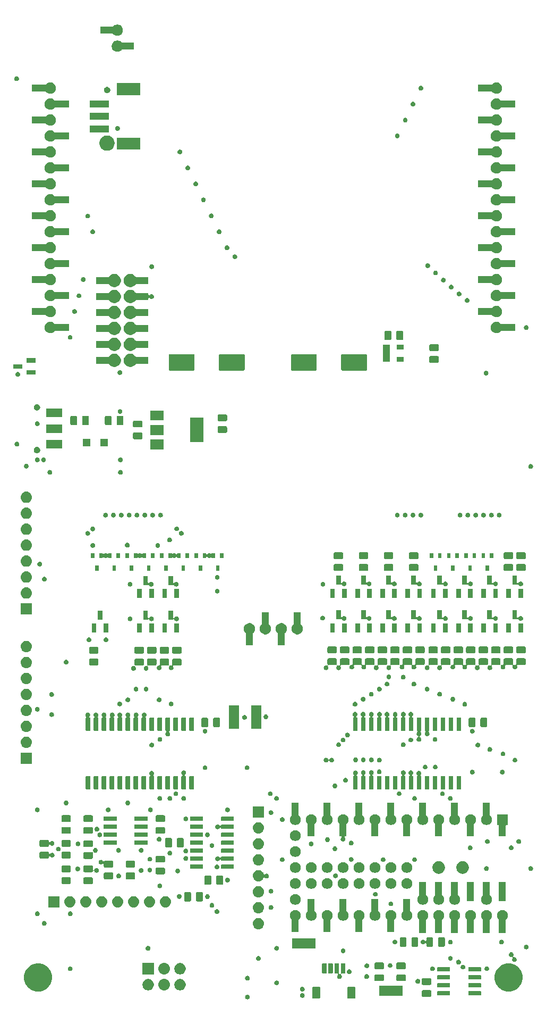
<source format=gbr>
G04 #@! TF.GenerationSoftware,KiCad,Pcbnew,(5.1.2-1)-1*
G04 #@! TF.CreationDate,2020-05-18T22:01:47-05:00*
G04 #@! TF.ProjectId,Interactive Core Memory Badge (Logic) v0.3,496e7465-7261-4637-9469-766520436f72,0.3*
G04 #@! TF.SameCoordinates,Original*
G04 #@! TF.FileFunction,Soldermask,Top*
G04 #@! TF.FilePolarity,Negative*
%FSLAX46Y46*%
G04 Gerber Fmt 4.6, Leading zero omitted, Abs format (unit mm)*
G04 Created by KiCad (PCBNEW (5.1.2-1)-1) date 2020-05-18 22:01:47*
%MOMM*%
%LPD*%
G04 APERTURE LIST*
%ADD10C,0.100000*%
G04 APERTURE END LIST*
D10*
G36*
X-4025328Y-125238449D02*
G01*
X-4025326Y-125238450D01*
X-4025325Y-125238450D01*
X-3956897Y-125266793D01*
X-3895314Y-125307942D01*
X-3842942Y-125360314D01*
X-3801793Y-125421897D01*
X-3773450Y-125490325D01*
X-3773449Y-125490328D01*
X-3759000Y-125562966D01*
X-3759000Y-125637034D01*
X-3773226Y-125708553D01*
X-3773450Y-125709675D01*
X-3801793Y-125778103D01*
X-3842942Y-125839686D01*
X-3895314Y-125892058D01*
X-3956897Y-125933207D01*
X-4025325Y-125961550D01*
X-4025326Y-125961550D01*
X-4025328Y-125961551D01*
X-4097966Y-125976000D01*
X-4172034Y-125976000D01*
X-4244672Y-125961551D01*
X-4244674Y-125961550D01*
X-4244675Y-125961550D01*
X-4313103Y-125933207D01*
X-4374686Y-125892058D01*
X-4427058Y-125839686D01*
X-4468207Y-125778103D01*
X-4496550Y-125709675D01*
X-4496773Y-125708553D01*
X-4511000Y-125637034D01*
X-4511000Y-125562966D01*
X-4496551Y-125490328D01*
X-4496550Y-125490325D01*
X-4468207Y-125421897D01*
X-4427058Y-125360314D01*
X-4374686Y-125307942D01*
X-4313103Y-125266793D01*
X-4244675Y-125238450D01*
X-4244674Y-125238450D01*
X-4244672Y-125238449D01*
X-4172034Y-125224000D01*
X-4097966Y-125224000D01*
X-4025328Y-125238449D01*
X-4025328Y-125238449D01*
G37*
G36*
X7306242Y-123978404D02*
G01*
X7343337Y-123989657D01*
X7377515Y-124007925D01*
X7407481Y-124032519D01*
X7432075Y-124062485D01*
X7450343Y-124096663D01*
X7461596Y-124133758D01*
X7466000Y-124178474D01*
X7466000Y-125671526D01*
X7461596Y-125716242D01*
X7450343Y-125753337D01*
X7432075Y-125787515D01*
X7407481Y-125817481D01*
X7377515Y-125842075D01*
X7343337Y-125860343D01*
X7306242Y-125871596D01*
X7261526Y-125876000D01*
X6368474Y-125876000D01*
X6323758Y-125871596D01*
X6286663Y-125860343D01*
X6252485Y-125842075D01*
X6222519Y-125817481D01*
X6197925Y-125787515D01*
X6179657Y-125753337D01*
X6168404Y-125716242D01*
X6164000Y-125671526D01*
X6164000Y-124178474D01*
X6168404Y-124133758D01*
X6179657Y-124096663D01*
X6197925Y-124062485D01*
X6222519Y-124032519D01*
X6252485Y-124007925D01*
X6286663Y-123989657D01*
X6323758Y-123978404D01*
X6368474Y-123974000D01*
X7261526Y-123974000D01*
X7306242Y-123978404D01*
X7306242Y-123978404D01*
G37*
G36*
X12906242Y-123978404D02*
G01*
X12943337Y-123989657D01*
X12977515Y-124007925D01*
X13007481Y-124032519D01*
X13032075Y-124062485D01*
X13050343Y-124096663D01*
X13061596Y-124133758D01*
X13066000Y-124178474D01*
X13066000Y-125671526D01*
X13061596Y-125716242D01*
X13050343Y-125753337D01*
X13032075Y-125787515D01*
X13007481Y-125817481D01*
X12977515Y-125842075D01*
X12943337Y-125860343D01*
X12906242Y-125871596D01*
X12861526Y-125876000D01*
X11968474Y-125876000D01*
X11923758Y-125871596D01*
X11886663Y-125860343D01*
X11852485Y-125842075D01*
X11822519Y-125817481D01*
X11797925Y-125787515D01*
X11779657Y-125753337D01*
X11768404Y-125716242D01*
X11764000Y-125671526D01*
X11764000Y-124178474D01*
X11768404Y-124133758D01*
X11779657Y-124096663D01*
X11797925Y-124062485D01*
X11822519Y-124032519D01*
X11852485Y-124007925D01*
X11886663Y-123989657D01*
X11923758Y-123978404D01*
X11968474Y-123974000D01*
X12861526Y-123974000D01*
X12906242Y-123978404D01*
X12906242Y-123978404D01*
G37*
G36*
X4621531Y-124965484D02*
G01*
X4644980Y-124972597D01*
X4724672Y-124988449D01*
X4724674Y-124988450D01*
X4724675Y-124988450D01*
X4793103Y-125016793D01*
X4854686Y-125057942D01*
X4907058Y-125110314D01*
X4948207Y-125171897D01*
X4969788Y-125224000D01*
X4976551Y-125240328D01*
X4991000Y-125312966D01*
X4991000Y-125387033D01*
X4976550Y-125459675D01*
X4948207Y-125528103D01*
X4907058Y-125589686D01*
X4854686Y-125642058D01*
X4793103Y-125683207D01*
X4724675Y-125711550D01*
X4724674Y-125711550D01*
X4724672Y-125711551D01*
X4652034Y-125726000D01*
X4577966Y-125726000D01*
X4505328Y-125711551D01*
X4505326Y-125711550D01*
X4505325Y-125711550D01*
X4436897Y-125683207D01*
X4375314Y-125642058D01*
X4322942Y-125589686D01*
X4281793Y-125528103D01*
X4253450Y-125459675D01*
X4239000Y-125387033D01*
X4239000Y-125312966D01*
X4253449Y-125240328D01*
X4260212Y-125224000D01*
X4281793Y-125171897D01*
X4322942Y-125110314D01*
X4375314Y-125057942D01*
X4436897Y-125016793D01*
X4505325Y-124988450D01*
X4505326Y-124988450D01*
X4505328Y-124988449D01*
X4585020Y-124972597D01*
X4608469Y-124965484D01*
X4615000Y-124961993D01*
X4621531Y-124965484D01*
X4621531Y-124965484D01*
G37*
G36*
X24999468Y-124503565D02*
G01*
X25038138Y-124515296D01*
X25073777Y-124534346D01*
X25105017Y-124559983D01*
X25130654Y-124591223D01*
X25149704Y-124626862D01*
X25161435Y-124665532D01*
X25166000Y-124711888D01*
X25166000Y-125363112D01*
X25161435Y-125409468D01*
X25149704Y-125448138D01*
X25130654Y-125483777D01*
X25105017Y-125515017D01*
X25073777Y-125540654D01*
X25038138Y-125559704D01*
X24999468Y-125571435D01*
X24953112Y-125576000D01*
X23876888Y-125576000D01*
X23830532Y-125571435D01*
X23791862Y-125559704D01*
X23756223Y-125540654D01*
X23724983Y-125515017D01*
X23699346Y-125483777D01*
X23680296Y-125448138D01*
X23668565Y-125409468D01*
X23664000Y-125363112D01*
X23664000Y-124711888D01*
X23668565Y-124665532D01*
X23680296Y-124626862D01*
X23699346Y-124591223D01*
X23724983Y-124559983D01*
X23756223Y-124534346D01*
X23791862Y-124515296D01*
X23830532Y-124503565D01*
X23876888Y-124499000D01*
X24953112Y-124499000D01*
X24999468Y-124503565D01*
X24999468Y-124503565D01*
G37*
G36*
X20566000Y-125401000D02*
G01*
X16864000Y-125401000D01*
X16864000Y-123799000D01*
X20566000Y-123799000D01*
X20566000Y-125401000D01*
X20566000Y-125401000D01*
G37*
G36*
X28074928Y-124656764D02*
G01*
X28096009Y-124663160D01*
X28115445Y-124673548D01*
X28132476Y-124687524D01*
X28146452Y-124704555D01*
X28156840Y-124723991D01*
X28163236Y-124745072D01*
X28166000Y-124773140D01*
X28166000Y-125236860D01*
X28163236Y-125264928D01*
X28156840Y-125286009D01*
X28146452Y-125305445D01*
X28132476Y-125322476D01*
X28115445Y-125336452D01*
X28096009Y-125346840D01*
X28074928Y-125353236D01*
X28046860Y-125356000D01*
X26233140Y-125356000D01*
X26205072Y-125353236D01*
X26183991Y-125346840D01*
X26164555Y-125336452D01*
X26147524Y-125322476D01*
X26133548Y-125305445D01*
X26123160Y-125286009D01*
X26116764Y-125264928D01*
X26114000Y-125236860D01*
X26114000Y-124773140D01*
X26116764Y-124745072D01*
X26123160Y-124723991D01*
X26133548Y-124704555D01*
X26147524Y-124687524D01*
X26164555Y-124673548D01*
X26183991Y-124663160D01*
X26205072Y-124656764D01*
X26233140Y-124654000D01*
X28046860Y-124654000D01*
X28074928Y-124656764D01*
X28074928Y-124656764D01*
G37*
G36*
X33024928Y-124656764D02*
G01*
X33046009Y-124663160D01*
X33065445Y-124673548D01*
X33082476Y-124687524D01*
X33096452Y-124704555D01*
X33106840Y-124723991D01*
X33113236Y-124745072D01*
X33116000Y-124773140D01*
X33116000Y-125236860D01*
X33113236Y-125264928D01*
X33106840Y-125286009D01*
X33096452Y-125305445D01*
X33082476Y-125322476D01*
X33065445Y-125336452D01*
X33046009Y-125346840D01*
X33024928Y-125353236D01*
X32996860Y-125356000D01*
X31183140Y-125356000D01*
X31155072Y-125353236D01*
X31133991Y-125346840D01*
X31114555Y-125336452D01*
X31097524Y-125322476D01*
X31083548Y-125305445D01*
X31073160Y-125286009D01*
X31066764Y-125264928D01*
X31064000Y-125236860D01*
X31064000Y-124773140D01*
X31066764Y-124745072D01*
X31073160Y-124723991D01*
X31083548Y-124704555D01*
X31097524Y-124687524D01*
X31114555Y-124673548D01*
X31133991Y-124663160D01*
X31155072Y-124656764D01*
X31183140Y-124654000D01*
X32996860Y-124654000D01*
X33024928Y-124656764D01*
X33024928Y-124656764D01*
G37*
G36*
X37775880Y-120259776D02*
G01*
X38156593Y-120335504D01*
X38566249Y-120505189D01*
X38934929Y-120751534D01*
X39248466Y-121065071D01*
X39494811Y-121433751D01*
X39664496Y-121843407D01*
X39728506Y-122165212D01*
X39751000Y-122278295D01*
X39751000Y-122721705D01*
X39745001Y-122751862D01*
X39664496Y-123156593D01*
X39494811Y-123566249D01*
X39248466Y-123934929D01*
X38934929Y-124248466D01*
X38566249Y-124494811D01*
X38156593Y-124664496D01*
X37817239Y-124731997D01*
X37721705Y-124751000D01*
X37278295Y-124751000D01*
X37182761Y-124731997D01*
X36843407Y-124664496D01*
X36433751Y-124494811D01*
X36065071Y-124248466D01*
X35751534Y-123934929D01*
X35505189Y-123566249D01*
X35335504Y-123156593D01*
X35254999Y-122751862D01*
X35249000Y-122721705D01*
X35249000Y-122278295D01*
X35271494Y-122165212D01*
X35335504Y-121843407D01*
X35505189Y-121433751D01*
X35751534Y-121065071D01*
X36065071Y-120751534D01*
X36433751Y-120505189D01*
X36843407Y-120335504D01*
X37224120Y-120259776D01*
X37278295Y-120249000D01*
X37721705Y-120249000D01*
X37775880Y-120259776D01*
X37775880Y-120259776D01*
G37*
G36*
X-37224120Y-120259776D02*
G01*
X-36843407Y-120335504D01*
X-36433751Y-120505189D01*
X-36065071Y-120751534D01*
X-35751534Y-121065071D01*
X-35505189Y-121433751D01*
X-35335504Y-121843407D01*
X-35271494Y-122165212D01*
X-35249000Y-122278295D01*
X-35249000Y-122721705D01*
X-35254999Y-122751862D01*
X-35335504Y-123156593D01*
X-35505189Y-123566249D01*
X-35751534Y-123934929D01*
X-36065071Y-124248466D01*
X-36433751Y-124494811D01*
X-36843407Y-124664496D01*
X-37182761Y-124731997D01*
X-37278295Y-124751000D01*
X-37721705Y-124751000D01*
X-37817239Y-124731997D01*
X-38156593Y-124664496D01*
X-38566249Y-124494811D01*
X-38934929Y-124248466D01*
X-39248466Y-123934929D01*
X-39494811Y-123566249D01*
X-39664496Y-123156593D01*
X-39745001Y-122751862D01*
X-39751000Y-122721705D01*
X-39751000Y-122278295D01*
X-39728506Y-122165212D01*
X-39664496Y-121843407D01*
X-39494811Y-121433751D01*
X-39248466Y-121065071D01*
X-38934929Y-120751534D01*
X-38566249Y-120505189D01*
X-38156593Y-120335504D01*
X-37775880Y-120259776D01*
X-37721705Y-120249000D01*
X-37278295Y-120249000D01*
X-37224120Y-120259776D01*
X-37224120Y-120259776D01*
G37*
G36*
X4724672Y-123988449D02*
G01*
X4724674Y-123988450D01*
X4724675Y-123988450D01*
X4793103Y-124016793D01*
X4854686Y-124057942D01*
X4907058Y-124110314D01*
X4948207Y-124171897D01*
X4969383Y-124223022D01*
X4976551Y-124240328D01*
X4991000Y-124312966D01*
X4991000Y-124387034D01*
X4978374Y-124450509D01*
X4976550Y-124459675D01*
X4948207Y-124528103D01*
X4907058Y-124589686D01*
X4854686Y-124642058D01*
X4793103Y-124683207D01*
X4724675Y-124711550D01*
X4724674Y-124711550D01*
X4724672Y-124711551D01*
X4644980Y-124727403D01*
X4621531Y-124734516D01*
X4615000Y-124738007D01*
X4608469Y-124734516D01*
X4585020Y-124727403D01*
X4505328Y-124711551D01*
X4505326Y-124711550D01*
X4505325Y-124711550D01*
X4436897Y-124683207D01*
X4375314Y-124642058D01*
X4322942Y-124589686D01*
X4281793Y-124528103D01*
X4253450Y-124459675D01*
X4251627Y-124450509D01*
X4239000Y-124387034D01*
X4239000Y-124312966D01*
X4253449Y-124240328D01*
X4260617Y-124223022D01*
X4281793Y-124171897D01*
X4322942Y-124110314D01*
X4375314Y-124057942D01*
X4436897Y-124016793D01*
X4505325Y-123988450D01*
X4505326Y-123988450D01*
X4505328Y-123988449D01*
X4577966Y-123974000D01*
X4652034Y-123974000D01*
X4724672Y-123988449D01*
X4724672Y-123988449D01*
G37*
G36*
X-14618222Y-122760547D02*
G01*
X-14451776Y-122829491D01*
X-14301978Y-122929583D01*
X-14174583Y-123056978D01*
X-14074491Y-123206776D01*
X-14005547Y-123373222D01*
X-13970400Y-123549918D01*
X-13970400Y-123730082D01*
X-14005547Y-123906778D01*
X-14074491Y-124073224D01*
X-14174583Y-124223022D01*
X-14301978Y-124350417D01*
X-14451776Y-124450509D01*
X-14618222Y-124519453D01*
X-14794918Y-124554600D01*
X-14975082Y-124554600D01*
X-15151778Y-124519453D01*
X-15318224Y-124450509D01*
X-15468022Y-124350417D01*
X-15595417Y-124223022D01*
X-15695509Y-124073224D01*
X-15764453Y-123906778D01*
X-15799600Y-123730082D01*
X-15799600Y-123549918D01*
X-15764453Y-123373222D01*
X-15695509Y-123206776D01*
X-15595417Y-123056978D01*
X-15468022Y-122929583D01*
X-15318224Y-122829491D01*
X-15151778Y-122760547D01*
X-14975082Y-122725400D01*
X-14794918Y-122725400D01*
X-14618222Y-122760547D01*
X-14618222Y-122760547D01*
G37*
G36*
X-17245706Y-122738633D02*
G01*
X-17073305Y-122790931D01*
X-16914417Y-122875858D01*
X-16775151Y-122990151D01*
X-16660858Y-123129417D01*
X-16575931Y-123288305D01*
X-16523633Y-123460706D01*
X-16505975Y-123640000D01*
X-16523633Y-123819294D01*
X-16575931Y-123991695D01*
X-16660858Y-124150583D01*
X-16775151Y-124289849D01*
X-16914417Y-124404142D01*
X-17073305Y-124489069D01*
X-17245706Y-124541367D01*
X-17380069Y-124554600D01*
X-17469931Y-124554600D01*
X-17604294Y-124541367D01*
X-17776695Y-124489069D01*
X-17935583Y-124404142D01*
X-18074849Y-124289849D01*
X-18189142Y-124150583D01*
X-18274069Y-123991695D01*
X-18326367Y-123819294D01*
X-18344025Y-123640000D01*
X-18326367Y-123460706D01*
X-18274069Y-123288305D01*
X-18189142Y-123129417D01*
X-18074849Y-122990151D01*
X-17935583Y-122875858D01*
X-17776695Y-122790931D01*
X-17604294Y-122738633D01*
X-17469931Y-122725400D01*
X-17380069Y-122725400D01*
X-17245706Y-122738633D01*
X-17245706Y-122738633D01*
G37*
G36*
X-19698222Y-122760547D02*
G01*
X-19531776Y-122829491D01*
X-19381978Y-122929583D01*
X-19254583Y-123056978D01*
X-19154491Y-123206776D01*
X-19085547Y-123373222D01*
X-19050400Y-123549918D01*
X-19050400Y-123730082D01*
X-19085547Y-123906778D01*
X-19154491Y-124073224D01*
X-19254583Y-124223022D01*
X-19381978Y-124350417D01*
X-19531776Y-124450509D01*
X-19698222Y-124519453D01*
X-19874918Y-124554600D01*
X-20055082Y-124554600D01*
X-20231778Y-124519453D01*
X-20398224Y-124450509D01*
X-20548022Y-124350417D01*
X-20675417Y-124223022D01*
X-20775509Y-124073224D01*
X-20844453Y-123906778D01*
X-20879600Y-123730082D01*
X-20879600Y-123549918D01*
X-20844453Y-123373222D01*
X-20775509Y-123206776D01*
X-20675417Y-123056978D01*
X-20548022Y-122929583D01*
X-20398224Y-122829491D01*
X-20231778Y-122760547D01*
X-20055082Y-122725400D01*
X-19874918Y-122725400D01*
X-19698222Y-122760547D01*
X-19698222Y-122760547D01*
G37*
G36*
X28074928Y-123386764D02*
G01*
X28096009Y-123393160D01*
X28115445Y-123403548D01*
X28132476Y-123417524D01*
X28146452Y-123434555D01*
X28156840Y-123453991D01*
X28163236Y-123475072D01*
X28166000Y-123503140D01*
X28166000Y-123966860D01*
X28163236Y-123994928D01*
X28156840Y-124016009D01*
X28146452Y-124035445D01*
X28132476Y-124052476D01*
X28115445Y-124066452D01*
X28096009Y-124076840D01*
X28074928Y-124083236D01*
X28046860Y-124086000D01*
X26233140Y-124086000D01*
X26205072Y-124083236D01*
X26183991Y-124076840D01*
X26164555Y-124066452D01*
X26147524Y-124052476D01*
X26133548Y-124035445D01*
X26123160Y-124016009D01*
X26116764Y-123994928D01*
X26114000Y-123966860D01*
X26114000Y-123503140D01*
X26116764Y-123475072D01*
X26123160Y-123453991D01*
X26133548Y-123434555D01*
X26147524Y-123417524D01*
X26164555Y-123403548D01*
X26183991Y-123393160D01*
X26205072Y-123386764D01*
X26233140Y-123384000D01*
X28046860Y-123384000D01*
X28074928Y-123386764D01*
X28074928Y-123386764D01*
G37*
G36*
X33024928Y-123386764D02*
G01*
X33046009Y-123393160D01*
X33065445Y-123403548D01*
X33082476Y-123417524D01*
X33096452Y-123434555D01*
X33106840Y-123453991D01*
X33113236Y-123475072D01*
X33116000Y-123503140D01*
X33116000Y-123966860D01*
X33113236Y-123994928D01*
X33106840Y-124016009D01*
X33096452Y-124035445D01*
X33082476Y-124052476D01*
X33065445Y-124066452D01*
X33046009Y-124076840D01*
X33024928Y-124083236D01*
X32996860Y-124086000D01*
X31183140Y-124086000D01*
X31155072Y-124083236D01*
X31133991Y-124076840D01*
X31114555Y-124066452D01*
X31097524Y-124052476D01*
X31083548Y-124035445D01*
X31073160Y-124016009D01*
X31066764Y-123994928D01*
X31064000Y-123966860D01*
X31064000Y-123503140D01*
X31066764Y-123475072D01*
X31073160Y-123453991D01*
X31083548Y-123434555D01*
X31097524Y-123417524D01*
X31114555Y-123403548D01*
X31133991Y-123393160D01*
X31155072Y-123386764D01*
X31183140Y-123384000D01*
X32996860Y-123384000D01*
X33024928Y-123386764D01*
X33024928Y-123386764D01*
G37*
G36*
X624680Y-122988449D02*
G01*
X624682Y-122988450D01*
X624683Y-122988450D01*
X693111Y-123016793D01*
X754694Y-123057942D01*
X807066Y-123110314D01*
X848215Y-123171897D01*
X863865Y-123209681D01*
X876559Y-123240328D01*
X891008Y-123312966D01*
X891008Y-123387034D01*
X881387Y-123435403D01*
X876558Y-123459675D01*
X848215Y-123528103D01*
X807066Y-123589686D01*
X754694Y-123642058D01*
X693111Y-123683207D01*
X624683Y-123711550D01*
X624682Y-123711550D01*
X624680Y-123711551D01*
X552042Y-123726000D01*
X477974Y-123726000D01*
X405336Y-123711551D01*
X405334Y-123711550D01*
X405333Y-123711550D01*
X336905Y-123683207D01*
X275322Y-123642058D01*
X222950Y-123589686D01*
X181801Y-123528103D01*
X153458Y-123459675D01*
X148630Y-123435403D01*
X139008Y-123387034D01*
X139008Y-123312966D01*
X153457Y-123240328D01*
X166151Y-123209681D01*
X181801Y-123171897D01*
X222950Y-123110314D01*
X275322Y-123057942D01*
X336905Y-123016793D01*
X405333Y-122988450D01*
X405334Y-122988450D01*
X405336Y-122988449D01*
X477974Y-122974000D01*
X552042Y-122974000D01*
X624680Y-122988449D01*
X624680Y-122988449D01*
G37*
G36*
X24999468Y-122628565D02*
G01*
X25038138Y-122640296D01*
X25073777Y-122659346D01*
X25105017Y-122684983D01*
X25130654Y-122716223D01*
X25149704Y-122751862D01*
X25161435Y-122790532D01*
X25166000Y-122836888D01*
X25166000Y-123488112D01*
X25161435Y-123534468D01*
X25149704Y-123573138D01*
X25130654Y-123608777D01*
X25105017Y-123640017D01*
X25073777Y-123665654D01*
X25038138Y-123684704D01*
X24999468Y-123696435D01*
X24953112Y-123701000D01*
X23876888Y-123701000D01*
X23830532Y-123696435D01*
X23791862Y-123684704D01*
X23756223Y-123665654D01*
X23724983Y-123640017D01*
X23699346Y-123608777D01*
X23680296Y-123573138D01*
X23668565Y-123534468D01*
X23664000Y-123488112D01*
X23664000Y-122836888D01*
X23668565Y-122790532D01*
X23680296Y-122751862D01*
X23699346Y-122716223D01*
X23724983Y-122684983D01*
X23756223Y-122659346D01*
X23791862Y-122640296D01*
X23830532Y-122628565D01*
X23876888Y-122624000D01*
X24953112Y-122624000D01*
X24999468Y-122628565D01*
X24999468Y-122628565D01*
G37*
G36*
X23137172Y-122738455D02*
G01*
X23137174Y-122738456D01*
X23137175Y-122738456D01*
X23205603Y-122766799D01*
X23267186Y-122807948D01*
X23319558Y-122860320D01*
X23360707Y-122921903D01*
X23383114Y-122976000D01*
X23389051Y-122990334D01*
X23403500Y-123062972D01*
X23403500Y-123137040D01*
X23399611Y-123156593D01*
X23389050Y-123209681D01*
X23360707Y-123278109D01*
X23319558Y-123339692D01*
X23267186Y-123392064D01*
X23205603Y-123433213D01*
X23137175Y-123461556D01*
X23137174Y-123461556D01*
X23137172Y-123461557D01*
X23064534Y-123476006D01*
X22990466Y-123476006D01*
X22917828Y-123461557D01*
X22917826Y-123461556D01*
X22917825Y-123461556D01*
X22849397Y-123433213D01*
X22787814Y-123392064D01*
X22735442Y-123339692D01*
X22694293Y-123278109D01*
X22665950Y-123209681D01*
X22655390Y-123156593D01*
X22651500Y-123137040D01*
X22651500Y-123062972D01*
X22665949Y-122990334D01*
X22671886Y-122976000D01*
X22694293Y-122921903D01*
X22735442Y-122860320D01*
X22787814Y-122807948D01*
X22849397Y-122766799D01*
X22917825Y-122738456D01*
X22917826Y-122738456D01*
X22917828Y-122738455D01*
X22990466Y-122724006D01*
X23064534Y-122724006D01*
X23137172Y-122738455D01*
X23137172Y-122738455D01*
G37*
G36*
X17449468Y-122003565D02*
G01*
X17488138Y-122015296D01*
X17523777Y-122034346D01*
X17555017Y-122059983D01*
X17580654Y-122091223D01*
X17599704Y-122126862D01*
X17611435Y-122165532D01*
X17616000Y-122211888D01*
X17616000Y-122863112D01*
X17611435Y-122909468D01*
X17599704Y-122948138D01*
X17580654Y-122983777D01*
X17555017Y-123015017D01*
X17523777Y-123040654D01*
X17488138Y-123059704D01*
X17449468Y-123071435D01*
X17403112Y-123076000D01*
X16326888Y-123076000D01*
X16280532Y-123071435D01*
X16241862Y-123059704D01*
X16206223Y-123040654D01*
X16174983Y-123015017D01*
X16149346Y-122983777D01*
X16130296Y-122948138D01*
X16118565Y-122909468D01*
X16114000Y-122863112D01*
X16114000Y-122211888D01*
X16118565Y-122165532D01*
X16130296Y-122126862D01*
X16149346Y-122091223D01*
X16174983Y-122059983D01*
X16206223Y-122034346D01*
X16241862Y-122015296D01*
X16280532Y-122003565D01*
X16326888Y-121999000D01*
X17403112Y-121999000D01*
X17449468Y-122003565D01*
X17449468Y-122003565D01*
G37*
G36*
X20949468Y-122003565D02*
G01*
X20988138Y-122015296D01*
X21023777Y-122034346D01*
X21055017Y-122059983D01*
X21080654Y-122091223D01*
X21099704Y-122126862D01*
X21111435Y-122165532D01*
X21116000Y-122211888D01*
X21116000Y-122863112D01*
X21111435Y-122909468D01*
X21099704Y-122948138D01*
X21080654Y-122983777D01*
X21055017Y-123015017D01*
X21023777Y-123040654D01*
X20988138Y-123059704D01*
X20949468Y-123071435D01*
X20903112Y-123076000D01*
X19826888Y-123076000D01*
X19780532Y-123071435D01*
X19741862Y-123059704D01*
X19706223Y-123040654D01*
X19674983Y-123015017D01*
X19649346Y-122983777D01*
X19630296Y-122948138D01*
X19618565Y-122909468D01*
X19614000Y-122863112D01*
X19614000Y-122211888D01*
X19618565Y-122165532D01*
X19630296Y-122126862D01*
X19649346Y-122091223D01*
X19674983Y-122059983D01*
X19706223Y-122034346D01*
X19741862Y-122015296D01*
X19780532Y-122003565D01*
X19826888Y-121999000D01*
X20903112Y-121999000D01*
X20949468Y-122003565D01*
X20949468Y-122003565D01*
G37*
G36*
X-4025328Y-122238449D02*
G01*
X-4025326Y-122238450D01*
X-4025325Y-122238450D01*
X-3956897Y-122266793D01*
X-3895314Y-122307942D01*
X-3842942Y-122360314D01*
X-3801793Y-122421897D01*
X-3773450Y-122490325D01*
X-3773449Y-122490328D01*
X-3759000Y-122562966D01*
X-3759000Y-122637034D01*
X-3772094Y-122702861D01*
X-3773450Y-122709675D01*
X-3801793Y-122778103D01*
X-3842942Y-122839686D01*
X-3895314Y-122892058D01*
X-3956897Y-122933207D01*
X-4025325Y-122961550D01*
X-4025326Y-122961550D01*
X-4025328Y-122961551D01*
X-4097966Y-122976000D01*
X-4172034Y-122976000D01*
X-4244672Y-122961551D01*
X-4244674Y-122961550D01*
X-4244675Y-122961550D01*
X-4313103Y-122933207D01*
X-4374686Y-122892058D01*
X-4427058Y-122839686D01*
X-4468207Y-122778103D01*
X-4496550Y-122709675D01*
X-4497905Y-122702861D01*
X-4511000Y-122637034D01*
X-4511000Y-122562966D01*
X-4496551Y-122490328D01*
X-4496550Y-122490325D01*
X-4468207Y-122421897D01*
X-4427058Y-122360314D01*
X-4374686Y-122307942D01*
X-4313103Y-122266793D01*
X-4244675Y-122238450D01*
X-4244674Y-122238450D01*
X-4244672Y-122238449D01*
X-4172034Y-122224000D01*
X-4097966Y-122224000D01*
X-4025328Y-122238449D01*
X-4025328Y-122238449D01*
G37*
G36*
X33024928Y-122116764D02*
G01*
X33046009Y-122123160D01*
X33065445Y-122133548D01*
X33082476Y-122147524D01*
X33096452Y-122164555D01*
X33106840Y-122183991D01*
X33113236Y-122205072D01*
X33116000Y-122233140D01*
X33116000Y-122696860D01*
X33113236Y-122724928D01*
X33106840Y-122746009D01*
X33096452Y-122765445D01*
X33082476Y-122782476D01*
X33065445Y-122796452D01*
X33046009Y-122806840D01*
X33024928Y-122813236D01*
X32996860Y-122816000D01*
X31183140Y-122816000D01*
X31155072Y-122813236D01*
X31133991Y-122806840D01*
X31114555Y-122796452D01*
X31097524Y-122782476D01*
X31083548Y-122765445D01*
X31073160Y-122746009D01*
X31066764Y-122724928D01*
X31064000Y-122696860D01*
X31064000Y-122233140D01*
X31066764Y-122205072D01*
X31073160Y-122183991D01*
X31083548Y-122164555D01*
X31097524Y-122147524D01*
X31114555Y-122133548D01*
X31133991Y-122123160D01*
X31155072Y-122116764D01*
X31183140Y-122114000D01*
X32996860Y-122114000D01*
X33024928Y-122116764D01*
X33024928Y-122116764D01*
G37*
G36*
X28074928Y-122116764D02*
G01*
X28096009Y-122123160D01*
X28115445Y-122133548D01*
X28132476Y-122147524D01*
X28146452Y-122164555D01*
X28156840Y-122183991D01*
X28163236Y-122205072D01*
X28166000Y-122233140D01*
X28166000Y-122696860D01*
X28163236Y-122724928D01*
X28156840Y-122746009D01*
X28146452Y-122765445D01*
X28132476Y-122782476D01*
X28115445Y-122796452D01*
X28096009Y-122806840D01*
X28074928Y-122813236D01*
X28046860Y-122816000D01*
X26233140Y-122816000D01*
X26205072Y-122813236D01*
X26183991Y-122806840D01*
X26164555Y-122796452D01*
X26147524Y-122782476D01*
X26133548Y-122765445D01*
X26123160Y-122746009D01*
X26116764Y-122724928D01*
X26114000Y-122696860D01*
X26114000Y-122233140D01*
X26116764Y-122205072D01*
X26123160Y-122183991D01*
X26133548Y-122164555D01*
X26147524Y-122147524D01*
X26164555Y-122133548D01*
X26183991Y-122123160D01*
X26205072Y-122116764D01*
X26233140Y-122114000D01*
X28046860Y-122114000D01*
X28074928Y-122116764D01*
X28074928Y-122116764D01*
G37*
G36*
X14974672Y-121988449D02*
G01*
X14974674Y-121988450D01*
X14974675Y-121988450D01*
X15043103Y-122016793D01*
X15104686Y-122057942D01*
X15157058Y-122110314D01*
X15198207Y-122171897D01*
X15206532Y-122191997D01*
X15226551Y-122240328D01*
X15240421Y-122310055D01*
X15241000Y-122312967D01*
X15241000Y-122387033D01*
X15226550Y-122459675D01*
X15198207Y-122528103D01*
X15157058Y-122589686D01*
X15104686Y-122642058D01*
X15043103Y-122683207D01*
X14974675Y-122711550D01*
X14974674Y-122711550D01*
X14974672Y-122711551D01*
X14902034Y-122726000D01*
X14827966Y-122726000D01*
X14755328Y-122711551D01*
X14755326Y-122711550D01*
X14755325Y-122711550D01*
X14686897Y-122683207D01*
X14625314Y-122642058D01*
X14572942Y-122589686D01*
X14531793Y-122528103D01*
X14503450Y-122459675D01*
X14489000Y-122387033D01*
X14489000Y-122312967D01*
X14489579Y-122310055D01*
X14503449Y-122240328D01*
X14523468Y-122191997D01*
X14531793Y-122171897D01*
X14572942Y-122110314D01*
X14625314Y-122057942D01*
X14686897Y-122016793D01*
X14755325Y-121988450D01*
X14755326Y-121988450D01*
X14755328Y-121988449D01*
X14827966Y-121974000D01*
X14902034Y-121974000D01*
X14974672Y-121988449D01*
X14974672Y-121988449D01*
G37*
G36*
X10374928Y-120226764D02*
G01*
X10396009Y-120233160D01*
X10415445Y-120243548D01*
X10432476Y-120257524D01*
X10446452Y-120274555D01*
X10456840Y-120293991D01*
X10463236Y-120315072D01*
X10466000Y-120343140D01*
X10466000Y-121756860D01*
X10463236Y-121784926D01*
X10454806Y-121812714D01*
X10450025Y-121836747D01*
X10450025Y-121861251D01*
X10454805Y-121885285D01*
X10464182Y-121907924D01*
X10477795Y-121928298D01*
X10495122Y-121945625D01*
X10515496Y-121959239D01*
X10538135Y-121968617D01*
X10562168Y-121973398D01*
X10574422Y-121974000D01*
X10577034Y-121974000D01*
X10637758Y-121986079D01*
X10662144Y-121988481D01*
X10686530Y-121986079D01*
X10709979Y-121978966D01*
X10731589Y-121967415D01*
X10750531Y-121951870D01*
X10766077Y-121932928D01*
X10777628Y-121911317D01*
X10784741Y-121887868D01*
X10787143Y-121863482D01*
X10784741Y-121839096D01*
X10774588Y-121810717D01*
X10766764Y-121784928D01*
X10764000Y-121756860D01*
X10764000Y-120343140D01*
X10766764Y-120315072D01*
X10773160Y-120293991D01*
X10783548Y-120274555D01*
X10797524Y-120257524D01*
X10814555Y-120243548D01*
X10833991Y-120233160D01*
X10855072Y-120226764D01*
X10883140Y-120224000D01*
X11346860Y-120224000D01*
X11374928Y-120226764D01*
X11396009Y-120233160D01*
X11415445Y-120243548D01*
X11432476Y-120257524D01*
X11446452Y-120274555D01*
X11456840Y-120293991D01*
X11463236Y-120315072D01*
X11466000Y-120343140D01*
X11466000Y-121756860D01*
X11463236Y-121784928D01*
X11456840Y-121806009D01*
X11446452Y-121825445D01*
X11432476Y-121842476D01*
X11415445Y-121856452D01*
X11396009Y-121866840D01*
X11374928Y-121873236D01*
X11346860Y-121876000D01*
X10899518Y-121876000D01*
X10875132Y-121878402D01*
X10851683Y-121885515D01*
X10830072Y-121897066D01*
X10811130Y-121912611D01*
X10795585Y-121931553D01*
X10784034Y-121953164D01*
X10776921Y-121976613D01*
X10774519Y-122000999D01*
X10776921Y-122025385D01*
X10784034Y-122048834D01*
X10795585Y-122070445D01*
X10811125Y-122089381D01*
X10832058Y-122110314D01*
X10873207Y-122171897D01*
X10881532Y-122191997D01*
X10901551Y-122240328D01*
X10915421Y-122310055D01*
X10916000Y-122312967D01*
X10916000Y-122387033D01*
X10901550Y-122459675D01*
X10873207Y-122528103D01*
X10832058Y-122589686D01*
X10779686Y-122642058D01*
X10718103Y-122683207D01*
X10649675Y-122711550D01*
X10649674Y-122711550D01*
X10649672Y-122711551D01*
X10577034Y-122726000D01*
X10502966Y-122726000D01*
X10430328Y-122711551D01*
X10430326Y-122711550D01*
X10430325Y-122711550D01*
X10361897Y-122683207D01*
X10300314Y-122642058D01*
X10247942Y-122589686D01*
X10206793Y-122528103D01*
X10178450Y-122459675D01*
X10164000Y-122387033D01*
X10164000Y-122312967D01*
X10164579Y-122310055D01*
X10178449Y-122240328D01*
X10198468Y-122191997D01*
X10206793Y-122171897D01*
X10247942Y-122110314D01*
X10268875Y-122089381D01*
X10284415Y-122070445D01*
X10295966Y-122048834D01*
X10303079Y-122025385D01*
X10305481Y-122000999D01*
X10303079Y-121976613D01*
X10295966Y-121953164D01*
X10284415Y-121931553D01*
X10268870Y-121912611D01*
X10249928Y-121897066D01*
X10228317Y-121885515D01*
X10204868Y-121878402D01*
X10180482Y-121876000D01*
X9883140Y-121876000D01*
X9855072Y-121873236D01*
X9833991Y-121866840D01*
X9814555Y-121856452D01*
X9797524Y-121842476D01*
X9783548Y-121825445D01*
X9773160Y-121806009D01*
X9766764Y-121784928D01*
X9764000Y-121756860D01*
X9764000Y-120343140D01*
X9766764Y-120315072D01*
X9773160Y-120293991D01*
X9783548Y-120274555D01*
X9797524Y-120257524D01*
X9814555Y-120243548D01*
X9833991Y-120233160D01*
X9855072Y-120226764D01*
X9883140Y-120224000D01*
X10346860Y-120224000D01*
X10374928Y-120226764D01*
X10374928Y-120226764D01*
G37*
G36*
X-14618222Y-120220547D02*
G01*
X-14451776Y-120289491D01*
X-14301978Y-120389583D01*
X-14174583Y-120516978D01*
X-14074491Y-120666776D01*
X-14005547Y-120833222D01*
X-13970400Y-121009918D01*
X-13970400Y-121190082D01*
X-14005547Y-121366778D01*
X-14074491Y-121533224D01*
X-14174583Y-121683022D01*
X-14301978Y-121810417D01*
X-14451776Y-121910509D01*
X-14618222Y-121979453D01*
X-14794918Y-122014600D01*
X-14975082Y-122014600D01*
X-15151778Y-121979453D01*
X-15318224Y-121910509D01*
X-15468022Y-121810417D01*
X-15595417Y-121683022D01*
X-15695509Y-121533224D01*
X-15764453Y-121366778D01*
X-15799600Y-121190082D01*
X-15799600Y-121009918D01*
X-15764453Y-120833222D01*
X-15695509Y-120666776D01*
X-15595417Y-120516978D01*
X-15468022Y-120389583D01*
X-15318224Y-120289491D01*
X-15151778Y-120220547D01*
X-14975082Y-120185400D01*
X-14794918Y-120185400D01*
X-14618222Y-120220547D01*
X-14618222Y-120220547D01*
G37*
G36*
X-19050400Y-122014600D02*
G01*
X-20879600Y-122014600D01*
X-20879600Y-120185400D01*
X-19050400Y-120185400D01*
X-19050400Y-122014600D01*
X-19050400Y-122014600D01*
G37*
G36*
X-17245706Y-120198633D02*
G01*
X-17073305Y-120250931D01*
X-16914417Y-120335858D01*
X-16775151Y-120450151D01*
X-16660858Y-120589417D01*
X-16575931Y-120748305D01*
X-16523633Y-120920706D01*
X-16505975Y-121100000D01*
X-16523633Y-121279294D01*
X-16575931Y-121451695D01*
X-16660858Y-121610583D01*
X-16775151Y-121749849D01*
X-16914417Y-121864142D01*
X-17073305Y-121949069D01*
X-17245706Y-122001367D01*
X-17380069Y-122014600D01*
X-17469931Y-122014600D01*
X-17604294Y-122001367D01*
X-17776695Y-121949069D01*
X-17935583Y-121864142D01*
X-18074849Y-121749849D01*
X-18189142Y-121610583D01*
X-18274069Y-121451695D01*
X-18326367Y-121279294D01*
X-18344025Y-121100000D01*
X-18326367Y-120920706D01*
X-18274069Y-120748305D01*
X-18189142Y-120589417D01*
X-18074849Y-120450151D01*
X-17935583Y-120335858D01*
X-17776695Y-120250931D01*
X-17604294Y-120198633D01*
X-17469931Y-120185400D01*
X-17380069Y-120185400D01*
X-17245706Y-120198633D01*
X-17245706Y-120198633D01*
G37*
G36*
X12201682Y-121215459D02*
G01*
X12201684Y-121215460D01*
X12201685Y-121215460D01*
X12270113Y-121243803D01*
X12331696Y-121284952D01*
X12384068Y-121337324D01*
X12425217Y-121398907D01*
X12447082Y-121451696D01*
X12453561Y-121467338D01*
X12468010Y-121539976D01*
X12468010Y-121614044D01*
X12454289Y-121683023D01*
X12453560Y-121686685D01*
X12425217Y-121755113D01*
X12384068Y-121816696D01*
X12331696Y-121869068D01*
X12270113Y-121910217D01*
X12201685Y-121938560D01*
X12201684Y-121938560D01*
X12201682Y-121938561D01*
X12129044Y-121953010D01*
X12054976Y-121953010D01*
X11982338Y-121938561D01*
X11982336Y-121938560D01*
X11982335Y-121938560D01*
X11913907Y-121910217D01*
X11852324Y-121869068D01*
X11799952Y-121816696D01*
X11758803Y-121755113D01*
X11730460Y-121686685D01*
X11729732Y-121683023D01*
X11716010Y-121614044D01*
X11716010Y-121539976D01*
X11730459Y-121467338D01*
X11736938Y-121451696D01*
X11758803Y-121398907D01*
X11799952Y-121337324D01*
X11852324Y-121284952D01*
X11913907Y-121243803D01*
X11982335Y-121215460D01*
X11982336Y-121215460D01*
X11982338Y-121215459D01*
X12054976Y-121201010D01*
X12129044Y-121201010D01*
X12201682Y-121215459D01*
X12201682Y-121215459D01*
G37*
G36*
X8374928Y-120226764D02*
G01*
X8396009Y-120233160D01*
X8415445Y-120243548D01*
X8432476Y-120257524D01*
X8446452Y-120274555D01*
X8456840Y-120293991D01*
X8463236Y-120315072D01*
X8466000Y-120343140D01*
X8466000Y-121756860D01*
X8463236Y-121784928D01*
X8456840Y-121806009D01*
X8446452Y-121825445D01*
X8432476Y-121842476D01*
X8415445Y-121856452D01*
X8396009Y-121866840D01*
X8374928Y-121873236D01*
X8346860Y-121876000D01*
X7883140Y-121876000D01*
X7855072Y-121873236D01*
X7833991Y-121866840D01*
X7814555Y-121856452D01*
X7797524Y-121842476D01*
X7783548Y-121825445D01*
X7773160Y-121806009D01*
X7766764Y-121784928D01*
X7764000Y-121756860D01*
X7764000Y-120343140D01*
X7766764Y-120315072D01*
X7773160Y-120293991D01*
X7783548Y-120274555D01*
X7797524Y-120257524D01*
X7814555Y-120243548D01*
X7833991Y-120233160D01*
X7855072Y-120226764D01*
X7883140Y-120224000D01*
X8346860Y-120224000D01*
X8374928Y-120226764D01*
X8374928Y-120226764D01*
G37*
G36*
X9374928Y-120226764D02*
G01*
X9396009Y-120233160D01*
X9415445Y-120243548D01*
X9432476Y-120257524D01*
X9446452Y-120274555D01*
X9456840Y-120293991D01*
X9463236Y-120315072D01*
X9466000Y-120343140D01*
X9466000Y-121756860D01*
X9463236Y-121784928D01*
X9456840Y-121806009D01*
X9446452Y-121825445D01*
X9432476Y-121842476D01*
X9415445Y-121856452D01*
X9396009Y-121866840D01*
X9374928Y-121873236D01*
X9346860Y-121876000D01*
X8883140Y-121876000D01*
X8855072Y-121873236D01*
X8833991Y-121866840D01*
X8814555Y-121856452D01*
X8797524Y-121842476D01*
X8783548Y-121825445D01*
X8773160Y-121806009D01*
X8766764Y-121784928D01*
X8764000Y-121756860D01*
X8764000Y-120343140D01*
X8766764Y-120315072D01*
X8773160Y-120293991D01*
X8783548Y-120274555D01*
X8797524Y-120257524D01*
X8814555Y-120243548D01*
X8833991Y-120233160D01*
X8855072Y-120226764D01*
X8883140Y-120224000D01*
X9346860Y-120224000D01*
X9374928Y-120226764D01*
X9374928Y-120226764D01*
G37*
G36*
X28074928Y-120846764D02*
G01*
X28096009Y-120853160D01*
X28115445Y-120863548D01*
X28132476Y-120877524D01*
X28146452Y-120894555D01*
X28156840Y-120913991D01*
X28163236Y-120935072D01*
X28166000Y-120963140D01*
X28166000Y-121426860D01*
X28163236Y-121454928D01*
X28156840Y-121476009D01*
X28146452Y-121495445D01*
X28132476Y-121512476D01*
X28115445Y-121526452D01*
X28096009Y-121536840D01*
X28074928Y-121543236D01*
X28046860Y-121546000D01*
X26233140Y-121546000D01*
X26205072Y-121543236D01*
X26183991Y-121536840D01*
X26164555Y-121526452D01*
X26147524Y-121512476D01*
X26133548Y-121495445D01*
X26123160Y-121476009D01*
X26116764Y-121454928D01*
X26114000Y-121426860D01*
X26114000Y-120963140D01*
X26116764Y-120935072D01*
X26123160Y-120913991D01*
X26133548Y-120894555D01*
X26147524Y-120877524D01*
X26164555Y-120863548D01*
X26183991Y-120853160D01*
X26205072Y-120846764D01*
X26233140Y-120844000D01*
X28046860Y-120844000D01*
X28074928Y-120846764D01*
X28074928Y-120846764D01*
G37*
G36*
X33024928Y-120846764D02*
G01*
X33046009Y-120853160D01*
X33065445Y-120863548D01*
X33082476Y-120877524D01*
X33096452Y-120894555D01*
X33106840Y-120913991D01*
X33113236Y-120935072D01*
X33116000Y-120963140D01*
X33116000Y-121426860D01*
X33113236Y-121454928D01*
X33106840Y-121476009D01*
X33096452Y-121495445D01*
X33082476Y-121512476D01*
X33065445Y-121526452D01*
X33046009Y-121536840D01*
X33024928Y-121543236D01*
X32996860Y-121546000D01*
X31183140Y-121546000D01*
X31155072Y-121543236D01*
X31133991Y-121536840D01*
X31114555Y-121526452D01*
X31097524Y-121512476D01*
X31083548Y-121495445D01*
X31073160Y-121476009D01*
X31066764Y-121454928D01*
X31064000Y-121426860D01*
X31064000Y-120963140D01*
X31066764Y-120935072D01*
X31073160Y-120913991D01*
X31083548Y-120894555D01*
X31097524Y-120877524D01*
X31114555Y-120863548D01*
X31133991Y-120853160D01*
X31155072Y-120846764D01*
X31183140Y-120844000D01*
X32996860Y-120844000D01*
X33024928Y-120846764D01*
X33024928Y-120846764D01*
G37*
G36*
X25474672Y-120738449D02*
G01*
X25474674Y-120738450D01*
X25474675Y-120738450D01*
X25543103Y-120766793D01*
X25604686Y-120807942D01*
X25657058Y-120860314D01*
X25698207Y-120921897D01*
X25726550Y-120990325D01*
X25726551Y-120990328D01*
X25741000Y-121062966D01*
X25741000Y-121137034D01*
X25727409Y-121205361D01*
X25726550Y-121209675D01*
X25698207Y-121278103D01*
X25657058Y-121339686D01*
X25604686Y-121392058D01*
X25543103Y-121433207D01*
X25474675Y-121461550D01*
X25474674Y-121461550D01*
X25474672Y-121461551D01*
X25402034Y-121476000D01*
X25327966Y-121476000D01*
X25255328Y-121461551D01*
X25255326Y-121461550D01*
X25255325Y-121461550D01*
X25186897Y-121433207D01*
X25125314Y-121392058D01*
X25072942Y-121339686D01*
X25031793Y-121278103D01*
X25003450Y-121209675D01*
X25002592Y-121205361D01*
X24989000Y-121137034D01*
X24989000Y-121062966D01*
X25003449Y-120990328D01*
X25003450Y-120990325D01*
X25031793Y-120921897D01*
X25072942Y-120860314D01*
X25125314Y-120807942D01*
X25186897Y-120766793D01*
X25255325Y-120738450D01*
X25255326Y-120738450D01*
X25255328Y-120738449D01*
X25327966Y-120724000D01*
X25402034Y-120724000D01*
X25474672Y-120738449D01*
X25474672Y-120738449D01*
G37*
G36*
X-32275328Y-120738449D02*
G01*
X-32275326Y-120738450D01*
X-32275325Y-120738450D01*
X-32206897Y-120766793D01*
X-32145314Y-120807942D01*
X-32092942Y-120860314D01*
X-32051793Y-120921897D01*
X-32023450Y-120990325D01*
X-32023449Y-120990328D01*
X-32009000Y-121062966D01*
X-32009000Y-121137034D01*
X-32022591Y-121205361D01*
X-32023450Y-121209675D01*
X-32051793Y-121278103D01*
X-32092942Y-121339686D01*
X-32145314Y-121392058D01*
X-32206897Y-121433207D01*
X-32275325Y-121461550D01*
X-32275326Y-121461550D01*
X-32275328Y-121461551D01*
X-32347966Y-121476000D01*
X-32422034Y-121476000D01*
X-32494672Y-121461551D01*
X-32494674Y-121461550D01*
X-32494675Y-121461550D01*
X-32563103Y-121433207D01*
X-32624686Y-121392058D01*
X-32677058Y-121339686D01*
X-32718207Y-121278103D01*
X-32746550Y-121209675D01*
X-32747408Y-121205361D01*
X-32761000Y-121137034D01*
X-32761000Y-121062966D01*
X-32746551Y-120990328D01*
X-32746550Y-120990325D01*
X-32718207Y-120921897D01*
X-32677058Y-120860314D01*
X-32624686Y-120807942D01*
X-32563103Y-120766793D01*
X-32494675Y-120738450D01*
X-32494674Y-120738450D01*
X-32494672Y-120738449D01*
X-32422034Y-120724000D01*
X-32347966Y-120724000D01*
X-32275328Y-120738449D01*
X-32275328Y-120738449D01*
G37*
G36*
X34124704Y-120738448D02*
G01*
X34124706Y-120738449D01*
X34124707Y-120738449D01*
X34193135Y-120766792D01*
X34254718Y-120807941D01*
X34307090Y-120860313D01*
X34348239Y-120921896D01*
X34374485Y-120985262D01*
X34376583Y-120990327D01*
X34391032Y-121062965D01*
X34391032Y-121137033D01*
X34376583Y-121209671D01*
X34376582Y-121209673D01*
X34376582Y-121209674D01*
X34348239Y-121278102D01*
X34307090Y-121339685D01*
X34254718Y-121392057D01*
X34193135Y-121433206D01*
X34124707Y-121461549D01*
X34124706Y-121461549D01*
X34124704Y-121461550D01*
X34052066Y-121475999D01*
X33977998Y-121475999D01*
X33905360Y-121461550D01*
X33905358Y-121461549D01*
X33905357Y-121461549D01*
X33836929Y-121433206D01*
X33775346Y-121392057D01*
X33722974Y-121339685D01*
X33681825Y-121278102D01*
X33653482Y-121209674D01*
X33653482Y-121209673D01*
X33653481Y-121209671D01*
X33639032Y-121137033D01*
X33639032Y-121062965D01*
X33653481Y-120990327D01*
X33655579Y-120985262D01*
X33681825Y-120921896D01*
X33722974Y-120860313D01*
X33775346Y-120807941D01*
X33836929Y-120766792D01*
X33905357Y-120738449D01*
X33905358Y-120738449D01*
X33905360Y-120738448D01*
X33977998Y-120723999D01*
X34052066Y-120723999D01*
X34124704Y-120738448D01*
X34124704Y-120738448D01*
G37*
G36*
X30324676Y-120488449D02*
G01*
X30324678Y-120488450D01*
X30324679Y-120488450D01*
X30393107Y-120516793D01*
X30454690Y-120557942D01*
X30507062Y-120610314D01*
X30548211Y-120671897D01*
X30575777Y-120738449D01*
X30576555Y-120740328D01*
X30591004Y-120812966D01*
X30591004Y-120887034D01*
X30578014Y-120952339D01*
X30576554Y-120959675D01*
X30548211Y-121028103D01*
X30507062Y-121089686D01*
X30454690Y-121142058D01*
X30393107Y-121183207D01*
X30324679Y-121211550D01*
X30324678Y-121211550D01*
X30324676Y-121211551D01*
X30252038Y-121226000D01*
X30177970Y-121226000D01*
X30105332Y-121211551D01*
X30105330Y-121211550D01*
X30105329Y-121211550D01*
X30036901Y-121183207D01*
X29975318Y-121142058D01*
X29922946Y-121089686D01*
X29881797Y-121028103D01*
X29853454Y-120959675D01*
X29851995Y-120952339D01*
X29839004Y-120887034D01*
X29839004Y-120812966D01*
X29853453Y-120740328D01*
X29854231Y-120738449D01*
X29881797Y-120671897D01*
X29922946Y-120610314D01*
X29975318Y-120557942D01*
X30036901Y-120516793D01*
X30105329Y-120488450D01*
X30105330Y-120488450D01*
X30105332Y-120488449D01*
X30177970Y-120474000D01*
X30252038Y-120474000D01*
X30324676Y-120488449D01*
X30324676Y-120488449D01*
G37*
G36*
X17449468Y-120128565D02*
G01*
X17488138Y-120140296D01*
X17523777Y-120159346D01*
X17555017Y-120184983D01*
X17580654Y-120216223D01*
X17599704Y-120251862D01*
X17611435Y-120290532D01*
X17616000Y-120336888D01*
X17616000Y-120988112D01*
X17611435Y-121034468D01*
X17599704Y-121073138D01*
X17580654Y-121108777D01*
X17555017Y-121140017D01*
X17523777Y-121165654D01*
X17488138Y-121184704D01*
X17449468Y-121196435D01*
X17403112Y-121201000D01*
X16326888Y-121201000D01*
X16280532Y-121196435D01*
X16241862Y-121184704D01*
X16206223Y-121165654D01*
X16174983Y-121140017D01*
X16149346Y-121108777D01*
X16130296Y-121073138D01*
X16118565Y-121034468D01*
X16114000Y-120988112D01*
X16114000Y-120336888D01*
X16118565Y-120290532D01*
X16130296Y-120251862D01*
X16149346Y-120216223D01*
X16174983Y-120184983D01*
X16206223Y-120159346D01*
X16241862Y-120140296D01*
X16280532Y-120128565D01*
X16326888Y-120124000D01*
X17403112Y-120124000D01*
X17449468Y-120128565D01*
X17449468Y-120128565D01*
G37*
G36*
X20949468Y-120128565D02*
G01*
X20988138Y-120140296D01*
X21023777Y-120159346D01*
X21055017Y-120184983D01*
X21080654Y-120216223D01*
X21099704Y-120251862D01*
X21111435Y-120290532D01*
X21116000Y-120336888D01*
X21116000Y-120988112D01*
X21111435Y-121034468D01*
X21099704Y-121073138D01*
X21080654Y-121108777D01*
X21055017Y-121140017D01*
X21023777Y-121165654D01*
X20988138Y-121184704D01*
X20949468Y-121196435D01*
X20903112Y-121201000D01*
X19826888Y-121201000D01*
X19780532Y-121196435D01*
X19741862Y-121184704D01*
X19706223Y-121165654D01*
X19674983Y-121140017D01*
X19649346Y-121108777D01*
X19630296Y-121073138D01*
X19618565Y-121034468D01*
X19614000Y-120988112D01*
X19614000Y-120336888D01*
X19618565Y-120290532D01*
X19630296Y-120251862D01*
X19649346Y-120216223D01*
X19674983Y-120184983D01*
X19706223Y-120159346D01*
X19741862Y-120140296D01*
X19780532Y-120128565D01*
X19826888Y-120124000D01*
X20903112Y-120124000D01*
X20949468Y-120128565D01*
X20949468Y-120128565D01*
G37*
G36*
X15011678Y-120275455D02*
G01*
X15011680Y-120275456D01*
X15011681Y-120275456D01*
X15080109Y-120303799D01*
X15141692Y-120344948D01*
X15194064Y-120397320D01*
X15235213Y-120458903D01*
X15263556Y-120527331D01*
X15263557Y-120527334D01*
X15278006Y-120599972D01*
X15278006Y-120674040D01*
X15264821Y-120740325D01*
X15263556Y-120746681D01*
X15235213Y-120815109D01*
X15194064Y-120876692D01*
X15141692Y-120929064D01*
X15080109Y-120970213D01*
X15011681Y-120998556D01*
X15011680Y-120998556D01*
X15011678Y-120998557D01*
X14939040Y-121013006D01*
X14864972Y-121013006D01*
X14792334Y-120998557D01*
X14792332Y-120998556D01*
X14792331Y-120998556D01*
X14723903Y-120970213D01*
X14662320Y-120929064D01*
X14609948Y-120876692D01*
X14568799Y-120815109D01*
X14540456Y-120746681D01*
X14539192Y-120740325D01*
X14526006Y-120674040D01*
X14526006Y-120599972D01*
X14540455Y-120527334D01*
X14540456Y-120527331D01*
X14568799Y-120458903D01*
X14609948Y-120397320D01*
X14662320Y-120344948D01*
X14723903Y-120303799D01*
X14792331Y-120275456D01*
X14792332Y-120275456D01*
X14792334Y-120275455D01*
X14864972Y-120261006D01*
X14939040Y-120261006D01*
X15011678Y-120275455D01*
X15011678Y-120275455D01*
G37*
G36*
X18722671Y-120236448D02*
G01*
X18722673Y-120236449D01*
X18722674Y-120236449D01*
X18791102Y-120264792D01*
X18852685Y-120305941D01*
X18905057Y-120358313D01*
X18946206Y-120419896D01*
X18968616Y-120474000D01*
X18974550Y-120488327D01*
X18988999Y-120560965D01*
X18988999Y-120635033D01*
X18981240Y-120674040D01*
X18974549Y-120707674D01*
X18946206Y-120776102D01*
X18905057Y-120837685D01*
X18852685Y-120890057D01*
X18791102Y-120931206D01*
X18722674Y-120959549D01*
X18722673Y-120959549D01*
X18722671Y-120959550D01*
X18650033Y-120973999D01*
X18575965Y-120973999D01*
X18503327Y-120959550D01*
X18503325Y-120959549D01*
X18503324Y-120959549D01*
X18434896Y-120931206D01*
X18373313Y-120890057D01*
X18320941Y-120837685D01*
X18279792Y-120776102D01*
X18251449Y-120707674D01*
X18244759Y-120674040D01*
X18236999Y-120635033D01*
X18236999Y-120560965D01*
X18251448Y-120488327D01*
X18257382Y-120474000D01*
X18279792Y-120419896D01*
X18320941Y-120358313D01*
X18373313Y-120305941D01*
X18434896Y-120264792D01*
X18503324Y-120236449D01*
X18503325Y-120236449D01*
X18503327Y-120236448D01*
X18575965Y-120221999D01*
X18650033Y-120221999D01*
X18722671Y-120236448D01*
X18722671Y-120236448D01*
G37*
G36*
X29624672Y-119688449D02*
G01*
X29624674Y-119688450D01*
X29624675Y-119688450D01*
X29693103Y-119716793D01*
X29754686Y-119757942D01*
X29807058Y-119810314D01*
X29848207Y-119871897D01*
X29876550Y-119940325D01*
X29876551Y-119940328D01*
X29891000Y-120012966D01*
X29891000Y-120087034D01*
X29876616Y-120159346D01*
X29876550Y-120159675D01*
X29848207Y-120228103D01*
X29807058Y-120289686D01*
X29754686Y-120342058D01*
X29693103Y-120383207D01*
X29624675Y-120411550D01*
X29624674Y-120411550D01*
X29624672Y-120411551D01*
X29552034Y-120426000D01*
X29477966Y-120426000D01*
X29405328Y-120411551D01*
X29405326Y-120411550D01*
X29405325Y-120411550D01*
X29336897Y-120383207D01*
X29275314Y-120342058D01*
X29222942Y-120289686D01*
X29181793Y-120228103D01*
X29153450Y-120159675D01*
X29153385Y-120159346D01*
X29139000Y-120087034D01*
X29139000Y-120012966D01*
X29153449Y-119940328D01*
X29153450Y-119940325D01*
X29181793Y-119871897D01*
X29222942Y-119810314D01*
X29275314Y-119757942D01*
X29336897Y-119716793D01*
X29405325Y-119688450D01*
X29405326Y-119688450D01*
X29405328Y-119688449D01*
X29477966Y-119674000D01*
X29552034Y-119674000D01*
X29624672Y-119688449D01*
X29624672Y-119688449D01*
G37*
G36*
X38024672Y-118490459D02*
G01*
X38024674Y-118490460D01*
X38024675Y-118490460D01*
X38093103Y-118518803D01*
X38154686Y-118559952D01*
X38207058Y-118612324D01*
X38248207Y-118673907D01*
X38276550Y-118742335D01*
X38291000Y-118814977D01*
X38291000Y-118889043D01*
X38276550Y-118961685D01*
X38248207Y-119030113D01*
X38208030Y-119090241D01*
X38196483Y-119111845D01*
X38189370Y-119135294D01*
X38186968Y-119159680D01*
X38189370Y-119184066D01*
X38196483Y-119207515D01*
X38208034Y-119229125D01*
X38223579Y-119248067D01*
X38242521Y-119263613D01*
X38264132Y-119275164D01*
X38287581Y-119282277D01*
X38311967Y-119284679D01*
X38336352Y-119282277D01*
X38377965Y-119274000D01*
X38452034Y-119274000D01*
X38524672Y-119288449D01*
X38524674Y-119288450D01*
X38524675Y-119288450D01*
X38593103Y-119316793D01*
X38654686Y-119357942D01*
X38707058Y-119410314D01*
X38748207Y-119471897D01*
X38776550Y-119540325D01*
X38776551Y-119540328D01*
X38791000Y-119612966D01*
X38791000Y-119687034D01*
X38780055Y-119742058D01*
X38776550Y-119759675D01*
X38748207Y-119828103D01*
X38707058Y-119889686D01*
X38654686Y-119942058D01*
X38593103Y-119983207D01*
X38524675Y-120011550D01*
X38524674Y-120011550D01*
X38524672Y-120011551D01*
X38452034Y-120026000D01*
X38377966Y-120026000D01*
X38305328Y-120011551D01*
X38305326Y-120011550D01*
X38305325Y-120011550D01*
X38236897Y-119983207D01*
X38175314Y-119942058D01*
X38122942Y-119889686D01*
X38081793Y-119828103D01*
X38053450Y-119759675D01*
X38049946Y-119742058D01*
X38039000Y-119687034D01*
X38039000Y-119612966D01*
X38053449Y-119540328D01*
X38053450Y-119540325D01*
X38081793Y-119471897D01*
X38121970Y-119411769D01*
X38133517Y-119390165D01*
X38140630Y-119366716D01*
X38143032Y-119342330D01*
X38140630Y-119317944D01*
X38133517Y-119294495D01*
X38121966Y-119272885D01*
X38106421Y-119253943D01*
X38087479Y-119238397D01*
X38065868Y-119226846D01*
X38042419Y-119219733D01*
X38018033Y-119217331D01*
X37993648Y-119219733D01*
X37952035Y-119228010D01*
X37877966Y-119228010D01*
X37805328Y-119213561D01*
X37805326Y-119213560D01*
X37805325Y-119213560D01*
X37736897Y-119185217D01*
X37675314Y-119144068D01*
X37622942Y-119091696D01*
X37581793Y-119030113D01*
X37553450Y-118961685D01*
X37539000Y-118889043D01*
X37539000Y-118814977D01*
X37553450Y-118742335D01*
X37581793Y-118673907D01*
X37622942Y-118612324D01*
X37675314Y-118559952D01*
X37736897Y-118518803D01*
X37805325Y-118490460D01*
X37805326Y-118490460D01*
X37805328Y-118490459D01*
X37877966Y-118476010D01*
X37952034Y-118476010D01*
X38024672Y-118490459D01*
X38024672Y-118490459D01*
G37*
G36*
X28324672Y-119088449D02*
G01*
X28324674Y-119088450D01*
X28324675Y-119088450D01*
X28393103Y-119116793D01*
X28454686Y-119157942D01*
X28507058Y-119210314D01*
X28548207Y-119271897D01*
X28576550Y-119340325D01*
X28576551Y-119340328D01*
X28590763Y-119411776D01*
X28591000Y-119412967D01*
X28591000Y-119487033D01*
X28576550Y-119559675D01*
X28548207Y-119628103D01*
X28507058Y-119689686D01*
X28454686Y-119742058D01*
X28393103Y-119783207D01*
X28324675Y-119811550D01*
X28324674Y-119811550D01*
X28324672Y-119811551D01*
X28252034Y-119826000D01*
X28177966Y-119826000D01*
X28105328Y-119811551D01*
X28105326Y-119811550D01*
X28105325Y-119811550D01*
X28036897Y-119783207D01*
X27975314Y-119742058D01*
X27922942Y-119689686D01*
X27881793Y-119628103D01*
X27853450Y-119559675D01*
X27839000Y-119487033D01*
X27839000Y-119412967D01*
X27839237Y-119411776D01*
X27853449Y-119340328D01*
X27853450Y-119340325D01*
X27881793Y-119271897D01*
X27922942Y-119210314D01*
X27975314Y-119157942D01*
X28036897Y-119116793D01*
X28105325Y-119088450D01*
X28105326Y-119088450D01*
X28105328Y-119088449D01*
X28177966Y-119074000D01*
X28252034Y-119074000D01*
X28324672Y-119088449D01*
X28324672Y-119088449D01*
G37*
G36*
X-2275328Y-119088449D02*
G01*
X-2275326Y-119088450D01*
X-2275325Y-119088450D01*
X-2206897Y-119116793D01*
X-2145314Y-119157942D01*
X-2092942Y-119210314D01*
X-2051793Y-119271897D01*
X-2023450Y-119340325D01*
X-2023449Y-119340328D01*
X-2009237Y-119411776D01*
X-2009000Y-119412967D01*
X-2009000Y-119487033D01*
X-2023450Y-119559675D01*
X-2051793Y-119628103D01*
X-2092942Y-119689686D01*
X-2145314Y-119742058D01*
X-2206897Y-119783207D01*
X-2275325Y-119811550D01*
X-2275326Y-119811550D01*
X-2275328Y-119811551D01*
X-2347966Y-119826000D01*
X-2422034Y-119826000D01*
X-2494672Y-119811551D01*
X-2494674Y-119811550D01*
X-2494675Y-119811550D01*
X-2563103Y-119783207D01*
X-2624686Y-119742058D01*
X-2677058Y-119689686D01*
X-2718207Y-119628103D01*
X-2746550Y-119559675D01*
X-2761000Y-119487033D01*
X-2761000Y-119412967D01*
X-2760763Y-119411776D01*
X-2746551Y-119340328D01*
X-2746550Y-119340325D01*
X-2718207Y-119271897D01*
X-2677058Y-119210314D01*
X-2624686Y-119157942D01*
X-2563103Y-119116793D01*
X-2494675Y-119088450D01*
X-2494674Y-119088450D01*
X-2494672Y-119088449D01*
X-2422034Y-119074000D01*
X-2347966Y-119074000D01*
X-2275328Y-119088449D01*
X-2275328Y-119088449D01*
G37*
G36*
X11224672Y-117888449D02*
G01*
X11224674Y-117888450D01*
X11224675Y-117888450D01*
X11293103Y-117916793D01*
X11354686Y-117957942D01*
X11407058Y-118010314D01*
X11448207Y-118071897D01*
X11476435Y-118140048D01*
X11476551Y-118140328D01*
X11491000Y-118212966D01*
X11491000Y-118287033D01*
X11476550Y-118359675D01*
X11448207Y-118428103D01*
X11407058Y-118489686D01*
X11354686Y-118542058D01*
X11293103Y-118583207D01*
X11224675Y-118611550D01*
X11224674Y-118611550D01*
X11224672Y-118611551D01*
X11152034Y-118626000D01*
X11077966Y-118626000D01*
X11005328Y-118611551D01*
X11005326Y-118611550D01*
X11005325Y-118611550D01*
X10936897Y-118583207D01*
X10875314Y-118542058D01*
X10822942Y-118489686D01*
X10781793Y-118428103D01*
X10753450Y-118359675D01*
X10739000Y-118287033D01*
X10739000Y-118212966D01*
X10753449Y-118140328D01*
X10753565Y-118140048D01*
X10781793Y-118071897D01*
X10822942Y-118010314D01*
X10875314Y-117957942D01*
X10936897Y-117916793D01*
X11005325Y-117888450D01*
X11005326Y-117888450D01*
X11005328Y-117888449D01*
X11077966Y-117874000D01*
X11152034Y-117874000D01*
X11224672Y-117888449D01*
X11224672Y-117888449D01*
G37*
G36*
X-19875322Y-117488449D02*
G01*
X-19875320Y-117488450D01*
X-19875319Y-117488450D01*
X-19806891Y-117516793D01*
X-19745308Y-117557942D01*
X-19692936Y-117610314D01*
X-19651787Y-117671897D01*
X-19623444Y-117740325D01*
X-19623443Y-117740328D01*
X-19608994Y-117812966D01*
X-19608994Y-117887034D01*
X-19623043Y-117957662D01*
X-19623444Y-117959675D01*
X-19651787Y-118028103D01*
X-19692936Y-118089686D01*
X-19745308Y-118142058D01*
X-19806891Y-118183207D01*
X-19875319Y-118211550D01*
X-19875320Y-118211550D01*
X-19875322Y-118211551D01*
X-19947960Y-118226000D01*
X-20022028Y-118226000D01*
X-20094666Y-118211551D01*
X-20094668Y-118211550D01*
X-20094669Y-118211550D01*
X-20163097Y-118183207D01*
X-20224680Y-118142058D01*
X-20277052Y-118089686D01*
X-20318201Y-118028103D01*
X-20346544Y-117959675D01*
X-20346944Y-117957662D01*
X-20360994Y-117887034D01*
X-20360994Y-117812966D01*
X-20346545Y-117740328D01*
X-20346544Y-117740325D01*
X-20318201Y-117671897D01*
X-20277052Y-117610314D01*
X-20224680Y-117557942D01*
X-20163097Y-117516793D01*
X-20094669Y-117488450D01*
X-20094668Y-117488450D01*
X-20094666Y-117488449D01*
X-20022028Y-117474000D01*
X-19947960Y-117474000D01*
X-19875322Y-117488449D01*
X-19875322Y-117488449D01*
G37*
G36*
X624672Y-117486439D02*
G01*
X624674Y-117486440D01*
X624675Y-117486440D01*
X693103Y-117514783D01*
X754686Y-117555932D01*
X807058Y-117608304D01*
X848207Y-117669887D01*
X855309Y-117687034D01*
X876551Y-117738318D01*
X891000Y-117810956D01*
X891000Y-117885024D01*
X884681Y-117916793D01*
X876550Y-117957665D01*
X848207Y-118026093D01*
X807058Y-118087676D01*
X754686Y-118140048D01*
X693103Y-118181197D01*
X624675Y-118209540D01*
X624674Y-118209540D01*
X624672Y-118209541D01*
X552034Y-118223990D01*
X477966Y-118223990D01*
X405328Y-118209541D01*
X405326Y-118209540D01*
X405325Y-118209540D01*
X336897Y-118181197D01*
X275314Y-118140048D01*
X222942Y-118087676D01*
X181793Y-118026093D01*
X153450Y-117957665D01*
X145320Y-117916793D01*
X139000Y-117885024D01*
X139000Y-117810956D01*
X153449Y-117738318D01*
X174691Y-117687034D01*
X181793Y-117669887D01*
X222942Y-117608304D01*
X275314Y-117555932D01*
X336897Y-117514783D01*
X405325Y-117486440D01*
X405326Y-117486440D01*
X405328Y-117486439D01*
X477966Y-117471990D01*
X552034Y-117471990D01*
X624672Y-117486439D01*
X624672Y-117486439D01*
G37*
G36*
X40424674Y-117288449D02*
G01*
X40424676Y-117288450D01*
X40424677Y-117288450D01*
X40493105Y-117316793D01*
X40554688Y-117357942D01*
X40607060Y-117410314D01*
X40648209Y-117471897D01*
X40666805Y-117516793D01*
X40676553Y-117540328D01*
X40691002Y-117612966D01*
X40691002Y-117687034D01*
X40680801Y-117738318D01*
X40676552Y-117759675D01*
X40648209Y-117828103D01*
X40607060Y-117889686D01*
X40554688Y-117942058D01*
X40493105Y-117983207D01*
X40424677Y-118011550D01*
X40424676Y-118011550D01*
X40424674Y-118011551D01*
X40352036Y-118026000D01*
X40277968Y-118026000D01*
X40205330Y-118011551D01*
X40205328Y-118011550D01*
X40205327Y-118011550D01*
X40136899Y-117983207D01*
X40075316Y-117942058D01*
X40022944Y-117889686D01*
X39981795Y-117828103D01*
X39953452Y-117759675D01*
X39949204Y-117738318D01*
X39939002Y-117687034D01*
X39939002Y-117612966D01*
X39953451Y-117540328D01*
X39963199Y-117516793D01*
X39981795Y-117471897D01*
X40022944Y-117410314D01*
X40075316Y-117357942D01*
X40136899Y-117316793D01*
X40205327Y-117288450D01*
X40205328Y-117288450D01*
X40205330Y-117288449D01*
X40277968Y-117274000D01*
X40352036Y-117274000D01*
X40424674Y-117288449D01*
X40424674Y-117288449D01*
G37*
G36*
X6716000Y-117901000D02*
G01*
X3014000Y-117901000D01*
X3014000Y-116299000D01*
X6716000Y-116299000D01*
X6716000Y-117901000D01*
X6716000Y-117901000D01*
G37*
G36*
X27174468Y-116103565D02*
G01*
X27213138Y-116115296D01*
X27248777Y-116134346D01*
X27280017Y-116159983D01*
X27305654Y-116191223D01*
X27324704Y-116226862D01*
X27336435Y-116265532D01*
X27341000Y-116311888D01*
X27341000Y-117388112D01*
X27336435Y-117434468D01*
X27324704Y-117473138D01*
X27305654Y-117508777D01*
X27280017Y-117540017D01*
X27248777Y-117565654D01*
X27213138Y-117584704D01*
X27174468Y-117596435D01*
X27128112Y-117601000D01*
X26476888Y-117601000D01*
X26430532Y-117596435D01*
X26391862Y-117584704D01*
X26356223Y-117565654D01*
X26324983Y-117540017D01*
X26299346Y-117508777D01*
X26280296Y-117473138D01*
X26268565Y-117434468D01*
X26264000Y-117388112D01*
X26264000Y-116311888D01*
X26268565Y-116265532D01*
X26280296Y-116226862D01*
X26299346Y-116191223D01*
X26324983Y-116159983D01*
X26356223Y-116134346D01*
X26391862Y-116115296D01*
X26430532Y-116103565D01*
X26476888Y-116099000D01*
X27128112Y-116099000D01*
X27174468Y-116103565D01*
X27174468Y-116103565D01*
G37*
G36*
X25299468Y-116103565D02*
G01*
X25338138Y-116115296D01*
X25373777Y-116134346D01*
X25405017Y-116159983D01*
X25430654Y-116191223D01*
X25449704Y-116226862D01*
X25461435Y-116265532D01*
X25466000Y-116311888D01*
X25466000Y-117388112D01*
X25461435Y-117434468D01*
X25449704Y-117473138D01*
X25430654Y-117508777D01*
X25405017Y-117540017D01*
X25373777Y-117565654D01*
X25338138Y-117584704D01*
X25299468Y-117596435D01*
X25253112Y-117601000D01*
X24601888Y-117601000D01*
X24555532Y-117596435D01*
X24516862Y-117584704D01*
X24481223Y-117565654D01*
X24449983Y-117540017D01*
X24424346Y-117508777D01*
X24405296Y-117473138D01*
X24393565Y-117434468D01*
X24389000Y-117388112D01*
X24389000Y-117154618D01*
X24386598Y-117130232D01*
X24379485Y-117106783D01*
X24367934Y-117085172D01*
X24352389Y-117066230D01*
X24333447Y-117050685D01*
X24311836Y-117039134D01*
X24288387Y-117032021D01*
X24264001Y-117029619D01*
X24239615Y-117032021D01*
X24216166Y-117039134D01*
X24194555Y-117050685D01*
X24175613Y-117066230D01*
X24160070Y-117085171D01*
X24157058Y-117089678D01*
X24104686Y-117142050D01*
X24043103Y-117183199D01*
X23974675Y-117211542D01*
X23974674Y-117211542D01*
X23974672Y-117211543D01*
X23902034Y-117225992D01*
X23827966Y-117225992D01*
X23755328Y-117211543D01*
X23755326Y-117211542D01*
X23755325Y-117211542D01*
X23686897Y-117183199D01*
X23625314Y-117142050D01*
X23572942Y-117089678D01*
X23531793Y-117028095D01*
X23503450Y-116959667D01*
X23489003Y-116887038D01*
X23489000Y-116887026D01*
X23489000Y-116812958D01*
X23503449Y-116740320D01*
X23503450Y-116740317D01*
X23531793Y-116671889D01*
X23572942Y-116610306D01*
X23625314Y-116557934D01*
X23686897Y-116516785D01*
X23755325Y-116488442D01*
X23755326Y-116488442D01*
X23755328Y-116488441D01*
X23827966Y-116473992D01*
X23902034Y-116473992D01*
X23974672Y-116488441D01*
X23974674Y-116488442D01*
X23974675Y-116488442D01*
X24043103Y-116516785D01*
X24104686Y-116557934D01*
X24157058Y-116610306D01*
X24160070Y-116614813D01*
X24175612Y-116633752D01*
X24194554Y-116649298D01*
X24216164Y-116660849D01*
X24239613Y-116667963D01*
X24263999Y-116670365D01*
X24288385Y-116667964D01*
X24311834Y-116660851D01*
X24333445Y-116649300D01*
X24352387Y-116633755D01*
X24367933Y-116614813D01*
X24379484Y-116593203D01*
X24386598Y-116569754D01*
X24389000Y-116545366D01*
X24389000Y-116311888D01*
X24393565Y-116265532D01*
X24405296Y-116226862D01*
X24424346Y-116191223D01*
X24449983Y-116159983D01*
X24481223Y-116134346D01*
X24516862Y-116115296D01*
X24555532Y-116103565D01*
X24601888Y-116099000D01*
X25253112Y-116099000D01*
X25299468Y-116103565D01*
X25299468Y-116103565D01*
G37*
G36*
X22924468Y-116103565D02*
G01*
X22963138Y-116115296D01*
X22998777Y-116134346D01*
X23030017Y-116159983D01*
X23055654Y-116191223D01*
X23074704Y-116226862D01*
X23086435Y-116265532D01*
X23091000Y-116311888D01*
X23091000Y-117388112D01*
X23086435Y-117434468D01*
X23074704Y-117473138D01*
X23055654Y-117508777D01*
X23030017Y-117540017D01*
X22998777Y-117565654D01*
X22963138Y-117584704D01*
X22924468Y-117596435D01*
X22878112Y-117601000D01*
X22226888Y-117601000D01*
X22180532Y-117596435D01*
X22141862Y-117584704D01*
X22106223Y-117565654D01*
X22074983Y-117540017D01*
X22049346Y-117508777D01*
X22030296Y-117473138D01*
X22018565Y-117434468D01*
X22014000Y-117388112D01*
X22014000Y-116311888D01*
X22018565Y-116265532D01*
X22030296Y-116226862D01*
X22049346Y-116191223D01*
X22074983Y-116159983D01*
X22106223Y-116134346D01*
X22141862Y-116115296D01*
X22180532Y-116103565D01*
X22226888Y-116099000D01*
X22878112Y-116099000D01*
X22924468Y-116103565D01*
X22924468Y-116103565D01*
G37*
G36*
X21049468Y-116103565D02*
G01*
X21088138Y-116115296D01*
X21123777Y-116134346D01*
X21155017Y-116159983D01*
X21180654Y-116191223D01*
X21199704Y-116226862D01*
X21211435Y-116265532D01*
X21216000Y-116311888D01*
X21216000Y-117388112D01*
X21211435Y-117434468D01*
X21199704Y-117473138D01*
X21180654Y-117508777D01*
X21155017Y-117540017D01*
X21123777Y-117565654D01*
X21088138Y-117584704D01*
X21049468Y-117596435D01*
X21003112Y-117601000D01*
X20351888Y-117601000D01*
X20305532Y-117596435D01*
X20266862Y-117584704D01*
X20231223Y-117565654D01*
X20199983Y-117540017D01*
X20174346Y-117508777D01*
X20155296Y-117473138D01*
X20143565Y-117434468D01*
X20139000Y-117388112D01*
X20139000Y-116311888D01*
X20143565Y-116265532D01*
X20155296Y-116226862D01*
X20174346Y-116191223D01*
X20199983Y-116159983D01*
X20231223Y-116134346D01*
X20266862Y-116115296D01*
X20305532Y-116103565D01*
X20351888Y-116099000D01*
X21003112Y-116099000D01*
X21049468Y-116103565D01*
X21049468Y-116103565D01*
G37*
G36*
X36474689Y-116488454D02*
G01*
X36474691Y-116488455D01*
X36474692Y-116488455D01*
X36543120Y-116516798D01*
X36604703Y-116557947D01*
X36657075Y-116610319D01*
X36698224Y-116671902D01*
X36726563Y-116740320D01*
X36726568Y-116740333D01*
X36741017Y-116812971D01*
X36741017Y-116887039D01*
X36726571Y-116959664D01*
X36726567Y-116959680D01*
X36698224Y-117028108D01*
X36657075Y-117089691D01*
X36604703Y-117142063D01*
X36543120Y-117183212D01*
X36474692Y-117211555D01*
X36474691Y-117211555D01*
X36474689Y-117211556D01*
X36402051Y-117226005D01*
X36327983Y-117226005D01*
X36255345Y-117211556D01*
X36255343Y-117211555D01*
X36255342Y-117211555D01*
X36186914Y-117183212D01*
X36125331Y-117142063D01*
X36072959Y-117089691D01*
X36031810Y-117028108D01*
X36003467Y-116959680D01*
X36003464Y-116959664D01*
X35989017Y-116887039D01*
X35989017Y-116812971D01*
X36003466Y-116740333D01*
X36003471Y-116740320D01*
X36031810Y-116671902D01*
X36072959Y-116610319D01*
X36125331Y-116557947D01*
X36186914Y-116516798D01*
X36255342Y-116488455D01*
X36255343Y-116488455D01*
X36255345Y-116488454D01*
X36327983Y-116474005D01*
X36402051Y-116474005D01*
X36474689Y-116488454D01*
X36474689Y-116488454D01*
G37*
G36*
X19474672Y-116488449D02*
G01*
X19474674Y-116488450D01*
X19474675Y-116488450D01*
X19543103Y-116516793D01*
X19604686Y-116557942D01*
X19657058Y-116610314D01*
X19698207Y-116671897D01*
X19726548Y-116740320D01*
X19726551Y-116740328D01*
X19741000Y-116812966D01*
X19741000Y-116887034D01*
X19726553Y-116959664D01*
X19726550Y-116959675D01*
X19698207Y-117028103D01*
X19657058Y-117089686D01*
X19604686Y-117142058D01*
X19543103Y-117183207D01*
X19474675Y-117211550D01*
X19474674Y-117211550D01*
X19474672Y-117211551D01*
X19402034Y-117226000D01*
X19327966Y-117226000D01*
X19255328Y-117211551D01*
X19255326Y-117211550D01*
X19255325Y-117211550D01*
X19186897Y-117183207D01*
X19125314Y-117142058D01*
X19072942Y-117089686D01*
X19031793Y-117028103D01*
X19003450Y-116959675D01*
X19003448Y-116959664D01*
X18989000Y-116887034D01*
X18989000Y-116812966D01*
X19003449Y-116740328D01*
X19003452Y-116740320D01*
X19031793Y-116671897D01*
X19072942Y-116610314D01*
X19125314Y-116557942D01*
X19186897Y-116516793D01*
X19255325Y-116488450D01*
X19255326Y-116488450D01*
X19255328Y-116488449D01*
X19327966Y-116474000D01*
X19402034Y-116474000D01*
X19474672Y-116488449D01*
X19474672Y-116488449D01*
G37*
G36*
X28324672Y-116488449D02*
G01*
X28324674Y-116488450D01*
X28324675Y-116488450D01*
X28393103Y-116516793D01*
X28454686Y-116557942D01*
X28507058Y-116610314D01*
X28548207Y-116671897D01*
X28576548Y-116740320D01*
X28576551Y-116740328D01*
X28591000Y-116812966D01*
X28591000Y-116887034D01*
X28576553Y-116959664D01*
X28576550Y-116959675D01*
X28548207Y-117028103D01*
X28507058Y-117089686D01*
X28454686Y-117142058D01*
X28393103Y-117183207D01*
X28324675Y-117211550D01*
X28324674Y-117211550D01*
X28324672Y-117211551D01*
X28252034Y-117226000D01*
X28177966Y-117226000D01*
X28105328Y-117211551D01*
X28105326Y-117211550D01*
X28105325Y-117211550D01*
X28036897Y-117183207D01*
X27975314Y-117142058D01*
X27922942Y-117089686D01*
X27881793Y-117028103D01*
X27853450Y-116959675D01*
X27853448Y-116959664D01*
X27839000Y-116887034D01*
X27839000Y-116812966D01*
X27853449Y-116740328D01*
X27853452Y-116740320D01*
X27881793Y-116671897D01*
X27922942Y-116610314D01*
X27975314Y-116557942D01*
X28036897Y-116516793D01*
X28105325Y-116488450D01*
X28105326Y-116488450D01*
X28105328Y-116488449D01*
X28177966Y-116474000D01*
X28252034Y-116474000D01*
X28324672Y-116488449D01*
X28324672Y-116488449D01*
G37*
G36*
X34218228Y-111801703D02*
G01*
X34373100Y-111865853D01*
X34512481Y-111958985D01*
X34631015Y-112077519D01*
X34724147Y-112216900D01*
X34788297Y-112371772D01*
X34821000Y-112536184D01*
X34821000Y-112703816D01*
X34788297Y-112868228D01*
X34724147Y-113023100D01*
X34631015Y-113162481D01*
X34547606Y-113245890D01*
X34532066Y-113264826D01*
X34520515Y-113286437D01*
X34513402Y-113309886D01*
X34511000Y-113334272D01*
X34511000Y-115421000D01*
X33409000Y-115421000D01*
X33409000Y-113314272D01*
X33406598Y-113289886D01*
X33399485Y-113266437D01*
X33387934Y-113244826D01*
X33372394Y-113225890D01*
X33308985Y-113162481D01*
X33215853Y-113023100D01*
X33151703Y-112868228D01*
X33119000Y-112703816D01*
X33119000Y-112536184D01*
X33151703Y-112371772D01*
X33215853Y-112216900D01*
X33308985Y-112077519D01*
X33427519Y-111958985D01*
X33566900Y-111865853D01*
X33721772Y-111801703D01*
X33886184Y-111769000D01*
X34053816Y-111769000D01*
X34218228Y-111801703D01*
X34218228Y-111801703D01*
G37*
G36*
X24058228Y-111801703D02*
G01*
X24213100Y-111865853D01*
X24352481Y-111958985D01*
X24471015Y-112077519D01*
X24564147Y-112216900D01*
X24628297Y-112371772D01*
X24661000Y-112536184D01*
X24661000Y-112703816D01*
X24628297Y-112868228D01*
X24564147Y-113023100D01*
X24471015Y-113162481D01*
X24387606Y-113245890D01*
X24372066Y-113264826D01*
X24360515Y-113286437D01*
X24353402Y-113309886D01*
X24351000Y-113334272D01*
X24351000Y-115421000D01*
X23249000Y-115421000D01*
X23249000Y-113314272D01*
X23246598Y-113289886D01*
X23239485Y-113266437D01*
X23227934Y-113244826D01*
X23212394Y-113225890D01*
X23148985Y-113162481D01*
X23055853Y-113023100D01*
X22991703Y-112868228D01*
X22959000Y-112703816D01*
X22959000Y-112536184D01*
X22991703Y-112371772D01*
X23055853Y-112216900D01*
X23148985Y-112077519D01*
X23267519Y-111958985D01*
X23406900Y-111865853D01*
X23561772Y-111801703D01*
X23726184Y-111769000D01*
X23893816Y-111769000D01*
X24058228Y-111801703D01*
X24058228Y-111801703D01*
G37*
G36*
X31678228Y-111801703D02*
G01*
X31833100Y-111865853D01*
X31972481Y-111958985D01*
X32091015Y-112077519D01*
X32184147Y-112216900D01*
X32248297Y-112371772D01*
X32281000Y-112536184D01*
X32281000Y-112703816D01*
X32248297Y-112868228D01*
X32184147Y-113023100D01*
X32091015Y-113162481D01*
X32007606Y-113245890D01*
X31992066Y-113264826D01*
X31980515Y-113286437D01*
X31973402Y-113309886D01*
X31971000Y-113334272D01*
X31971000Y-115421000D01*
X30869000Y-115421000D01*
X30869000Y-113314272D01*
X30866598Y-113289886D01*
X30859485Y-113266437D01*
X30847934Y-113244826D01*
X30832394Y-113225890D01*
X30768985Y-113162481D01*
X30675853Y-113023100D01*
X30611703Y-112868228D01*
X30579000Y-112703816D01*
X30579000Y-112536184D01*
X30611703Y-112371772D01*
X30675853Y-112216900D01*
X30768985Y-112077519D01*
X30887519Y-111958985D01*
X31026900Y-111865853D01*
X31181772Y-111801703D01*
X31346184Y-111769000D01*
X31513816Y-111769000D01*
X31678228Y-111801703D01*
X31678228Y-111801703D01*
G37*
G36*
X26598228Y-111801703D02*
G01*
X26753100Y-111865853D01*
X26892481Y-111958985D01*
X27011015Y-112077519D01*
X27104147Y-112216900D01*
X27168297Y-112371772D01*
X27201000Y-112536184D01*
X27201000Y-112703816D01*
X27168297Y-112868228D01*
X27104147Y-113023100D01*
X27011015Y-113162481D01*
X26927606Y-113245890D01*
X26912066Y-113264826D01*
X26900515Y-113286437D01*
X26893402Y-113309886D01*
X26891000Y-113334272D01*
X26891000Y-115421000D01*
X25789000Y-115421000D01*
X25789000Y-113314272D01*
X25786598Y-113289886D01*
X25779485Y-113266437D01*
X25767934Y-113244826D01*
X25752394Y-113225890D01*
X25688985Y-113162481D01*
X25595853Y-113023100D01*
X25531703Y-112868228D01*
X25499000Y-112703816D01*
X25499000Y-112536184D01*
X25531703Y-112371772D01*
X25595853Y-112216900D01*
X25688985Y-112077519D01*
X25807519Y-111958985D01*
X25946900Y-111865853D01*
X26101772Y-111801703D01*
X26266184Y-111769000D01*
X26433816Y-111769000D01*
X26598228Y-111801703D01*
X26598228Y-111801703D01*
G37*
G36*
X29138228Y-111801703D02*
G01*
X29293100Y-111865853D01*
X29432481Y-111958985D01*
X29551015Y-112077519D01*
X29644147Y-112216900D01*
X29708297Y-112371772D01*
X29741000Y-112536184D01*
X29741000Y-112703816D01*
X29708297Y-112868228D01*
X29644147Y-113023100D01*
X29551015Y-113162481D01*
X29467606Y-113245890D01*
X29452066Y-113264826D01*
X29440515Y-113286437D01*
X29433402Y-113309886D01*
X29431000Y-113334272D01*
X29431000Y-115421000D01*
X28329000Y-115421000D01*
X28329000Y-113314272D01*
X28326598Y-113289886D01*
X28319485Y-113266437D01*
X28307934Y-113244826D01*
X28292394Y-113225890D01*
X28228985Y-113162481D01*
X28135853Y-113023100D01*
X28071703Y-112868228D01*
X28039000Y-112703816D01*
X28039000Y-112536184D01*
X28071703Y-112371772D01*
X28135853Y-112216900D01*
X28228985Y-112077519D01*
X28347519Y-111958985D01*
X28486900Y-111865853D01*
X28641772Y-111801703D01*
X28806184Y-111769000D01*
X28973816Y-111769000D01*
X29138228Y-111801703D01*
X29138228Y-111801703D01*
G37*
G36*
X36758228Y-111801703D02*
G01*
X36913100Y-111865853D01*
X37052481Y-111958985D01*
X37171015Y-112077519D01*
X37264147Y-112216900D01*
X37328297Y-112371772D01*
X37361000Y-112536184D01*
X37361000Y-112703816D01*
X37328297Y-112868228D01*
X37264147Y-113023100D01*
X37171015Y-113162481D01*
X37087606Y-113245890D01*
X37072066Y-113264826D01*
X37060515Y-113286437D01*
X37053402Y-113309886D01*
X37051000Y-113334272D01*
X37051000Y-115421000D01*
X35949000Y-115421000D01*
X35949000Y-113314272D01*
X35946598Y-113289886D01*
X35939485Y-113266437D01*
X35927934Y-113244826D01*
X35912394Y-113225890D01*
X35848985Y-113162481D01*
X35755853Y-113023100D01*
X35691703Y-112868228D01*
X35659000Y-112703816D01*
X35659000Y-112536184D01*
X35691703Y-112371772D01*
X35755853Y-112216900D01*
X35848985Y-112077519D01*
X35967519Y-111958985D01*
X36106900Y-111865853D01*
X36261772Y-111801703D01*
X36426184Y-111769000D01*
X36593816Y-111769000D01*
X36758228Y-111801703D01*
X36758228Y-111801703D01*
G37*
G36*
X18978228Y-111801703D02*
G01*
X19133100Y-111865853D01*
X19272481Y-111958985D01*
X19391015Y-112077519D01*
X19484147Y-112216900D01*
X19548297Y-112371772D01*
X19581000Y-112536184D01*
X19581000Y-112703816D01*
X19548297Y-112868228D01*
X19484147Y-113023100D01*
X19391015Y-113162481D01*
X19312606Y-113240890D01*
X19297066Y-113259826D01*
X19285515Y-113281437D01*
X19278402Y-113304886D01*
X19276000Y-113329272D01*
X19276000Y-115276000D01*
X18174000Y-115276000D01*
X18174000Y-113319272D01*
X18171598Y-113294886D01*
X18164485Y-113271437D01*
X18152934Y-113249826D01*
X18137394Y-113230890D01*
X18068985Y-113162481D01*
X17975853Y-113023100D01*
X17911703Y-112868228D01*
X17879000Y-112703816D01*
X17879000Y-112536184D01*
X17911703Y-112371772D01*
X17975853Y-112216900D01*
X18068985Y-112077519D01*
X18187519Y-111958985D01*
X18326900Y-111865853D01*
X18481772Y-111801703D01*
X18646184Y-111769000D01*
X18813816Y-111769000D01*
X18978228Y-111801703D01*
X18978228Y-111801703D01*
G37*
G36*
X3738228Y-111801703D02*
G01*
X3893100Y-111865853D01*
X4032481Y-111958985D01*
X4151015Y-112077519D01*
X4244147Y-112216900D01*
X4308297Y-112371772D01*
X4341000Y-112536184D01*
X4341000Y-112703816D01*
X4308297Y-112868228D01*
X4244147Y-113023100D01*
X4151015Y-113162481D01*
X4072606Y-113240890D01*
X4057066Y-113259826D01*
X4045515Y-113281437D01*
X4038402Y-113304886D01*
X4036000Y-113329272D01*
X4036000Y-115276000D01*
X2934000Y-115276000D01*
X2934000Y-113319272D01*
X2931598Y-113294886D01*
X2924485Y-113271437D01*
X2912934Y-113249826D01*
X2897394Y-113230890D01*
X2828985Y-113162481D01*
X2735853Y-113023100D01*
X2671703Y-112868228D01*
X2639000Y-112703816D01*
X2639000Y-112536184D01*
X2671703Y-112371772D01*
X2735853Y-112216900D01*
X2828985Y-112077519D01*
X2947519Y-111958985D01*
X3086900Y-111865853D01*
X3241772Y-111801703D01*
X3406184Y-111769000D01*
X3573816Y-111769000D01*
X3738228Y-111801703D01*
X3738228Y-111801703D01*
G37*
G36*
X13898228Y-111801703D02*
G01*
X14053100Y-111865853D01*
X14192481Y-111958985D01*
X14311015Y-112077519D01*
X14404147Y-112216900D01*
X14468297Y-112371772D01*
X14501000Y-112536184D01*
X14501000Y-112703816D01*
X14468297Y-112868228D01*
X14404147Y-113023100D01*
X14311015Y-113162481D01*
X14232606Y-113240890D01*
X14217066Y-113259826D01*
X14205515Y-113281437D01*
X14198402Y-113304886D01*
X14196000Y-113329272D01*
X14196000Y-115276000D01*
X13094000Y-115276000D01*
X13094000Y-113319272D01*
X13091598Y-113294886D01*
X13084485Y-113271437D01*
X13072934Y-113249826D01*
X13057394Y-113230890D01*
X12988985Y-113162481D01*
X12895853Y-113023100D01*
X12831703Y-112868228D01*
X12799000Y-112703816D01*
X12799000Y-112536184D01*
X12831703Y-112371772D01*
X12895853Y-112216900D01*
X12988985Y-112077519D01*
X13107519Y-111958985D01*
X13246900Y-111865853D01*
X13401772Y-111801703D01*
X13566184Y-111769000D01*
X13733816Y-111769000D01*
X13898228Y-111801703D01*
X13898228Y-111801703D01*
G37*
G36*
X8818228Y-111801703D02*
G01*
X8973100Y-111865853D01*
X9112481Y-111958985D01*
X9231015Y-112077519D01*
X9324147Y-112216900D01*
X9388297Y-112371772D01*
X9421000Y-112536184D01*
X9421000Y-112703816D01*
X9388297Y-112868228D01*
X9324147Y-113023100D01*
X9231015Y-113162481D01*
X9152606Y-113240890D01*
X9137066Y-113259826D01*
X9125515Y-113281437D01*
X9118402Y-113304886D01*
X9116000Y-113329272D01*
X9116000Y-115276000D01*
X8014000Y-115276000D01*
X8014000Y-113319272D01*
X8011598Y-113294886D01*
X8004485Y-113271437D01*
X7992934Y-113249826D01*
X7977394Y-113230890D01*
X7908985Y-113162481D01*
X7815853Y-113023100D01*
X7751703Y-112868228D01*
X7719000Y-112703816D01*
X7719000Y-112536184D01*
X7751703Y-112371772D01*
X7815853Y-112216900D01*
X7908985Y-112077519D01*
X8027519Y-111958985D01*
X8166900Y-111865853D01*
X8321772Y-111801703D01*
X8486184Y-111769000D01*
X8653816Y-111769000D01*
X8818228Y-111801703D01*
X8818228Y-111801703D01*
G37*
G36*
X-2274557Y-113035519D02*
G01*
X-2208373Y-113042037D01*
X-2038534Y-113093557D01*
X-1882009Y-113177222D01*
X-1846271Y-113206552D01*
X-1744814Y-113289814D01*
X-1675605Y-113374147D01*
X-1632222Y-113427009D01*
X-1548557Y-113583534D01*
X-1497037Y-113753373D01*
X-1479641Y-113930000D01*
X-1497037Y-114106627D01*
X-1548557Y-114276466D01*
X-1632222Y-114432991D01*
X-1661552Y-114468729D01*
X-1744814Y-114570186D01*
X-1846271Y-114653448D01*
X-1882009Y-114682778D01*
X-2038534Y-114766443D01*
X-2208373Y-114817963D01*
X-2274558Y-114824482D01*
X-2340740Y-114831000D01*
X-2429260Y-114831000D01*
X-2495442Y-114824482D01*
X-2561627Y-114817963D01*
X-2731466Y-114766443D01*
X-2887991Y-114682778D01*
X-2923729Y-114653448D01*
X-3025186Y-114570186D01*
X-3108448Y-114468729D01*
X-3137778Y-114432991D01*
X-3221443Y-114276466D01*
X-3272963Y-114106627D01*
X-3290359Y-113930000D01*
X-3272963Y-113753373D01*
X-3221443Y-113583534D01*
X-3137778Y-113427009D01*
X-3094395Y-113374147D01*
X-3025186Y-113289814D01*
X-2923729Y-113206552D01*
X-2887991Y-113177222D01*
X-2731466Y-113093557D01*
X-2561627Y-113042037D01*
X-2495443Y-113035519D01*
X-2429260Y-113029000D01*
X-2340740Y-113029000D01*
X-2274557Y-113035519D01*
X-2274557Y-113035519D01*
G37*
G36*
X-36428268Y-113512045D02*
G01*
X-36428266Y-113512046D01*
X-36428265Y-113512046D01*
X-36359837Y-113540389D01*
X-36298254Y-113581538D01*
X-36245882Y-113633910D01*
X-36204733Y-113695493D01*
X-36176390Y-113763921D01*
X-36161940Y-113836563D01*
X-36161940Y-113910629D01*
X-36176390Y-113983271D01*
X-36204733Y-114051699D01*
X-36245882Y-114113282D01*
X-36298254Y-114165654D01*
X-36359837Y-114206803D01*
X-36428265Y-114235146D01*
X-36428266Y-114235146D01*
X-36428268Y-114235147D01*
X-36500906Y-114249596D01*
X-36574974Y-114249596D01*
X-36647612Y-114235147D01*
X-36647614Y-114235146D01*
X-36647615Y-114235146D01*
X-36716043Y-114206803D01*
X-36777626Y-114165654D01*
X-36829998Y-114113282D01*
X-36871147Y-114051699D01*
X-36899490Y-113983271D01*
X-36913940Y-113910629D01*
X-36913940Y-113836563D01*
X-36899490Y-113763921D01*
X-36871147Y-113695493D01*
X-36829998Y-113633910D01*
X-36777626Y-113581538D01*
X-36716043Y-113540389D01*
X-36647615Y-113512046D01*
X-36647614Y-113512046D01*
X-36647612Y-113512045D01*
X-36574974Y-113497596D01*
X-36500906Y-113497596D01*
X-36428268Y-113512045D01*
X-36428268Y-113512045D01*
G37*
G36*
X11656000Y-111910728D02*
G01*
X11658402Y-111935114D01*
X11665515Y-111958563D01*
X11677066Y-111980174D01*
X11692606Y-111999110D01*
X11771015Y-112077519D01*
X11864147Y-112216900D01*
X11928297Y-112371772D01*
X11961000Y-112536184D01*
X11961000Y-112703816D01*
X11928297Y-112868228D01*
X11864147Y-113023100D01*
X11771015Y-113162481D01*
X11652481Y-113281015D01*
X11513100Y-113374147D01*
X11358228Y-113438297D01*
X11193816Y-113471000D01*
X11026184Y-113471000D01*
X10861772Y-113438297D01*
X10706900Y-113374147D01*
X10567519Y-113281015D01*
X10448985Y-113162481D01*
X10355853Y-113023100D01*
X10291703Y-112868228D01*
X10259000Y-112703816D01*
X10259000Y-112536184D01*
X10291703Y-112371772D01*
X10355853Y-112216900D01*
X10448985Y-112077519D01*
X10517394Y-112009110D01*
X10532934Y-111990174D01*
X10544485Y-111968563D01*
X10551598Y-111945114D01*
X10554000Y-111920728D01*
X10554000Y-109974000D01*
X11656000Y-109974000D01*
X11656000Y-111910728D01*
X11656000Y-111910728D01*
G37*
G36*
X6576000Y-111910728D02*
G01*
X6578402Y-111935114D01*
X6585515Y-111958563D01*
X6597066Y-111980174D01*
X6612606Y-111999110D01*
X6691015Y-112077519D01*
X6784147Y-112216900D01*
X6848297Y-112371772D01*
X6881000Y-112536184D01*
X6881000Y-112703816D01*
X6848297Y-112868228D01*
X6784147Y-113023100D01*
X6691015Y-113162481D01*
X6572481Y-113281015D01*
X6433100Y-113374147D01*
X6278228Y-113438297D01*
X6113816Y-113471000D01*
X5946184Y-113471000D01*
X5781772Y-113438297D01*
X5626900Y-113374147D01*
X5487519Y-113281015D01*
X5368985Y-113162481D01*
X5275853Y-113023100D01*
X5211703Y-112868228D01*
X5179000Y-112703816D01*
X5179000Y-112536184D01*
X5211703Y-112371772D01*
X5275853Y-112216900D01*
X5368985Y-112077519D01*
X5437394Y-112009110D01*
X5452934Y-111990174D01*
X5464485Y-111968563D01*
X5471598Y-111945114D01*
X5474000Y-111920728D01*
X5474000Y-109974000D01*
X6576000Y-109974000D01*
X6576000Y-111910728D01*
X6576000Y-111910728D01*
G37*
G36*
X16736000Y-111910728D02*
G01*
X16738402Y-111935114D01*
X16745515Y-111958563D01*
X16757066Y-111980174D01*
X16772606Y-111999110D01*
X16851015Y-112077519D01*
X16944147Y-112216900D01*
X17008297Y-112371772D01*
X17041000Y-112536184D01*
X17041000Y-112703816D01*
X17008297Y-112868228D01*
X16944147Y-113023100D01*
X16851015Y-113162481D01*
X16732481Y-113281015D01*
X16593100Y-113374147D01*
X16438228Y-113438297D01*
X16273816Y-113471000D01*
X16106184Y-113471000D01*
X15941772Y-113438297D01*
X15786900Y-113374147D01*
X15647519Y-113281015D01*
X15528985Y-113162481D01*
X15435853Y-113023100D01*
X15371703Y-112868228D01*
X15339000Y-112703816D01*
X15339000Y-112536184D01*
X15371703Y-112371772D01*
X15435853Y-112216900D01*
X15528985Y-112077519D01*
X15597394Y-112009110D01*
X15612934Y-111990174D01*
X15624485Y-111968563D01*
X15631598Y-111945114D01*
X15634000Y-111920728D01*
X15634000Y-109974000D01*
X16736000Y-109974000D01*
X16736000Y-111910728D01*
X16736000Y-111910728D01*
G37*
G36*
X21816000Y-111910728D02*
G01*
X21818402Y-111935114D01*
X21825515Y-111958563D01*
X21837066Y-111980174D01*
X21852606Y-111999110D01*
X21931015Y-112077519D01*
X22024147Y-112216900D01*
X22088297Y-112371772D01*
X22121000Y-112536184D01*
X22121000Y-112703816D01*
X22088297Y-112868228D01*
X22024147Y-113023100D01*
X21931015Y-113162481D01*
X21812481Y-113281015D01*
X21673100Y-113374147D01*
X21518228Y-113438297D01*
X21353816Y-113471000D01*
X21186184Y-113471000D01*
X21021772Y-113438297D01*
X20866900Y-113374147D01*
X20727519Y-113281015D01*
X20608985Y-113162481D01*
X20515853Y-113023100D01*
X20451703Y-112868228D01*
X20419000Y-112703816D01*
X20419000Y-112536184D01*
X20451703Y-112371772D01*
X20515853Y-112216900D01*
X20608985Y-112077519D01*
X20677394Y-112009110D01*
X20692934Y-111990174D01*
X20704485Y-111968563D01*
X20711598Y-111945114D01*
X20714000Y-111920728D01*
X20714000Y-109974000D01*
X21816000Y-109974000D01*
X21816000Y-111910728D01*
X21816000Y-111910728D01*
G37*
G36*
X-32275328Y-111988449D02*
G01*
X-32275326Y-111988450D01*
X-32275325Y-111988450D01*
X-32206897Y-112016793D01*
X-32145314Y-112057942D01*
X-32092942Y-112110314D01*
X-32051793Y-112171897D01*
X-32029200Y-112226443D01*
X-32023449Y-112240328D01*
X-32013159Y-112292058D01*
X-32009000Y-112312967D01*
X-32009000Y-112387033D01*
X-32023450Y-112459675D01*
X-32051793Y-112528103D01*
X-32092942Y-112589686D01*
X-32145314Y-112642058D01*
X-32206897Y-112683207D01*
X-32275325Y-112711550D01*
X-32275326Y-112711550D01*
X-32275328Y-112711551D01*
X-32347966Y-112726000D01*
X-32422034Y-112726000D01*
X-32494672Y-112711551D01*
X-32494674Y-112711550D01*
X-32494675Y-112711550D01*
X-32563103Y-112683207D01*
X-32624686Y-112642058D01*
X-32677058Y-112589686D01*
X-32718207Y-112528103D01*
X-32746550Y-112459675D01*
X-32761000Y-112387033D01*
X-32761000Y-112312967D01*
X-32756841Y-112292058D01*
X-32746551Y-112240328D01*
X-32740800Y-112226443D01*
X-32718207Y-112171897D01*
X-32677058Y-112110314D01*
X-32624686Y-112057942D01*
X-32563103Y-112016793D01*
X-32494675Y-111988450D01*
X-32494674Y-111988450D01*
X-32494672Y-111988449D01*
X-32422034Y-111974000D01*
X-32347966Y-111974000D01*
X-32275328Y-111988449D01*
X-32275328Y-111988449D01*
G37*
G36*
X-37525328Y-111988449D02*
G01*
X-37525326Y-111988450D01*
X-37525325Y-111988450D01*
X-37456897Y-112016793D01*
X-37395314Y-112057942D01*
X-37342942Y-112110314D01*
X-37301793Y-112171897D01*
X-37279200Y-112226443D01*
X-37273449Y-112240328D01*
X-37263159Y-112292058D01*
X-37259000Y-112312967D01*
X-37259000Y-112387033D01*
X-37273450Y-112459675D01*
X-37301793Y-112528103D01*
X-37342942Y-112589686D01*
X-37395314Y-112642058D01*
X-37456897Y-112683207D01*
X-37525325Y-112711550D01*
X-37525326Y-112711550D01*
X-37525328Y-112711551D01*
X-37597966Y-112726000D01*
X-37672034Y-112726000D01*
X-37744672Y-112711551D01*
X-37744674Y-112711550D01*
X-37744675Y-112711550D01*
X-37813103Y-112683207D01*
X-37874686Y-112642058D01*
X-37927058Y-112589686D01*
X-37968207Y-112528103D01*
X-37996550Y-112459675D01*
X-38011000Y-112387033D01*
X-38011000Y-112312967D01*
X-38006841Y-112292058D01*
X-37996551Y-112240328D01*
X-37990800Y-112226443D01*
X-37968207Y-112171897D01*
X-37927058Y-112110314D01*
X-37874686Y-112057942D01*
X-37813103Y-112016793D01*
X-37744675Y-111988450D01*
X-37744674Y-111988450D01*
X-37744672Y-111988449D01*
X-37672034Y-111974000D01*
X-37597966Y-111974000D01*
X-37525328Y-111988449D01*
X-37525328Y-111988449D01*
G37*
G36*
X-8890328Y-111638449D02*
G01*
X-8890326Y-111638450D01*
X-8890325Y-111638450D01*
X-8821897Y-111666793D01*
X-8760314Y-111707942D01*
X-8707942Y-111760314D01*
X-8666793Y-111821897D01*
X-8638450Y-111890325D01*
X-8638449Y-111890328D01*
X-8624000Y-111962966D01*
X-8624000Y-112037034D01*
X-8632053Y-112077520D01*
X-8638450Y-112109675D01*
X-8666793Y-112178103D01*
X-8707942Y-112239686D01*
X-8760314Y-112292058D01*
X-8821897Y-112333207D01*
X-8890325Y-112361550D01*
X-8890326Y-112361550D01*
X-8890328Y-112361551D01*
X-8962966Y-112376000D01*
X-9037034Y-112376000D01*
X-9109672Y-112361551D01*
X-9109674Y-112361550D01*
X-9109675Y-112361550D01*
X-9178103Y-112333207D01*
X-9239686Y-112292058D01*
X-9292058Y-112239686D01*
X-9333207Y-112178103D01*
X-9361550Y-112109675D01*
X-9367946Y-112077520D01*
X-9376000Y-112037034D01*
X-9376000Y-111962966D01*
X-9361551Y-111890328D01*
X-9361550Y-111890325D01*
X-9333207Y-111821897D01*
X-9292058Y-111760314D01*
X-9239686Y-111707942D01*
X-9178103Y-111666793D01*
X-9109675Y-111638450D01*
X-9109674Y-111638450D01*
X-9109672Y-111638449D01*
X-9037034Y-111624000D01*
X-8962966Y-111624000D01*
X-8890328Y-111638449D01*
X-8890328Y-111638449D01*
G37*
G36*
X-2274557Y-110495519D02*
G01*
X-2208373Y-110502037D01*
X-2038534Y-110553557D01*
X-1882009Y-110637222D01*
X-1846271Y-110666552D01*
X-1744814Y-110749814D01*
X-1685658Y-110821897D01*
X-1632222Y-110887009D01*
X-1548557Y-111043534D01*
X-1497037Y-111213373D01*
X-1479641Y-111390000D01*
X-1497037Y-111566627D01*
X-1548557Y-111736466D01*
X-1632222Y-111892991D01*
X-1654985Y-111920728D01*
X-1744814Y-112030186D01*
X-1841673Y-112109675D01*
X-1882009Y-112142778D01*
X-2038534Y-112226443D01*
X-2208373Y-112277963D01*
X-2274557Y-112284481D01*
X-2340740Y-112291000D01*
X-2429260Y-112291000D01*
X-2495443Y-112284481D01*
X-2561627Y-112277963D01*
X-2731466Y-112226443D01*
X-2887991Y-112142778D01*
X-2928327Y-112109675D01*
X-3025186Y-112030186D01*
X-3115015Y-111920728D01*
X-3137778Y-111892991D01*
X-3221443Y-111736466D01*
X-3272963Y-111566627D01*
X-3290359Y-111390000D01*
X-3272963Y-111213373D01*
X-3221443Y-111043534D01*
X-3137778Y-110887009D01*
X-3084342Y-110821897D01*
X-3025186Y-110749814D01*
X-2923729Y-110666552D01*
X-2887991Y-110637222D01*
X-2731466Y-110553557D01*
X-2561627Y-110502037D01*
X-2495443Y-110495519D01*
X-2429260Y-110489000D01*
X-2340740Y-110489000D01*
X-2274557Y-110495519D01*
X-2274557Y-110495519D01*
G37*
G36*
X-275328Y-110988449D02*
G01*
X-275326Y-110988450D01*
X-275325Y-110988450D01*
X-206897Y-111016793D01*
X-145314Y-111057942D01*
X-92942Y-111110314D01*
X-51793Y-111171897D01*
X-23450Y-111240325D01*
X-9000Y-111312967D01*
X-9000Y-111387033D01*
X-23450Y-111459675D01*
X-51793Y-111528103D01*
X-92942Y-111589686D01*
X-145314Y-111642058D01*
X-206897Y-111683207D01*
X-275325Y-111711550D01*
X-275326Y-111711550D01*
X-275328Y-111711551D01*
X-347966Y-111726000D01*
X-422034Y-111726000D01*
X-494672Y-111711551D01*
X-494674Y-111711550D01*
X-494675Y-111711550D01*
X-563103Y-111683207D01*
X-624686Y-111642058D01*
X-677058Y-111589686D01*
X-718207Y-111528103D01*
X-746550Y-111459675D01*
X-761000Y-111387033D01*
X-761000Y-111312967D01*
X-746550Y-111240325D01*
X-718207Y-111171897D01*
X-677058Y-111110314D01*
X-624686Y-111057942D01*
X-563103Y-111016793D01*
X-494675Y-110988450D01*
X-494674Y-110988450D01*
X-494672Y-110988449D01*
X-422034Y-110974000D01*
X-347966Y-110974000D01*
X-275328Y-110988449D01*
X-275328Y-110988449D01*
G37*
G36*
X-9690328Y-110638449D02*
G01*
X-9690326Y-110638450D01*
X-9690325Y-110638450D01*
X-9621897Y-110666793D01*
X-9560314Y-110707942D01*
X-9507942Y-110760314D01*
X-9466793Y-110821897D01*
X-9439823Y-110887011D01*
X-9438449Y-110890328D01*
X-9436864Y-110898297D01*
X-9424000Y-110962967D01*
X-9424000Y-111037033D01*
X-9438450Y-111109675D01*
X-9466793Y-111178103D01*
X-9507942Y-111239686D01*
X-9560314Y-111292058D01*
X-9621897Y-111333207D01*
X-9690325Y-111361550D01*
X-9690326Y-111361550D01*
X-9690328Y-111361551D01*
X-9762966Y-111376000D01*
X-9837034Y-111376000D01*
X-9909672Y-111361551D01*
X-9909674Y-111361550D01*
X-9909675Y-111361550D01*
X-9978103Y-111333207D01*
X-10039686Y-111292058D01*
X-10092058Y-111239686D01*
X-10133207Y-111178103D01*
X-10161550Y-111109675D01*
X-10176000Y-111037033D01*
X-10176000Y-110962967D01*
X-10163136Y-110898297D01*
X-10161551Y-110890328D01*
X-10160177Y-110887011D01*
X-10133207Y-110821897D01*
X-10092058Y-110760314D01*
X-10039686Y-110707942D01*
X-9978103Y-110666793D01*
X-9909675Y-110638450D01*
X-9909674Y-110638450D01*
X-9909672Y-110638449D01*
X-9837034Y-110624000D01*
X-9762966Y-110624000D01*
X-9690328Y-110638449D01*
X-9690328Y-110638449D01*
G37*
G36*
X-34084000Y-111351000D02*
G01*
X-35886000Y-111351000D01*
X-35886000Y-109549000D01*
X-34084000Y-109549000D01*
X-34084000Y-111351000D01*
X-34084000Y-111351000D01*
G37*
G36*
X-32334558Y-109555518D02*
G01*
X-32268373Y-109562037D01*
X-32098534Y-109613557D01*
X-31942009Y-109697222D01*
X-31906271Y-109726552D01*
X-31804814Y-109809814D01*
X-31737319Y-109892058D01*
X-31692222Y-109947009D01*
X-31608557Y-110103534D01*
X-31557037Y-110273373D01*
X-31539641Y-110450000D01*
X-31557037Y-110626627D01*
X-31608557Y-110796466D01*
X-31692222Y-110952991D01*
X-31709464Y-110974000D01*
X-31804814Y-111090186D01*
X-31872825Y-111146000D01*
X-31942009Y-111202778D01*
X-32098534Y-111286443D01*
X-32268373Y-111337963D01*
X-32334558Y-111344482D01*
X-32400740Y-111351000D01*
X-32489260Y-111351000D01*
X-32555442Y-111344482D01*
X-32621627Y-111337963D01*
X-32791466Y-111286443D01*
X-32947991Y-111202778D01*
X-33017175Y-111146000D01*
X-33085186Y-111090186D01*
X-33180536Y-110974000D01*
X-33197778Y-110952991D01*
X-33281443Y-110796466D01*
X-33332963Y-110626627D01*
X-33350359Y-110450000D01*
X-33332963Y-110273373D01*
X-33281443Y-110103534D01*
X-33197778Y-109947009D01*
X-33152681Y-109892058D01*
X-33085186Y-109809814D01*
X-32983729Y-109726552D01*
X-32947991Y-109697222D01*
X-32791466Y-109613557D01*
X-32621627Y-109562037D01*
X-32555442Y-109555518D01*
X-32489260Y-109549000D01*
X-32400740Y-109549000D01*
X-32334558Y-109555518D01*
X-32334558Y-109555518D01*
G37*
G36*
X-29794558Y-109555518D02*
G01*
X-29728373Y-109562037D01*
X-29558534Y-109613557D01*
X-29402009Y-109697222D01*
X-29366271Y-109726552D01*
X-29264814Y-109809814D01*
X-29197319Y-109892058D01*
X-29152222Y-109947009D01*
X-29068557Y-110103534D01*
X-29017037Y-110273373D01*
X-28999641Y-110450000D01*
X-29017037Y-110626627D01*
X-29068557Y-110796466D01*
X-29152222Y-110952991D01*
X-29169464Y-110974000D01*
X-29264814Y-111090186D01*
X-29332825Y-111146000D01*
X-29402009Y-111202778D01*
X-29558534Y-111286443D01*
X-29728373Y-111337963D01*
X-29794558Y-111344482D01*
X-29860740Y-111351000D01*
X-29949260Y-111351000D01*
X-30015442Y-111344482D01*
X-30081627Y-111337963D01*
X-30251466Y-111286443D01*
X-30407991Y-111202778D01*
X-30477175Y-111146000D01*
X-30545186Y-111090186D01*
X-30640536Y-110974000D01*
X-30657778Y-110952991D01*
X-30741443Y-110796466D01*
X-30792963Y-110626627D01*
X-30810359Y-110450000D01*
X-30792963Y-110273373D01*
X-30741443Y-110103534D01*
X-30657778Y-109947009D01*
X-30612681Y-109892058D01*
X-30545186Y-109809814D01*
X-30443729Y-109726552D01*
X-30407991Y-109697222D01*
X-30251466Y-109613557D01*
X-30081627Y-109562037D01*
X-30015442Y-109555518D01*
X-29949260Y-109549000D01*
X-29860740Y-109549000D01*
X-29794558Y-109555518D01*
X-29794558Y-109555518D01*
G37*
G36*
X-27254558Y-109555518D02*
G01*
X-27188373Y-109562037D01*
X-27018534Y-109613557D01*
X-26862009Y-109697222D01*
X-26826271Y-109726552D01*
X-26724814Y-109809814D01*
X-26657319Y-109892058D01*
X-26612222Y-109947009D01*
X-26528557Y-110103534D01*
X-26477037Y-110273373D01*
X-26459641Y-110450000D01*
X-26477037Y-110626627D01*
X-26528557Y-110796466D01*
X-26612222Y-110952991D01*
X-26629464Y-110974000D01*
X-26724814Y-111090186D01*
X-26792825Y-111146000D01*
X-26862009Y-111202778D01*
X-27018534Y-111286443D01*
X-27188373Y-111337963D01*
X-27254558Y-111344482D01*
X-27320740Y-111351000D01*
X-27409260Y-111351000D01*
X-27475442Y-111344482D01*
X-27541627Y-111337963D01*
X-27711466Y-111286443D01*
X-27867991Y-111202778D01*
X-27937175Y-111146000D01*
X-28005186Y-111090186D01*
X-28100536Y-110974000D01*
X-28117778Y-110952991D01*
X-28201443Y-110796466D01*
X-28252963Y-110626627D01*
X-28270359Y-110450000D01*
X-28252963Y-110273373D01*
X-28201443Y-110103534D01*
X-28117778Y-109947009D01*
X-28072681Y-109892058D01*
X-28005186Y-109809814D01*
X-27903729Y-109726552D01*
X-27867991Y-109697222D01*
X-27711466Y-109613557D01*
X-27541627Y-109562037D01*
X-27475442Y-109555518D01*
X-27409260Y-109549000D01*
X-27320740Y-109549000D01*
X-27254558Y-109555518D01*
X-27254558Y-109555518D01*
G37*
G36*
X-24714558Y-109555518D02*
G01*
X-24648373Y-109562037D01*
X-24478534Y-109613557D01*
X-24322009Y-109697222D01*
X-24286271Y-109726552D01*
X-24184814Y-109809814D01*
X-24117319Y-109892058D01*
X-24072222Y-109947009D01*
X-23988557Y-110103534D01*
X-23937037Y-110273373D01*
X-23919641Y-110450000D01*
X-23937037Y-110626627D01*
X-23988557Y-110796466D01*
X-24072222Y-110952991D01*
X-24089464Y-110974000D01*
X-24184814Y-111090186D01*
X-24252825Y-111146000D01*
X-24322009Y-111202778D01*
X-24478534Y-111286443D01*
X-24648373Y-111337963D01*
X-24714558Y-111344482D01*
X-24780740Y-111351000D01*
X-24869260Y-111351000D01*
X-24935442Y-111344482D01*
X-25001627Y-111337963D01*
X-25171466Y-111286443D01*
X-25327991Y-111202778D01*
X-25397175Y-111146000D01*
X-25465186Y-111090186D01*
X-25560536Y-110974000D01*
X-25577778Y-110952991D01*
X-25661443Y-110796466D01*
X-25712963Y-110626627D01*
X-25730359Y-110450000D01*
X-25712963Y-110273373D01*
X-25661443Y-110103534D01*
X-25577778Y-109947009D01*
X-25532681Y-109892058D01*
X-25465186Y-109809814D01*
X-25363729Y-109726552D01*
X-25327991Y-109697222D01*
X-25171466Y-109613557D01*
X-25001627Y-109562037D01*
X-24935442Y-109555518D01*
X-24869260Y-109549000D01*
X-24780740Y-109549000D01*
X-24714558Y-109555518D01*
X-24714558Y-109555518D01*
G37*
G36*
X-19634558Y-109555518D02*
G01*
X-19568373Y-109562037D01*
X-19398534Y-109613557D01*
X-19242009Y-109697222D01*
X-19206271Y-109726552D01*
X-19104814Y-109809814D01*
X-19037319Y-109892058D01*
X-18992222Y-109947009D01*
X-18908557Y-110103534D01*
X-18857037Y-110273373D01*
X-18839641Y-110450000D01*
X-18857037Y-110626627D01*
X-18908557Y-110796466D01*
X-18992222Y-110952991D01*
X-19009464Y-110974000D01*
X-19104814Y-111090186D01*
X-19172825Y-111146000D01*
X-19242009Y-111202778D01*
X-19398534Y-111286443D01*
X-19568373Y-111337963D01*
X-19634558Y-111344482D01*
X-19700740Y-111351000D01*
X-19789260Y-111351000D01*
X-19855442Y-111344482D01*
X-19921627Y-111337963D01*
X-20091466Y-111286443D01*
X-20247991Y-111202778D01*
X-20317175Y-111146000D01*
X-20385186Y-111090186D01*
X-20480536Y-110974000D01*
X-20497778Y-110952991D01*
X-20581443Y-110796466D01*
X-20632963Y-110626627D01*
X-20650359Y-110450000D01*
X-20632963Y-110273373D01*
X-20581443Y-110103534D01*
X-20497778Y-109947009D01*
X-20452681Y-109892058D01*
X-20385186Y-109809814D01*
X-20283729Y-109726552D01*
X-20247991Y-109697222D01*
X-20091466Y-109613557D01*
X-19921627Y-109562037D01*
X-19855442Y-109555518D01*
X-19789260Y-109549000D01*
X-19700740Y-109549000D01*
X-19634558Y-109555518D01*
X-19634558Y-109555518D01*
G37*
G36*
X-17094558Y-109555518D02*
G01*
X-17028373Y-109562037D01*
X-16858534Y-109613557D01*
X-16702009Y-109697222D01*
X-16666271Y-109726552D01*
X-16564814Y-109809814D01*
X-16497319Y-109892058D01*
X-16452222Y-109947009D01*
X-16368557Y-110103534D01*
X-16317037Y-110273373D01*
X-16299641Y-110450000D01*
X-16317037Y-110626627D01*
X-16368557Y-110796466D01*
X-16452222Y-110952991D01*
X-16469464Y-110974000D01*
X-16564814Y-111090186D01*
X-16632825Y-111146000D01*
X-16702009Y-111202778D01*
X-16858534Y-111286443D01*
X-17028373Y-111337963D01*
X-17094558Y-111344482D01*
X-17160740Y-111351000D01*
X-17249260Y-111351000D01*
X-17315442Y-111344482D01*
X-17381627Y-111337963D01*
X-17551466Y-111286443D01*
X-17707991Y-111202778D01*
X-17777175Y-111146000D01*
X-17845186Y-111090186D01*
X-17940536Y-110974000D01*
X-17957778Y-110952991D01*
X-18041443Y-110796466D01*
X-18092963Y-110626627D01*
X-18110359Y-110450000D01*
X-18092963Y-110273373D01*
X-18041443Y-110103534D01*
X-17957778Y-109947009D01*
X-17912681Y-109892058D01*
X-17845186Y-109809814D01*
X-17743729Y-109726552D01*
X-17707991Y-109697222D01*
X-17551466Y-109613557D01*
X-17381627Y-109562037D01*
X-17315442Y-109555518D01*
X-17249260Y-109549000D01*
X-17160740Y-109549000D01*
X-17094558Y-109555518D01*
X-17094558Y-109555518D01*
G37*
G36*
X-22174558Y-109555518D02*
G01*
X-22108373Y-109562037D01*
X-21938534Y-109613557D01*
X-21782009Y-109697222D01*
X-21746271Y-109726552D01*
X-21644814Y-109809814D01*
X-21577319Y-109892058D01*
X-21532222Y-109947009D01*
X-21448557Y-110103534D01*
X-21397037Y-110273373D01*
X-21379641Y-110450000D01*
X-21397037Y-110626627D01*
X-21448557Y-110796466D01*
X-21532222Y-110952991D01*
X-21549464Y-110974000D01*
X-21644814Y-111090186D01*
X-21712825Y-111146000D01*
X-21782009Y-111202778D01*
X-21938534Y-111286443D01*
X-22108373Y-111337963D01*
X-22174558Y-111344482D01*
X-22240740Y-111351000D01*
X-22329260Y-111351000D01*
X-22395442Y-111344482D01*
X-22461627Y-111337963D01*
X-22631466Y-111286443D01*
X-22787991Y-111202778D01*
X-22857175Y-111146000D01*
X-22925186Y-111090186D01*
X-23020536Y-110974000D01*
X-23037778Y-110952991D01*
X-23121443Y-110796466D01*
X-23172963Y-110626627D01*
X-23190359Y-110450000D01*
X-23172963Y-110273373D01*
X-23121443Y-110103534D01*
X-23037778Y-109947009D01*
X-22992681Y-109892058D01*
X-22925186Y-109809814D01*
X-22823729Y-109726552D01*
X-22787991Y-109697222D01*
X-22631466Y-109613557D01*
X-22461627Y-109562037D01*
X-22395442Y-109555518D01*
X-22329260Y-109549000D01*
X-22240740Y-109549000D01*
X-22174558Y-109555518D01*
X-22174558Y-109555518D01*
G37*
G36*
X18839672Y-110408449D02*
G01*
X18839674Y-110408450D01*
X18839675Y-110408450D01*
X18908103Y-110436793D01*
X18969686Y-110477942D01*
X19022058Y-110530314D01*
X19063207Y-110591897D01*
X19082489Y-110638450D01*
X19091551Y-110660328D01*
X19106000Y-110732966D01*
X19106000Y-110807034D01*
X19100607Y-110834148D01*
X19091550Y-110879675D01*
X19063207Y-110948103D01*
X19022058Y-111009686D01*
X18969686Y-111062058D01*
X18908103Y-111103207D01*
X18839675Y-111131550D01*
X18839674Y-111131550D01*
X18839672Y-111131551D01*
X18767034Y-111146000D01*
X18692966Y-111146000D01*
X18620328Y-111131551D01*
X18620326Y-111131550D01*
X18620325Y-111131550D01*
X18551897Y-111103207D01*
X18490314Y-111062058D01*
X18437942Y-111009686D01*
X18396793Y-110948103D01*
X18368450Y-110879675D01*
X18359394Y-110834148D01*
X18354000Y-110807034D01*
X18354000Y-110732966D01*
X18368449Y-110660328D01*
X18377511Y-110638450D01*
X18396793Y-110591897D01*
X18437942Y-110530314D01*
X18490314Y-110477942D01*
X18551897Y-110436793D01*
X18620325Y-110408450D01*
X18620326Y-110408450D01*
X18620328Y-110408449D01*
X18692966Y-110394000D01*
X18767034Y-110394000D01*
X18839672Y-110408449D01*
X18839672Y-110408449D01*
G37*
G36*
X34511000Y-109365728D02*
G01*
X34513402Y-109390114D01*
X34520515Y-109413563D01*
X34532066Y-109435174D01*
X34547606Y-109454110D01*
X34631015Y-109537519D01*
X34724147Y-109676900D01*
X34788297Y-109831772D01*
X34821000Y-109996184D01*
X34821000Y-110163816D01*
X34788297Y-110328228D01*
X34724147Y-110483100D01*
X34631015Y-110622481D01*
X34512481Y-110741015D01*
X34373100Y-110834147D01*
X34218228Y-110898297D01*
X34053816Y-110931000D01*
X33886184Y-110931000D01*
X33721772Y-110898297D01*
X33566900Y-110834147D01*
X33427519Y-110741015D01*
X33308985Y-110622481D01*
X33215853Y-110483100D01*
X33151703Y-110328228D01*
X33119000Y-110163816D01*
X33119000Y-109996184D01*
X33151703Y-109831772D01*
X33215853Y-109676900D01*
X33308985Y-109537519D01*
X33372394Y-109474110D01*
X33387934Y-109455174D01*
X33399485Y-109433563D01*
X33406598Y-109410114D01*
X33409000Y-109385728D01*
X33409000Y-107279000D01*
X34511000Y-107279000D01*
X34511000Y-109365728D01*
X34511000Y-109365728D01*
G37*
G36*
X29431000Y-109365728D02*
G01*
X29433402Y-109390114D01*
X29440515Y-109413563D01*
X29452066Y-109435174D01*
X29467606Y-109454110D01*
X29551015Y-109537519D01*
X29644147Y-109676900D01*
X29708297Y-109831772D01*
X29741000Y-109996184D01*
X29741000Y-110163816D01*
X29708297Y-110328228D01*
X29644147Y-110483100D01*
X29551015Y-110622481D01*
X29432481Y-110741015D01*
X29293100Y-110834147D01*
X29138228Y-110898297D01*
X28973816Y-110931000D01*
X28806184Y-110931000D01*
X28641772Y-110898297D01*
X28486900Y-110834147D01*
X28347519Y-110741015D01*
X28228985Y-110622481D01*
X28135853Y-110483100D01*
X28071703Y-110328228D01*
X28039000Y-110163816D01*
X28039000Y-109996184D01*
X28071703Y-109831772D01*
X28135853Y-109676900D01*
X28228985Y-109537519D01*
X28292394Y-109474110D01*
X28307934Y-109455174D01*
X28319485Y-109433563D01*
X28326598Y-109410114D01*
X28329000Y-109385728D01*
X28329000Y-107279000D01*
X29431000Y-107279000D01*
X29431000Y-109365728D01*
X29431000Y-109365728D01*
G37*
G36*
X26891000Y-109365728D02*
G01*
X26893402Y-109390114D01*
X26900515Y-109413563D01*
X26912066Y-109435174D01*
X26927606Y-109454110D01*
X27011015Y-109537519D01*
X27104147Y-109676900D01*
X27168297Y-109831772D01*
X27201000Y-109996184D01*
X27201000Y-110163816D01*
X27168297Y-110328228D01*
X27104147Y-110483100D01*
X27011015Y-110622481D01*
X26892481Y-110741015D01*
X26753100Y-110834147D01*
X26598228Y-110898297D01*
X26433816Y-110931000D01*
X26266184Y-110931000D01*
X26101772Y-110898297D01*
X25946900Y-110834147D01*
X25807519Y-110741015D01*
X25688985Y-110622481D01*
X25595853Y-110483100D01*
X25531703Y-110328228D01*
X25499000Y-110163816D01*
X25499000Y-109996184D01*
X25531703Y-109831772D01*
X25595853Y-109676900D01*
X25688985Y-109537519D01*
X25752394Y-109474110D01*
X25767934Y-109455174D01*
X25779485Y-109433563D01*
X25786598Y-109410114D01*
X25789000Y-109385728D01*
X25789000Y-107279000D01*
X26891000Y-107279000D01*
X26891000Y-109365728D01*
X26891000Y-109365728D01*
G37*
G36*
X24351000Y-109365728D02*
G01*
X24353402Y-109390114D01*
X24360515Y-109413563D01*
X24372066Y-109435174D01*
X24387606Y-109454110D01*
X24471015Y-109537519D01*
X24564147Y-109676900D01*
X24628297Y-109831772D01*
X24661000Y-109996184D01*
X24661000Y-110163816D01*
X24628297Y-110328228D01*
X24564147Y-110483100D01*
X24471015Y-110622481D01*
X24352481Y-110741015D01*
X24213100Y-110834147D01*
X24058228Y-110898297D01*
X23893816Y-110931000D01*
X23726184Y-110931000D01*
X23561772Y-110898297D01*
X23406900Y-110834147D01*
X23267519Y-110741015D01*
X23148985Y-110622481D01*
X23055853Y-110483100D01*
X22991703Y-110328228D01*
X22959000Y-110163816D01*
X22959000Y-109996184D01*
X22991703Y-109831772D01*
X23055853Y-109676900D01*
X23148985Y-109537519D01*
X23212394Y-109474110D01*
X23227934Y-109455174D01*
X23239485Y-109433563D01*
X23246598Y-109410114D01*
X23249000Y-109385728D01*
X23249000Y-107279000D01*
X24351000Y-107279000D01*
X24351000Y-109365728D01*
X24351000Y-109365728D01*
G37*
G36*
X3738228Y-109261703D02*
G01*
X3893100Y-109325853D01*
X4032481Y-109418985D01*
X4151015Y-109537519D01*
X4244147Y-109676900D01*
X4308297Y-109831772D01*
X4341000Y-109996184D01*
X4341000Y-110163816D01*
X4308297Y-110328228D01*
X4244147Y-110483100D01*
X4151015Y-110622481D01*
X4032481Y-110741015D01*
X3893100Y-110834147D01*
X3738228Y-110898297D01*
X3573816Y-110931000D01*
X3406184Y-110931000D01*
X3241772Y-110898297D01*
X3086900Y-110834147D01*
X2947519Y-110741015D01*
X2828985Y-110622481D01*
X2735853Y-110483100D01*
X2671703Y-110328228D01*
X2639000Y-110163816D01*
X2639000Y-109996184D01*
X2671703Y-109831772D01*
X2735853Y-109676900D01*
X2828985Y-109537519D01*
X2947519Y-109418985D01*
X3086900Y-109325853D01*
X3241772Y-109261703D01*
X3406184Y-109229000D01*
X3573816Y-109229000D01*
X3738228Y-109261703D01*
X3738228Y-109261703D01*
G37*
G36*
X-13300532Y-108903565D02*
G01*
X-13261862Y-108915296D01*
X-13226223Y-108934346D01*
X-13194983Y-108959983D01*
X-13169346Y-108991223D01*
X-13150296Y-109026862D01*
X-13138565Y-109065532D01*
X-13134000Y-109111888D01*
X-13134000Y-110188112D01*
X-13138565Y-110234468D01*
X-13150296Y-110273138D01*
X-13169346Y-110308777D01*
X-13194983Y-110340017D01*
X-13226223Y-110365654D01*
X-13261862Y-110384704D01*
X-13300532Y-110396435D01*
X-13346888Y-110401000D01*
X-13998112Y-110401000D01*
X-14044468Y-110396435D01*
X-14083138Y-110384704D01*
X-14118777Y-110365654D01*
X-14150017Y-110340017D01*
X-14175654Y-110308777D01*
X-14194704Y-110273138D01*
X-14206435Y-110234468D01*
X-14211000Y-110188112D01*
X-14211000Y-109111888D01*
X-14206435Y-109065532D01*
X-14194704Y-109026862D01*
X-14175654Y-108991223D01*
X-14150017Y-108959983D01*
X-14118777Y-108934346D01*
X-14083138Y-108915296D01*
X-14044468Y-108903565D01*
X-13998112Y-108899000D01*
X-13346888Y-108899000D01*
X-13300532Y-108903565D01*
X-13300532Y-108903565D01*
G37*
G36*
X-11425532Y-108903565D02*
G01*
X-11386862Y-108915296D01*
X-11351223Y-108934346D01*
X-11319983Y-108959983D01*
X-11294346Y-108991223D01*
X-11275296Y-109026862D01*
X-11263565Y-109065532D01*
X-11259000Y-109111888D01*
X-11259000Y-110188112D01*
X-11263565Y-110234468D01*
X-11275296Y-110273138D01*
X-11294346Y-110308777D01*
X-11319983Y-110340017D01*
X-11351223Y-110365654D01*
X-11386862Y-110384704D01*
X-11425532Y-110396435D01*
X-11471888Y-110401000D01*
X-12123112Y-110401000D01*
X-12169468Y-110396435D01*
X-12208138Y-110384704D01*
X-12243777Y-110365654D01*
X-12275017Y-110340017D01*
X-12300654Y-110308777D01*
X-12319704Y-110273138D01*
X-12331435Y-110234468D01*
X-12336000Y-110188112D01*
X-12336000Y-109111888D01*
X-12331435Y-109065532D01*
X-12319704Y-109026862D01*
X-12300654Y-108991223D01*
X-12275017Y-108959983D01*
X-12243777Y-108934346D01*
X-12208138Y-108915296D01*
X-12169468Y-108903565D01*
X-12123112Y-108899000D01*
X-11471888Y-108899000D01*
X-11425532Y-108903565D01*
X-11425532Y-108903565D01*
G37*
G36*
X37051000Y-110381000D02*
G01*
X35949000Y-110381000D01*
X35949000Y-107279000D01*
X37051000Y-107279000D01*
X37051000Y-110381000D01*
X37051000Y-110381000D01*
G37*
G36*
X31971000Y-110381000D02*
G01*
X30869000Y-110381000D01*
X30869000Y-107279000D01*
X31971000Y-107279000D01*
X31971000Y-110381000D01*
X31971000Y-110381000D01*
G37*
G36*
X-10410328Y-109258449D02*
G01*
X-10410326Y-109258450D01*
X-10410325Y-109258450D01*
X-10341897Y-109286793D01*
X-10280314Y-109327942D01*
X-10227942Y-109380314D01*
X-10186793Y-109441897D01*
X-10166999Y-109489686D01*
X-10158449Y-109510328D01*
X-10144000Y-109582966D01*
X-10144000Y-109657034D01*
X-10154471Y-109709675D01*
X-10158450Y-109729675D01*
X-10186793Y-109798103D01*
X-10227942Y-109859686D01*
X-10280314Y-109912058D01*
X-10341897Y-109953207D01*
X-10410325Y-109981550D01*
X-10410326Y-109981550D01*
X-10410328Y-109981551D01*
X-10482966Y-109996000D01*
X-10557034Y-109996000D01*
X-10629672Y-109981551D01*
X-10629674Y-109981550D01*
X-10629675Y-109981550D01*
X-10698103Y-109953207D01*
X-10759686Y-109912058D01*
X-10812058Y-109859686D01*
X-10853207Y-109798103D01*
X-10881550Y-109729675D01*
X-10885528Y-109709675D01*
X-10896000Y-109657034D01*
X-10896000Y-109582966D01*
X-10881551Y-109510328D01*
X-10873001Y-109489686D01*
X-10853207Y-109441897D01*
X-10812058Y-109380314D01*
X-10759686Y-109327942D01*
X-10698103Y-109286793D01*
X-10629675Y-109258450D01*
X-10629674Y-109258450D01*
X-10629672Y-109258449D01*
X-10557034Y-109244000D01*
X-10482966Y-109244000D01*
X-10410328Y-109258449D01*
X-10410328Y-109258449D01*
G37*
G36*
X-14890328Y-109238449D02*
G01*
X-14890326Y-109238450D01*
X-14890325Y-109238450D01*
X-14821897Y-109266793D01*
X-14760314Y-109307942D01*
X-14707942Y-109360314D01*
X-14666793Y-109421897D01*
X-14653448Y-109454116D01*
X-14638449Y-109490328D01*
X-14624000Y-109562966D01*
X-14624000Y-109637034D01*
X-14635972Y-109697222D01*
X-14638450Y-109709675D01*
X-14666793Y-109778103D01*
X-14707942Y-109839686D01*
X-14760314Y-109892058D01*
X-14821897Y-109933207D01*
X-14890325Y-109961550D01*
X-14890326Y-109961550D01*
X-14890328Y-109961551D01*
X-14962966Y-109976000D01*
X-15037034Y-109976000D01*
X-15109672Y-109961551D01*
X-15109674Y-109961550D01*
X-15109675Y-109961550D01*
X-15178103Y-109933207D01*
X-15239686Y-109892058D01*
X-15292058Y-109839686D01*
X-15333207Y-109778103D01*
X-15361550Y-109709675D01*
X-15364027Y-109697222D01*
X-15376000Y-109637034D01*
X-15376000Y-109562966D01*
X-15361551Y-109490328D01*
X-15346552Y-109454116D01*
X-15333207Y-109421897D01*
X-15292058Y-109360314D01*
X-15239686Y-109307942D01*
X-15178103Y-109266793D01*
X-15109675Y-109238450D01*
X-15109674Y-109238450D01*
X-15109672Y-109238449D01*
X-15037034Y-109224000D01*
X-14962966Y-109224000D01*
X-14890328Y-109238449D01*
X-14890328Y-109238449D01*
G37*
G36*
X-2274557Y-107955519D02*
G01*
X-2208373Y-107962037D01*
X-2038534Y-108013557D01*
X-1882009Y-108097222D01*
X-1846271Y-108126552D01*
X-1744814Y-108209814D01*
X-1675605Y-108294147D01*
X-1632222Y-108347009D01*
X-1548557Y-108503534D01*
X-1497037Y-108673373D01*
X-1479641Y-108850000D01*
X-1497037Y-109026627D01*
X-1531527Y-109140325D01*
X-1548558Y-109196468D01*
X-1557377Y-109212967D01*
X-1632222Y-109352991D01*
X-1659089Y-109385728D01*
X-1744814Y-109490186D01*
X-1832366Y-109562037D01*
X-1882009Y-109602778D01*
X-2038534Y-109686443D01*
X-2208373Y-109737963D01*
X-2274557Y-109744481D01*
X-2340740Y-109751000D01*
X-2429260Y-109751000D01*
X-2495443Y-109744481D01*
X-2561627Y-109737963D01*
X-2731466Y-109686443D01*
X-2887991Y-109602778D01*
X-2937634Y-109562037D01*
X-3025186Y-109490186D01*
X-3110911Y-109385728D01*
X-3137778Y-109352991D01*
X-3212623Y-109212967D01*
X-3221442Y-109196468D01*
X-3238473Y-109140325D01*
X-3272963Y-109026627D01*
X-3290359Y-108850000D01*
X-3272963Y-108673373D01*
X-3221443Y-108503534D01*
X-3137778Y-108347009D01*
X-3094395Y-108294147D01*
X-3025186Y-108209814D01*
X-2923729Y-108126552D01*
X-2887991Y-108097222D01*
X-2731466Y-108013557D01*
X-2561627Y-107962037D01*
X-2495443Y-107955519D01*
X-2429260Y-107949000D01*
X-2340740Y-107949000D01*
X-2274557Y-107955519D01*
X-2274557Y-107955519D01*
G37*
G36*
X16359672Y-108888449D02*
G01*
X16359674Y-108888450D01*
X16359675Y-108888450D01*
X16428103Y-108916793D01*
X16489686Y-108957942D01*
X16542058Y-109010314D01*
X16583207Y-109071897D01*
X16611550Y-109140325D01*
X16611551Y-109140328D01*
X16626000Y-109212966D01*
X16626000Y-109287034D01*
X16617863Y-109327942D01*
X16611550Y-109359675D01*
X16583207Y-109428103D01*
X16542058Y-109489686D01*
X16489686Y-109542058D01*
X16428103Y-109583207D01*
X16359675Y-109611550D01*
X16359674Y-109611550D01*
X16359672Y-109611551D01*
X16287034Y-109626000D01*
X16212966Y-109626000D01*
X16140328Y-109611551D01*
X16140326Y-109611550D01*
X16140325Y-109611550D01*
X16071897Y-109583207D01*
X16010314Y-109542058D01*
X15957942Y-109489686D01*
X15916793Y-109428103D01*
X15888450Y-109359675D01*
X15882138Y-109327942D01*
X15874000Y-109287034D01*
X15874000Y-109212966D01*
X15888449Y-109140328D01*
X15888450Y-109140325D01*
X15916793Y-109071897D01*
X15957942Y-109010314D01*
X16010314Y-108957942D01*
X16071897Y-108916793D01*
X16140325Y-108888450D01*
X16140326Y-108888450D01*
X16140328Y-108888449D01*
X16212966Y-108874000D01*
X16287034Y-108874000D01*
X16359672Y-108888449D01*
X16359672Y-108888449D01*
G37*
G36*
X-273318Y-108388449D02*
G01*
X-273316Y-108388450D01*
X-273315Y-108388450D01*
X-204887Y-108416793D01*
X-143304Y-108457942D01*
X-90932Y-108510314D01*
X-49783Y-108571897D01*
X-21440Y-108640325D01*
X-21439Y-108640328D01*
X-6990Y-108712966D01*
X-6990Y-108787033D01*
X-21440Y-108859675D01*
X-49783Y-108928103D01*
X-90932Y-108989686D01*
X-143304Y-109042058D01*
X-204887Y-109083207D01*
X-273315Y-109111550D01*
X-273316Y-109111550D01*
X-273318Y-109111551D01*
X-345956Y-109126000D01*
X-420024Y-109126000D01*
X-492662Y-109111551D01*
X-492664Y-109111550D01*
X-492665Y-109111550D01*
X-561093Y-109083207D01*
X-622676Y-109042058D01*
X-675048Y-108989686D01*
X-716197Y-108928103D01*
X-744540Y-108859675D01*
X-758990Y-108787033D01*
X-758990Y-108712966D01*
X-744541Y-108640328D01*
X-744540Y-108640325D01*
X-716197Y-108571897D01*
X-675048Y-108510314D01*
X-622676Y-108457942D01*
X-561093Y-108416793D01*
X-492665Y-108388450D01*
X-492664Y-108388450D01*
X-492662Y-108388449D01*
X-420024Y-108374000D01*
X-345956Y-108374000D01*
X-273318Y-108388449D01*
X-273318Y-108388449D01*
G37*
G36*
X3738228Y-106721703D02*
G01*
X3893100Y-106785853D01*
X4032481Y-106878985D01*
X4151015Y-106997519D01*
X4244147Y-107136900D01*
X4308297Y-107291772D01*
X4341000Y-107456184D01*
X4341000Y-107623816D01*
X4308297Y-107788228D01*
X4244147Y-107943100D01*
X4151015Y-108082481D01*
X4032481Y-108201015D01*
X3893100Y-108294147D01*
X3738228Y-108358297D01*
X3573816Y-108391000D01*
X3406184Y-108391000D01*
X3241772Y-108358297D01*
X3086900Y-108294147D01*
X2947519Y-108201015D01*
X2828985Y-108082481D01*
X2735853Y-107943100D01*
X2671703Y-107788228D01*
X2639000Y-107623816D01*
X2639000Y-107456184D01*
X2671703Y-107291772D01*
X2735853Y-107136900D01*
X2828985Y-106997519D01*
X2947519Y-106878985D01*
X3086900Y-106785853D01*
X3241772Y-106721703D01*
X3406184Y-106689000D01*
X3573816Y-106689000D01*
X3738228Y-106721703D01*
X3738228Y-106721703D01*
G37*
G36*
X16438228Y-106721703D02*
G01*
X16593100Y-106785853D01*
X16732481Y-106878985D01*
X16851015Y-106997519D01*
X16944147Y-107136900D01*
X17008297Y-107291772D01*
X17041000Y-107456184D01*
X17041000Y-107623816D01*
X17008297Y-107788228D01*
X16944147Y-107943100D01*
X16851015Y-108082481D01*
X16732481Y-108201015D01*
X16593100Y-108294147D01*
X16438228Y-108358297D01*
X16273816Y-108391000D01*
X16106184Y-108391000D01*
X15941772Y-108358297D01*
X15786900Y-108294147D01*
X15647519Y-108201015D01*
X15528985Y-108082481D01*
X15435853Y-107943100D01*
X15371703Y-107788228D01*
X15339000Y-107623816D01*
X15339000Y-107456184D01*
X15371703Y-107291772D01*
X15435853Y-107136900D01*
X15528985Y-106997519D01*
X15647519Y-106878985D01*
X15786900Y-106785853D01*
X15941772Y-106721703D01*
X16106184Y-106689000D01*
X16273816Y-106689000D01*
X16438228Y-106721703D01*
X16438228Y-106721703D01*
G37*
G36*
X18978228Y-106721703D02*
G01*
X19133100Y-106785853D01*
X19272481Y-106878985D01*
X19391015Y-106997519D01*
X19484147Y-107136900D01*
X19548297Y-107291772D01*
X19581000Y-107456184D01*
X19581000Y-107623816D01*
X19548297Y-107788228D01*
X19484147Y-107943100D01*
X19391015Y-108082481D01*
X19272481Y-108201015D01*
X19133100Y-108294147D01*
X18978228Y-108358297D01*
X18813816Y-108391000D01*
X18646184Y-108391000D01*
X18481772Y-108358297D01*
X18326900Y-108294147D01*
X18187519Y-108201015D01*
X18068985Y-108082481D01*
X17975853Y-107943100D01*
X17911703Y-107788228D01*
X17879000Y-107623816D01*
X17879000Y-107456184D01*
X17911703Y-107291772D01*
X17975853Y-107136900D01*
X18068985Y-106997519D01*
X18187519Y-106878985D01*
X18326900Y-106785853D01*
X18481772Y-106721703D01*
X18646184Y-106689000D01*
X18813816Y-106689000D01*
X18978228Y-106721703D01*
X18978228Y-106721703D01*
G37*
G36*
X21518228Y-106721703D02*
G01*
X21673100Y-106785853D01*
X21812481Y-106878985D01*
X21931015Y-106997519D01*
X22024147Y-107136900D01*
X22088297Y-107291772D01*
X22121000Y-107456184D01*
X22121000Y-107623816D01*
X22088297Y-107788228D01*
X22024147Y-107943100D01*
X21931015Y-108082481D01*
X21812481Y-108201015D01*
X21673100Y-108294147D01*
X21518228Y-108358297D01*
X21353816Y-108391000D01*
X21186184Y-108391000D01*
X21021772Y-108358297D01*
X20866900Y-108294147D01*
X20727519Y-108201015D01*
X20608985Y-108082481D01*
X20515853Y-107943100D01*
X20451703Y-107788228D01*
X20419000Y-107623816D01*
X20419000Y-107456184D01*
X20451703Y-107291772D01*
X20515853Y-107136900D01*
X20608985Y-106997519D01*
X20727519Y-106878985D01*
X20866900Y-106785853D01*
X21021772Y-106721703D01*
X21186184Y-106689000D01*
X21353816Y-106689000D01*
X21518228Y-106721703D01*
X21518228Y-106721703D01*
G37*
G36*
X13898228Y-106721703D02*
G01*
X14053100Y-106785853D01*
X14192481Y-106878985D01*
X14311015Y-106997519D01*
X14404147Y-107136900D01*
X14468297Y-107291772D01*
X14501000Y-107456184D01*
X14501000Y-107623816D01*
X14468297Y-107788228D01*
X14404147Y-107943100D01*
X14311015Y-108082481D01*
X14192481Y-108201015D01*
X14053100Y-108294147D01*
X13898228Y-108358297D01*
X13733816Y-108391000D01*
X13566184Y-108391000D01*
X13401772Y-108358297D01*
X13246900Y-108294147D01*
X13107519Y-108201015D01*
X12988985Y-108082481D01*
X12895853Y-107943100D01*
X12831703Y-107788228D01*
X12799000Y-107623816D01*
X12799000Y-107456184D01*
X12831703Y-107291772D01*
X12895853Y-107136900D01*
X12988985Y-106997519D01*
X13107519Y-106878985D01*
X13246900Y-106785853D01*
X13401772Y-106721703D01*
X13566184Y-106689000D01*
X13733816Y-106689000D01*
X13898228Y-106721703D01*
X13898228Y-106721703D01*
G37*
G36*
X11358228Y-106721703D02*
G01*
X11513100Y-106785853D01*
X11652481Y-106878985D01*
X11771015Y-106997519D01*
X11864147Y-107136900D01*
X11928297Y-107291772D01*
X11961000Y-107456184D01*
X11961000Y-107623816D01*
X11928297Y-107788228D01*
X11864147Y-107943100D01*
X11771015Y-108082481D01*
X11652481Y-108201015D01*
X11513100Y-108294147D01*
X11358228Y-108358297D01*
X11193816Y-108391000D01*
X11026184Y-108391000D01*
X10861772Y-108358297D01*
X10706900Y-108294147D01*
X10567519Y-108201015D01*
X10448985Y-108082481D01*
X10355853Y-107943100D01*
X10291703Y-107788228D01*
X10259000Y-107623816D01*
X10259000Y-107456184D01*
X10291703Y-107291772D01*
X10355853Y-107136900D01*
X10448985Y-106997519D01*
X10567519Y-106878985D01*
X10706900Y-106785853D01*
X10861772Y-106721703D01*
X11026184Y-106689000D01*
X11193816Y-106689000D01*
X11358228Y-106721703D01*
X11358228Y-106721703D01*
G37*
G36*
X8818228Y-106721703D02*
G01*
X8973100Y-106785853D01*
X9112481Y-106878985D01*
X9231015Y-106997519D01*
X9324147Y-107136900D01*
X9388297Y-107291772D01*
X9421000Y-107456184D01*
X9421000Y-107623816D01*
X9388297Y-107788228D01*
X9324147Y-107943100D01*
X9231015Y-108082481D01*
X9112481Y-108201015D01*
X8973100Y-108294147D01*
X8818228Y-108358297D01*
X8653816Y-108391000D01*
X8486184Y-108391000D01*
X8321772Y-108358297D01*
X8166900Y-108294147D01*
X8027519Y-108201015D01*
X7908985Y-108082481D01*
X7815853Y-107943100D01*
X7751703Y-107788228D01*
X7719000Y-107623816D01*
X7719000Y-107456184D01*
X7751703Y-107291772D01*
X7815853Y-107136900D01*
X7908985Y-106997519D01*
X8027519Y-106878985D01*
X8166900Y-106785853D01*
X8321772Y-106721703D01*
X8486184Y-106689000D01*
X8653816Y-106689000D01*
X8818228Y-106721703D01*
X8818228Y-106721703D01*
G37*
G36*
X6278228Y-106721703D02*
G01*
X6433100Y-106785853D01*
X6572481Y-106878985D01*
X6691015Y-106997519D01*
X6784147Y-107136900D01*
X6848297Y-107291772D01*
X6881000Y-107456184D01*
X6881000Y-107623816D01*
X6848297Y-107788228D01*
X6784147Y-107943100D01*
X6691015Y-108082481D01*
X6572481Y-108201015D01*
X6433100Y-108294147D01*
X6278228Y-108358297D01*
X6113816Y-108391000D01*
X5946184Y-108391000D01*
X5781772Y-108358297D01*
X5626900Y-108294147D01*
X5487519Y-108201015D01*
X5368985Y-108082481D01*
X5275853Y-107943100D01*
X5211703Y-107788228D01*
X5179000Y-107623816D01*
X5179000Y-107456184D01*
X5211703Y-107291772D01*
X5275853Y-107136900D01*
X5368985Y-106997519D01*
X5487519Y-106878985D01*
X5626900Y-106785853D01*
X5781772Y-106721703D01*
X5946184Y-106689000D01*
X6113816Y-106689000D01*
X6278228Y-106721703D01*
X6278228Y-106721703D01*
G37*
G36*
X-17990328Y-107538449D02*
G01*
X-17990326Y-107538450D01*
X-17990325Y-107538450D01*
X-17921897Y-107566793D01*
X-17860314Y-107607942D01*
X-17807942Y-107660314D01*
X-17766793Y-107721897D01*
X-17738450Y-107790325D01*
X-17724000Y-107862967D01*
X-17724000Y-107937033D01*
X-17738450Y-108009675D01*
X-17766793Y-108078103D01*
X-17807942Y-108139686D01*
X-17860314Y-108192058D01*
X-17921897Y-108233207D01*
X-17990325Y-108261550D01*
X-17990326Y-108261550D01*
X-17990328Y-108261551D01*
X-18062966Y-108276000D01*
X-18137034Y-108276000D01*
X-18209672Y-108261551D01*
X-18209674Y-108261550D01*
X-18209675Y-108261550D01*
X-18278103Y-108233207D01*
X-18339686Y-108192058D01*
X-18392058Y-108139686D01*
X-18433207Y-108078103D01*
X-18461550Y-108009675D01*
X-18476000Y-107937033D01*
X-18476000Y-107862967D01*
X-18461550Y-107790325D01*
X-18433207Y-107721897D01*
X-18392058Y-107660314D01*
X-18339686Y-107607942D01*
X-18278103Y-107566793D01*
X-18209675Y-107538450D01*
X-18209674Y-107538450D01*
X-18209672Y-107538449D01*
X-18137034Y-107524000D01*
X-18062966Y-107524000D01*
X-17990328Y-107538449D01*
X-17990328Y-107538449D01*
G37*
G36*
X-8190532Y-106253565D02*
G01*
X-8151862Y-106265296D01*
X-8116223Y-106284346D01*
X-8084983Y-106309983D01*
X-8059346Y-106341223D01*
X-8040296Y-106376862D01*
X-8028565Y-106415532D01*
X-8024000Y-106461888D01*
X-8024000Y-107538112D01*
X-8028565Y-107584468D01*
X-8040296Y-107623138D01*
X-8059346Y-107658777D01*
X-8084983Y-107690017D01*
X-8116223Y-107715654D01*
X-8151862Y-107734704D01*
X-8190532Y-107746435D01*
X-8236888Y-107751000D01*
X-8888112Y-107751000D01*
X-8934468Y-107746435D01*
X-8973138Y-107734704D01*
X-9008777Y-107715654D01*
X-9040017Y-107690017D01*
X-9065654Y-107658777D01*
X-9084704Y-107623138D01*
X-9096435Y-107584468D01*
X-9101000Y-107538112D01*
X-9101000Y-106461888D01*
X-9096435Y-106415532D01*
X-9084704Y-106376862D01*
X-9065654Y-106341223D01*
X-9040017Y-106309983D01*
X-9008777Y-106284346D01*
X-8973138Y-106265296D01*
X-8934468Y-106253565D01*
X-8888112Y-106249000D01*
X-8236888Y-106249000D01*
X-8190532Y-106253565D01*
X-8190532Y-106253565D01*
G37*
G36*
X-10065532Y-106253565D02*
G01*
X-10026862Y-106265296D01*
X-9991223Y-106284346D01*
X-9959983Y-106309983D01*
X-9934346Y-106341223D01*
X-9915296Y-106376862D01*
X-9903565Y-106415532D01*
X-9899000Y-106461888D01*
X-9899000Y-107538112D01*
X-9903565Y-107584468D01*
X-9915296Y-107623138D01*
X-9934346Y-107658777D01*
X-9959983Y-107690017D01*
X-9991223Y-107715654D01*
X-10026862Y-107734704D01*
X-10065532Y-107746435D01*
X-10111888Y-107751000D01*
X-10763112Y-107751000D01*
X-10809468Y-107746435D01*
X-10848138Y-107734704D01*
X-10883777Y-107715654D01*
X-10915017Y-107690017D01*
X-10940654Y-107658777D01*
X-10959704Y-107623138D01*
X-10971435Y-107584468D01*
X-10976000Y-107538112D01*
X-10976000Y-106461888D01*
X-10971435Y-106415532D01*
X-10959704Y-106376862D01*
X-10940654Y-106341223D01*
X-10915017Y-106309983D01*
X-10883777Y-106284346D01*
X-10848138Y-106265296D01*
X-10809468Y-106253565D01*
X-10763112Y-106249000D01*
X-10111888Y-106249000D01*
X-10065532Y-106253565D01*
X-10065532Y-106253565D01*
G37*
G36*
X-28950532Y-106553565D02*
G01*
X-28911862Y-106565296D01*
X-28876223Y-106584346D01*
X-28844983Y-106609983D01*
X-28819346Y-106641223D01*
X-28800296Y-106676862D01*
X-28788565Y-106715532D01*
X-28784000Y-106761888D01*
X-28784000Y-107413112D01*
X-28788565Y-107459468D01*
X-28800296Y-107498138D01*
X-28819346Y-107533777D01*
X-28844983Y-107565017D01*
X-28876223Y-107590654D01*
X-28911862Y-107609704D01*
X-28950532Y-107621435D01*
X-28996888Y-107626000D01*
X-30073112Y-107626000D01*
X-30119468Y-107621435D01*
X-30158138Y-107609704D01*
X-30193777Y-107590654D01*
X-30225017Y-107565017D01*
X-30250654Y-107533777D01*
X-30269704Y-107498138D01*
X-30281435Y-107459468D01*
X-30286000Y-107413112D01*
X-30286000Y-106761888D01*
X-30281435Y-106715532D01*
X-30269704Y-106676862D01*
X-30250654Y-106641223D01*
X-30225017Y-106609983D01*
X-30193777Y-106584346D01*
X-30158138Y-106565296D01*
X-30119468Y-106553565D01*
X-30073112Y-106549000D01*
X-28996888Y-106549000D01*
X-28950532Y-106553565D01*
X-28950532Y-106553565D01*
G37*
G36*
X-32450532Y-106553565D02*
G01*
X-32411862Y-106565296D01*
X-32376223Y-106584346D01*
X-32344983Y-106609983D01*
X-32319346Y-106641223D01*
X-32300296Y-106676862D01*
X-32288565Y-106715532D01*
X-32284000Y-106761888D01*
X-32284000Y-107413112D01*
X-32288565Y-107459468D01*
X-32300296Y-107498138D01*
X-32319346Y-107533777D01*
X-32344983Y-107565017D01*
X-32376223Y-107590654D01*
X-32411862Y-107609704D01*
X-32450532Y-107621435D01*
X-32496888Y-107626000D01*
X-33573112Y-107626000D01*
X-33619468Y-107621435D01*
X-33658138Y-107609704D01*
X-33693777Y-107590654D01*
X-33725017Y-107565017D01*
X-33750654Y-107533777D01*
X-33769704Y-107498138D01*
X-33781435Y-107459468D01*
X-33786000Y-107413112D01*
X-33786000Y-106761888D01*
X-33781435Y-106715532D01*
X-33769704Y-106676862D01*
X-33750654Y-106641223D01*
X-33725017Y-106609983D01*
X-33693777Y-106584346D01*
X-33658138Y-106565296D01*
X-33619468Y-106553565D01*
X-33573112Y-106549000D01*
X-32496888Y-106549000D01*
X-32450532Y-106553565D01*
X-32450532Y-106553565D01*
G37*
G36*
X-7200328Y-106628449D02*
G01*
X-7200326Y-106628450D01*
X-7200325Y-106628450D01*
X-7131897Y-106656793D01*
X-7070314Y-106697942D01*
X-7017942Y-106750314D01*
X-6976793Y-106811897D01*
X-6949005Y-106878985D01*
X-6948449Y-106880328D01*
X-6934000Y-106952966D01*
X-6934000Y-107027034D01*
X-6941110Y-107062779D01*
X-6948450Y-107099675D01*
X-6976793Y-107168103D01*
X-7017942Y-107229686D01*
X-7070314Y-107282058D01*
X-7131897Y-107323207D01*
X-7200325Y-107351550D01*
X-7200326Y-107351550D01*
X-7200328Y-107351551D01*
X-7272966Y-107366000D01*
X-7347034Y-107366000D01*
X-7419672Y-107351551D01*
X-7419674Y-107351550D01*
X-7419675Y-107351550D01*
X-7488103Y-107323207D01*
X-7549686Y-107282058D01*
X-7602058Y-107229686D01*
X-7643207Y-107168103D01*
X-7671550Y-107099675D01*
X-7678889Y-107062779D01*
X-7686000Y-107027034D01*
X-7686000Y-106952966D01*
X-7671551Y-106880328D01*
X-7670995Y-106878985D01*
X-7643207Y-106811897D01*
X-7602058Y-106750314D01*
X-7549686Y-106697942D01*
X-7488103Y-106656793D01*
X-7419675Y-106628450D01*
X-7419674Y-106628450D01*
X-7419672Y-106628449D01*
X-7347034Y-106614000D01*
X-7272966Y-106614000D01*
X-7200328Y-106628449D01*
X-7200328Y-106628449D01*
G37*
G36*
X-2274557Y-105415519D02*
G01*
X-2208373Y-105422037D01*
X-2038534Y-105473557D01*
X-2038532Y-105473558D01*
X-1994036Y-105497342D01*
X-1882009Y-105557222D01*
X-1856566Y-105578103D01*
X-1744814Y-105669814D01*
X-1669529Y-105761551D01*
X-1632222Y-105807009D01*
X-1626189Y-105818295D01*
X-1548556Y-105963535D01*
X-1535014Y-106008177D01*
X-1525637Y-106030816D01*
X-1512023Y-106051190D01*
X-1494696Y-106068517D01*
X-1474322Y-106082131D01*
X-1451683Y-106091508D01*
X-1427649Y-106096288D01*
X-1403145Y-106096288D01*
X-1379112Y-106091507D01*
X-1356473Y-106082130D01*
X-1327014Y-106060282D01*
X-1324686Y-106057954D01*
X-1263103Y-106016805D01*
X-1194675Y-105988462D01*
X-1194674Y-105988462D01*
X-1194672Y-105988461D01*
X-1122034Y-105974012D01*
X-1047966Y-105974012D01*
X-975328Y-105988461D01*
X-975326Y-105988462D01*
X-975325Y-105988462D01*
X-906897Y-106016805D01*
X-845314Y-106057954D01*
X-792942Y-106110326D01*
X-751793Y-106171909D01*
X-723450Y-106240337D01*
X-723449Y-106240340D01*
X-709000Y-106312978D01*
X-709000Y-106387046D01*
X-720960Y-106447172D01*
X-723450Y-106459687D01*
X-751793Y-106528115D01*
X-792942Y-106589698D01*
X-845314Y-106642070D01*
X-906897Y-106683219D01*
X-975325Y-106711562D01*
X-975326Y-106711562D01*
X-975328Y-106711563D01*
X-1047966Y-106726012D01*
X-1122034Y-106726012D01*
X-1194672Y-106711563D01*
X-1194674Y-106711562D01*
X-1194675Y-106711562D01*
X-1263103Y-106683219D01*
X-1324686Y-106642070D01*
X-1346391Y-106620365D01*
X-1365327Y-106604825D01*
X-1386938Y-106593274D01*
X-1410387Y-106586161D01*
X-1434773Y-106583759D01*
X-1459159Y-106586161D01*
X-1482608Y-106593274D01*
X-1504219Y-106604825D01*
X-1523161Y-106620370D01*
X-1545012Y-106649834D01*
X-1548557Y-106656466D01*
X-1632222Y-106812991D01*
X-1654925Y-106840654D01*
X-1744814Y-106950186D01*
X-1802492Y-106997520D01*
X-1882009Y-107062778D01*
X-2038534Y-107146443D01*
X-2208373Y-107197963D01*
X-2274557Y-107204481D01*
X-2340740Y-107211000D01*
X-2429260Y-107211000D01*
X-2495443Y-107204481D01*
X-2561627Y-107197963D01*
X-2731466Y-107146443D01*
X-2887991Y-107062778D01*
X-2967508Y-106997520D01*
X-3025186Y-106950186D01*
X-3115075Y-106840654D01*
X-3137778Y-106812991D01*
X-3221443Y-106656466D01*
X-3272963Y-106486627D01*
X-3290359Y-106310000D01*
X-3272963Y-106133373D01*
X-3221443Y-105963534D01*
X-3200311Y-105924000D01*
X-3143812Y-105818297D01*
X-3137778Y-105807009D01*
X-3100471Y-105761551D01*
X-3025186Y-105669814D01*
X-2913434Y-105578103D01*
X-2887991Y-105557222D01*
X-2775964Y-105497342D01*
X-2731468Y-105473558D01*
X-2731466Y-105473557D01*
X-2561627Y-105422037D01*
X-2495443Y-105415519D01*
X-2429260Y-105409000D01*
X-2340740Y-105409000D01*
X-2274557Y-105415519D01*
X-2274557Y-105415519D01*
G37*
G36*
X-25700532Y-105803565D02*
G01*
X-25661862Y-105815296D01*
X-25626223Y-105834346D01*
X-25594983Y-105859983D01*
X-25569346Y-105891223D01*
X-25550296Y-105926862D01*
X-25538565Y-105965532D01*
X-25534000Y-106011888D01*
X-25534000Y-106663112D01*
X-25538565Y-106709468D01*
X-25550296Y-106748138D01*
X-25569346Y-106783777D01*
X-25594983Y-106815017D01*
X-25626223Y-106840654D01*
X-25661862Y-106859704D01*
X-25700532Y-106871435D01*
X-25746888Y-106876000D01*
X-26823112Y-106876000D01*
X-26869468Y-106871435D01*
X-26908138Y-106859704D01*
X-26943777Y-106840654D01*
X-26975017Y-106815017D01*
X-27000654Y-106783777D01*
X-27019704Y-106748138D01*
X-27031435Y-106709468D01*
X-27036000Y-106663112D01*
X-27036000Y-106011888D01*
X-27031435Y-105965532D01*
X-27019704Y-105926862D01*
X-27000654Y-105891223D01*
X-26975017Y-105859983D01*
X-26943777Y-105834346D01*
X-26908138Y-105815296D01*
X-26869468Y-105803565D01*
X-26823112Y-105799000D01*
X-25746888Y-105799000D01*
X-25700532Y-105803565D01*
X-25700532Y-105803565D01*
G37*
G36*
X-22200532Y-105803565D02*
G01*
X-22161862Y-105815296D01*
X-22126223Y-105834346D01*
X-22094983Y-105859983D01*
X-22069346Y-105891223D01*
X-22050296Y-105926862D01*
X-22038565Y-105965532D01*
X-22034000Y-106011888D01*
X-22034000Y-106663112D01*
X-22038565Y-106709468D01*
X-22050296Y-106748138D01*
X-22069346Y-106783777D01*
X-22094983Y-106815017D01*
X-22126223Y-106840654D01*
X-22161862Y-106859704D01*
X-22200532Y-106871435D01*
X-22246888Y-106876000D01*
X-23323112Y-106876000D01*
X-23369468Y-106871435D01*
X-23408138Y-106859704D01*
X-23443777Y-106840654D01*
X-23475017Y-106815017D01*
X-23500654Y-106783777D01*
X-23519704Y-106748138D01*
X-23531435Y-106709468D01*
X-23536000Y-106663112D01*
X-23536000Y-106011888D01*
X-23531435Y-105965532D01*
X-23519704Y-105926862D01*
X-23500654Y-105891223D01*
X-23475017Y-105859983D01*
X-23443777Y-105834346D01*
X-23408138Y-105815296D01*
X-23369468Y-105803565D01*
X-23323112Y-105799000D01*
X-22246888Y-105799000D01*
X-22200532Y-105803565D01*
X-22200532Y-105803565D01*
G37*
G36*
X-24562828Y-105975949D02*
G01*
X-24562826Y-105975950D01*
X-24562825Y-105975950D01*
X-24494397Y-106004293D01*
X-24432814Y-106045442D01*
X-24380442Y-106097814D01*
X-24339293Y-106159397D01*
X-24310950Y-106227825D01*
X-24310949Y-106227828D01*
X-24296500Y-106300466D01*
X-24296500Y-106374534D01*
X-24304655Y-106415532D01*
X-24310950Y-106447175D01*
X-24339293Y-106515603D01*
X-24380442Y-106577186D01*
X-24432814Y-106629558D01*
X-24494397Y-106670707D01*
X-24562825Y-106699050D01*
X-24562826Y-106699050D01*
X-24562828Y-106699051D01*
X-24635466Y-106713500D01*
X-24709534Y-106713500D01*
X-24782172Y-106699051D01*
X-24782174Y-106699050D01*
X-24782175Y-106699050D01*
X-24850603Y-106670707D01*
X-24912186Y-106629558D01*
X-24964558Y-106577186D01*
X-25005707Y-106515603D01*
X-25034050Y-106447175D01*
X-25040344Y-106415532D01*
X-25048500Y-106374534D01*
X-25048500Y-106300466D01*
X-25034051Y-106227828D01*
X-25034050Y-106227825D01*
X-25005707Y-106159397D01*
X-24964558Y-106097814D01*
X-24912186Y-106045442D01*
X-24850603Y-106004293D01*
X-24782175Y-105975950D01*
X-24782174Y-105975950D01*
X-24782172Y-105975949D01*
X-24709534Y-105961500D01*
X-24635466Y-105961500D01*
X-24562828Y-105975949D01*
X-24562828Y-105975949D01*
G37*
G36*
X10009672Y-105938449D02*
G01*
X10009674Y-105938450D01*
X10009675Y-105938450D01*
X10078103Y-105966793D01*
X10139686Y-106007942D01*
X10192058Y-106060314D01*
X10233207Y-106121897D01*
X10253922Y-106171909D01*
X10261551Y-106190328D01*
X10276000Y-106262966D01*
X10276000Y-106337034D01*
X10266052Y-106387046D01*
X10261550Y-106409675D01*
X10233207Y-106478103D01*
X10192058Y-106539686D01*
X10139686Y-106592058D01*
X10078103Y-106633207D01*
X10009675Y-106661550D01*
X10009674Y-106661550D01*
X10009672Y-106661551D01*
X9937034Y-106676000D01*
X9862966Y-106676000D01*
X9790328Y-106661551D01*
X9790326Y-106661550D01*
X9790325Y-106661550D01*
X9721897Y-106633207D01*
X9660314Y-106592058D01*
X9607942Y-106539686D01*
X9566793Y-106478103D01*
X9538450Y-106409675D01*
X9533949Y-106387046D01*
X9524000Y-106337034D01*
X9524000Y-106262966D01*
X9538449Y-106190328D01*
X9546078Y-106171909D01*
X9566793Y-106121897D01*
X9607942Y-106060314D01*
X9660314Y-106007942D01*
X9721897Y-105966793D01*
X9790325Y-105938450D01*
X9790326Y-105938450D01*
X9790328Y-105938449D01*
X9862966Y-105924000D01*
X9937034Y-105924000D01*
X10009672Y-105938449D01*
X10009672Y-105938449D01*
G37*
G36*
X-17450532Y-105003565D02*
G01*
X-17411862Y-105015296D01*
X-17376223Y-105034346D01*
X-17344983Y-105059983D01*
X-17319346Y-105091223D01*
X-17300296Y-105126862D01*
X-17288565Y-105165532D01*
X-17284000Y-105211888D01*
X-17284000Y-105863112D01*
X-17288565Y-105909468D01*
X-17300296Y-105948138D01*
X-17319346Y-105983777D01*
X-17344983Y-106015017D01*
X-17376223Y-106040654D01*
X-17411862Y-106059704D01*
X-17450532Y-106071435D01*
X-17496888Y-106076000D01*
X-18573112Y-106076000D01*
X-18619468Y-106071435D01*
X-18658138Y-106059704D01*
X-18693777Y-106040654D01*
X-18725017Y-106015017D01*
X-18750654Y-105983777D01*
X-18769704Y-105948138D01*
X-18781435Y-105909468D01*
X-18786000Y-105863112D01*
X-18786000Y-105211888D01*
X-18781435Y-105165532D01*
X-18769704Y-105126862D01*
X-18750654Y-105091223D01*
X-18725017Y-105059983D01*
X-18693777Y-105034346D01*
X-18658138Y-105015296D01*
X-18619468Y-105003565D01*
X-18573112Y-104999000D01*
X-17496888Y-104999000D01*
X-17450532Y-105003565D01*
X-17450532Y-105003565D01*
G37*
G36*
X26504861Y-104010193D02*
G01*
X26641981Y-104037468D01*
X26747889Y-104081337D01*
X26820832Y-104111551D01*
X26824151Y-104112926D01*
X26988100Y-104222473D01*
X27127527Y-104361900D01*
X27237074Y-104525849D01*
X27312532Y-104708019D01*
X27325656Y-104774000D01*
X27351000Y-104901409D01*
X27351000Y-105098591D01*
X27342562Y-105141009D01*
X27312532Y-105291981D01*
X27295541Y-105333001D01*
X27250368Y-105442058D01*
X27237074Y-105474151D01*
X27127527Y-105638100D01*
X26988100Y-105777527D01*
X26824151Y-105887074D01*
X26641981Y-105962532D01*
X26584267Y-105974012D01*
X26448591Y-106001000D01*
X26251409Y-106001000D01*
X26115733Y-105974012D01*
X26058019Y-105962532D01*
X25875849Y-105887074D01*
X25711900Y-105777527D01*
X25572473Y-105638100D01*
X25462926Y-105474151D01*
X25449633Y-105442058D01*
X25404459Y-105333001D01*
X25387468Y-105291981D01*
X25357438Y-105141009D01*
X25349000Y-105098591D01*
X25349000Y-104901409D01*
X25374344Y-104774000D01*
X25387468Y-104708019D01*
X25462926Y-104525849D01*
X25572473Y-104361900D01*
X25711900Y-104222473D01*
X25875849Y-104112926D01*
X25879169Y-104111551D01*
X25952111Y-104081337D01*
X26058019Y-104037468D01*
X26195139Y-104010193D01*
X26251409Y-103999000D01*
X26448591Y-103999000D01*
X26504861Y-104010193D01*
X26504861Y-104010193D01*
G37*
G36*
X30314861Y-104010193D02*
G01*
X30451981Y-104037468D01*
X30557889Y-104081337D01*
X30630832Y-104111551D01*
X30634151Y-104112926D01*
X30798100Y-104222473D01*
X30937527Y-104361900D01*
X31047074Y-104525849D01*
X31122532Y-104708019D01*
X31135656Y-104774000D01*
X31161000Y-104901409D01*
X31161000Y-105098591D01*
X31152562Y-105141009D01*
X31122532Y-105291981D01*
X31105541Y-105333001D01*
X31060368Y-105442058D01*
X31047074Y-105474151D01*
X30937527Y-105638100D01*
X30798100Y-105777527D01*
X30634151Y-105887074D01*
X30451981Y-105962532D01*
X30394267Y-105974012D01*
X30258591Y-106001000D01*
X30061409Y-106001000D01*
X29925733Y-105974012D01*
X29868019Y-105962532D01*
X29685849Y-105887074D01*
X29521900Y-105777527D01*
X29382473Y-105638100D01*
X29272926Y-105474151D01*
X29259633Y-105442058D01*
X29214459Y-105333001D01*
X29197468Y-105291981D01*
X29167438Y-105141009D01*
X29159000Y-105098591D01*
X29159000Y-104901409D01*
X29184344Y-104774000D01*
X29197468Y-104708019D01*
X29272926Y-104525849D01*
X29382473Y-104361900D01*
X29521900Y-104222473D01*
X29685849Y-104112926D01*
X29689169Y-104111551D01*
X29762111Y-104081337D01*
X29868019Y-104037468D01*
X30005139Y-104010193D01*
X30061409Y-103999000D01*
X30258591Y-103999000D01*
X30314861Y-104010193D01*
X30314861Y-104010193D01*
G37*
G36*
X-15152828Y-105175949D02*
G01*
X-15152826Y-105175950D01*
X-15152825Y-105175950D01*
X-15084397Y-105204293D01*
X-15022814Y-105245442D01*
X-14970442Y-105297814D01*
X-14929293Y-105359397D01*
X-14900950Y-105427825D01*
X-14900949Y-105427828D01*
X-14886500Y-105500466D01*
X-14886500Y-105574534D01*
X-14899144Y-105638100D01*
X-14900950Y-105647175D01*
X-14929293Y-105715603D01*
X-14970442Y-105777186D01*
X-15022814Y-105829558D01*
X-15084397Y-105870707D01*
X-15152825Y-105899050D01*
X-15152826Y-105899050D01*
X-15152828Y-105899051D01*
X-15225466Y-105913500D01*
X-15299534Y-105913500D01*
X-15372172Y-105899051D01*
X-15372174Y-105899050D01*
X-15372175Y-105899050D01*
X-15440603Y-105870707D01*
X-15502186Y-105829558D01*
X-15554558Y-105777186D01*
X-15595707Y-105715603D01*
X-15624050Y-105647175D01*
X-15625855Y-105638100D01*
X-15638500Y-105574534D01*
X-15638500Y-105500466D01*
X-15624051Y-105427828D01*
X-15624050Y-105427825D01*
X-15595707Y-105359397D01*
X-15554558Y-105297814D01*
X-15502186Y-105245442D01*
X-15440603Y-105204293D01*
X-15372175Y-105175950D01*
X-15372174Y-105175950D01*
X-15372172Y-105175949D01*
X-15299534Y-105161500D01*
X-15225466Y-105161500D01*
X-15152828Y-105175949D01*
X-15152828Y-105175949D01*
G37*
G36*
X13898228Y-104181703D02*
G01*
X14053100Y-104245853D01*
X14192481Y-104338985D01*
X14311015Y-104457519D01*
X14404147Y-104596900D01*
X14468297Y-104751772D01*
X14501000Y-104916184D01*
X14501000Y-105083816D01*
X14468297Y-105248228D01*
X14404147Y-105403100D01*
X14311015Y-105542481D01*
X14192481Y-105661015D01*
X14053100Y-105754147D01*
X13898228Y-105818297D01*
X13733816Y-105851000D01*
X13566184Y-105851000D01*
X13401772Y-105818297D01*
X13246900Y-105754147D01*
X13107519Y-105661015D01*
X12988985Y-105542481D01*
X12895853Y-105403100D01*
X12831703Y-105248228D01*
X12799000Y-105083816D01*
X12799000Y-104916184D01*
X12831703Y-104751772D01*
X12895853Y-104596900D01*
X12988985Y-104457519D01*
X13107519Y-104338985D01*
X13246900Y-104245853D01*
X13401772Y-104181703D01*
X13566184Y-104149000D01*
X13733816Y-104149000D01*
X13898228Y-104181703D01*
X13898228Y-104181703D01*
G37*
G36*
X16438228Y-104181703D02*
G01*
X16593100Y-104245853D01*
X16732481Y-104338985D01*
X16851015Y-104457519D01*
X16944147Y-104596900D01*
X17008297Y-104751772D01*
X17041000Y-104916184D01*
X17041000Y-105083816D01*
X17008297Y-105248228D01*
X16944147Y-105403100D01*
X16851015Y-105542481D01*
X16732481Y-105661015D01*
X16593100Y-105754147D01*
X16438228Y-105818297D01*
X16273816Y-105851000D01*
X16106184Y-105851000D01*
X15941772Y-105818297D01*
X15786900Y-105754147D01*
X15647519Y-105661015D01*
X15528985Y-105542481D01*
X15435853Y-105403100D01*
X15371703Y-105248228D01*
X15339000Y-105083816D01*
X15339000Y-104916184D01*
X15371703Y-104751772D01*
X15435853Y-104596900D01*
X15528985Y-104457519D01*
X15647519Y-104338985D01*
X15786900Y-104245853D01*
X15941772Y-104181703D01*
X16106184Y-104149000D01*
X16273816Y-104149000D01*
X16438228Y-104181703D01*
X16438228Y-104181703D01*
G37*
G36*
X18978228Y-104181703D02*
G01*
X19133100Y-104245853D01*
X19272481Y-104338985D01*
X19391015Y-104457519D01*
X19484147Y-104596900D01*
X19548297Y-104751772D01*
X19581000Y-104916184D01*
X19581000Y-105083816D01*
X19548297Y-105248228D01*
X19484147Y-105403100D01*
X19391015Y-105542481D01*
X19272481Y-105661015D01*
X19133100Y-105754147D01*
X18978228Y-105818297D01*
X18813816Y-105851000D01*
X18646184Y-105851000D01*
X18481772Y-105818297D01*
X18326900Y-105754147D01*
X18187519Y-105661015D01*
X18068985Y-105542481D01*
X17975853Y-105403100D01*
X17911703Y-105248228D01*
X17879000Y-105083816D01*
X17879000Y-104916184D01*
X17911703Y-104751772D01*
X17975853Y-104596900D01*
X18068985Y-104457519D01*
X18187519Y-104338985D01*
X18326900Y-104245853D01*
X18481772Y-104181703D01*
X18646184Y-104149000D01*
X18813816Y-104149000D01*
X18978228Y-104181703D01*
X18978228Y-104181703D01*
G37*
G36*
X21518228Y-104181703D02*
G01*
X21673100Y-104245853D01*
X21812481Y-104338985D01*
X21931015Y-104457519D01*
X22024147Y-104596900D01*
X22088297Y-104751772D01*
X22121000Y-104916184D01*
X22121000Y-105083816D01*
X22088297Y-105248228D01*
X22024147Y-105403100D01*
X21931015Y-105542481D01*
X21812481Y-105661015D01*
X21673100Y-105754147D01*
X21518228Y-105818297D01*
X21353816Y-105851000D01*
X21186184Y-105851000D01*
X21021772Y-105818297D01*
X20866900Y-105754147D01*
X20727519Y-105661015D01*
X20608985Y-105542481D01*
X20515853Y-105403100D01*
X20451703Y-105248228D01*
X20419000Y-105083816D01*
X20419000Y-104916184D01*
X20451703Y-104751772D01*
X20515853Y-104596900D01*
X20608985Y-104457519D01*
X20727519Y-104338985D01*
X20866900Y-104245853D01*
X21021772Y-104181703D01*
X21186184Y-104149000D01*
X21353816Y-104149000D01*
X21518228Y-104181703D01*
X21518228Y-104181703D01*
G37*
G36*
X8818228Y-104181703D02*
G01*
X8973100Y-104245853D01*
X9112481Y-104338985D01*
X9231015Y-104457519D01*
X9324147Y-104596900D01*
X9388297Y-104751772D01*
X9421000Y-104916184D01*
X9421000Y-105083816D01*
X9388297Y-105248228D01*
X9324147Y-105403100D01*
X9231015Y-105542481D01*
X9112481Y-105661015D01*
X8973100Y-105754147D01*
X8818228Y-105818297D01*
X8653816Y-105851000D01*
X8486184Y-105851000D01*
X8321772Y-105818297D01*
X8166900Y-105754147D01*
X8027519Y-105661015D01*
X7908985Y-105542481D01*
X7815853Y-105403100D01*
X7751703Y-105248228D01*
X7719000Y-105083816D01*
X7719000Y-104916184D01*
X7751703Y-104751772D01*
X7815853Y-104596900D01*
X7908985Y-104457519D01*
X8027519Y-104338985D01*
X8166900Y-104245853D01*
X8321772Y-104181703D01*
X8486184Y-104149000D01*
X8653816Y-104149000D01*
X8818228Y-104181703D01*
X8818228Y-104181703D01*
G37*
G36*
X11358228Y-104181703D02*
G01*
X11513100Y-104245853D01*
X11652481Y-104338985D01*
X11771015Y-104457519D01*
X11864147Y-104596900D01*
X11928297Y-104751772D01*
X11961000Y-104916184D01*
X11961000Y-105083816D01*
X11928297Y-105248228D01*
X11864147Y-105403100D01*
X11771015Y-105542481D01*
X11652481Y-105661015D01*
X11513100Y-105754147D01*
X11358228Y-105818297D01*
X11193816Y-105851000D01*
X11026184Y-105851000D01*
X10861772Y-105818297D01*
X10706900Y-105754147D01*
X10567519Y-105661015D01*
X10448985Y-105542481D01*
X10355853Y-105403100D01*
X10291703Y-105248228D01*
X10259000Y-105083816D01*
X10259000Y-104916184D01*
X10291703Y-104751772D01*
X10355853Y-104596900D01*
X10448985Y-104457519D01*
X10567519Y-104338985D01*
X10706900Y-104245853D01*
X10861772Y-104181703D01*
X11026184Y-104149000D01*
X11193816Y-104149000D01*
X11358228Y-104181703D01*
X11358228Y-104181703D01*
G37*
G36*
X3738228Y-104181703D02*
G01*
X3893100Y-104245853D01*
X4032481Y-104338985D01*
X4151015Y-104457519D01*
X4244147Y-104596900D01*
X4308297Y-104751772D01*
X4341000Y-104916184D01*
X4341000Y-105083816D01*
X4308297Y-105248228D01*
X4244147Y-105403100D01*
X4151015Y-105542481D01*
X4032481Y-105661015D01*
X3893100Y-105754147D01*
X3738228Y-105818297D01*
X3573816Y-105851000D01*
X3406184Y-105851000D01*
X3241772Y-105818297D01*
X3086900Y-105754147D01*
X2947519Y-105661015D01*
X2828985Y-105542481D01*
X2735853Y-105403100D01*
X2671703Y-105248228D01*
X2639000Y-105083816D01*
X2639000Y-104916184D01*
X2671703Y-104751772D01*
X2735853Y-104596900D01*
X2828985Y-104457519D01*
X2947519Y-104338985D01*
X3086900Y-104245853D01*
X3241772Y-104181703D01*
X3406184Y-104149000D01*
X3573816Y-104149000D01*
X3738228Y-104181703D01*
X3738228Y-104181703D01*
G37*
G36*
X6278228Y-104181703D02*
G01*
X6433100Y-104245853D01*
X6572481Y-104338985D01*
X6691015Y-104457519D01*
X6784147Y-104596900D01*
X6848297Y-104751772D01*
X6881000Y-104916184D01*
X6881000Y-105083816D01*
X6848297Y-105248228D01*
X6784147Y-105403100D01*
X6691015Y-105542481D01*
X6572481Y-105661015D01*
X6433100Y-105754147D01*
X6278228Y-105818297D01*
X6113816Y-105851000D01*
X5946184Y-105851000D01*
X5781772Y-105818297D01*
X5626900Y-105754147D01*
X5487519Y-105661015D01*
X5368985Y-105542481D01*
X5275853Y-105403100D01*
X5211703Y-105248228D01*
X5179000Y-105083816D01*
X5179000Y-104916184D01*
X5211703Y-104751772D01*
X5275853Y-104596900D01*
X5368985Y-104457519D01*
X5487519Y-104338985D01*
X5626900Y-104245853D01*
X5781772Y-104181703D01*
X5946184Y-104149000D01*
X6113816Y-104149000D01*
X6278228Y-104181703D01*
X6278228Y-104181703D01*
G37*
G36*
X-28950532Y-104678565D02*
G01*
X-28911862Y-104690296D01*
X-28876223Y-104709346D01*
X-28844983Y-104734983D01*
X-28819346Y-104766223D01*
X-28800296Y-104801862D01*
X-28788565Y-104840532D01*
X-28784000Y-104886888D01*
X-28784000Y-105285166D01*
X-28781598Y-105309552D01*
X-28774485Y-105333001D01*
X-28762934Y-105354612D01*
X-28747389Y-105373554D01*
X-28728447Y-105389099D01*
X-28706836Y-105400650D01*
X-28683387Y-105407763D01*
X-28659001Y-105410165D01*
X-28634615Y-105407763D01*
X-28611166Y-105400650D01*
X-28589555Y-105389099D01*
X-28570613Y-105373554D01*
X-28555068Y-105354612D01*
X-28543517Y-105333002D01*
X-28528942Y-105297815D01*
X-28518207Y-105271897D01*
X-28477058Y-105210314D01*
X-28424686Y-105157942D01*
X-28363103Y-105116793D01*
X-28294675Y-105088450D01*
X-28294674Y-105088450D01*
X-28294672Y-105088449D01*
X-28222034Y-105074000D01*
X-28147966Y-105074000D01*
X-28075328Y-105088449D01*
X-28075326Y-105088450D01*
X-28075325Y-105088450D01*
X-28006897Y-105116793D01*
X-27945314Y-105157942D01*
X-27892942Y-105210314D01*
X-27851793Y-105271897D01*
X-27823450Y-105340325D01*
X-27823449Y-105340328D01*
X-27809000Y-105412966D01*
X-27809000Y-105487034D01*
X-27822961Y-105557221D01*
X-27823450Y-105559675D01*
X-27851793Y-105628103D01*
X-27892942Y-105689686D01*
X-27945314Y-105742058D01*
X-28006897Y-105783207D01*
X-28075325Y-105811550D01*
X-28075326Y-105811550D01*
X-28075328Y-105811551D01*
X-28147966Y-105826000D01*
X-28222034Y-105826000D01*
X-28294672Y-105811551D01*
X-28294674Y-105811550D01*
X-28294675Y-105811550D01*
X-28363103Y-105783207D01*
X-28424686Y-105742058D01*
X-28477058Y-105689686D01*
X-28518207Y-105628103D01*
X-28540396Y-105574533D01*
X-28549133Y-105553440D01*
X-28560684Y-105531829D01*
X-28576230Y-105512887D01*
X-28595172Y-105497342D01*
X-28616782Y-105485791D01*
X-28640231Y-105478678D01*
X-28664617Y-105476276D01*
X-28689003Y-105478678D01*
X-28712452Y-105485791D01*
X-28734063Y-105497342D01*
X-28753005Y-105512888D01*
X-28768550Y-105531830D01*
X-28780101Y-105553440D01*
X-28784926Y-105572705D01*
X-28784991Y-105572685D01*
X-28800296Y-105623138D01*
X-28819346Y-105658777D01*
X-28844983Y-105690017D01*
X-28876223Y-105715654D01*
X-28911862Y-105734704D01*
X-28950532Y-105746435D01*
X-28996888Y-105751000D01*
X-30073112Y-105751000D01*
X-30119468Y-105746435D01*
X-30158138Y-105734704D01*
X-30193777Y-105715654D01*
X-30225017Y-105690017D01*
X-30250654Y-105658777D01*
X-30269704Y-105623138D01*
X-30281435Y-105584468D01*
X-30286000Y-105538112D01*
X-30286000Y-104886888D01*
X-30281435Y-104840532D01*
X-30269704Y-104801862D01*
X-30250654Y-104766223D01*
X-30225017Y-104734983D01*
X-30193777Y-104709346D01*
X-30158138Y-104690296D01*
X-30119468Y-104678565D01*
X-30073112Y-104674000D01*
X-28996888Y-104674000D01*
X-28950532Y-104678565D01*
X-28950532Y-104678565D01*
G37*
G36*
X-20975328Y-105088449D02*
G01*
X-20975326Y-105088450D01*
X-20975325Y-105088450D01*
X-20906897Y-105116793D01*
X-20845314Y-105157942D01*
X-20792942Y-105210314D01*
X-20751793Y-105271897D01*
X-20723450Y-105340325D01*
X-20723449Y-105340328D01*
X-20709000Y-105412966D01*
X-20709000Y-105487034D01*
X-20722961Y-105557221D01*
X-20723450Y-105559675D01*
X-20751793Y-105628103D01*
X-20792942Y-105689686D01*
X-20845314Y-105742058D01*
X-20906897Y-105783207D01*
X-20975325Y-105811550D01*
X-20975326Y-105811550D01*
X-20975328Y-105811551D01*
X-21047966Y-105826000D01*
X-21122034Y-105826000D01*
X-21194672Y-105811551D01*
X-21194674Y-105811550D01*
X-21194675Y-105811550D01*
X-21263103Y-105783207D01*
X-21324686Y-105742058D01*
X-21377058Y-105689686D01*
X-21418207Y-105628103D01*
X-21446550Y-105559675D01*
X-21447038Y-105557221D01*
X-21461000Y-105487034D01*
X-21461000Y-105412966D01*
X-21446551Y-105340328D01*
X-21446550Y-105340325D01*
X-21418207Y-105271897D01*
X-21377058Y-105210314D01*
X-21324686Y-105157942D01*
X-21263103Y-105116793D01*
X-21194675Y-105088450D01*
X-21194674Y-105088450D01*
X-21194672Y-105088449D01*
X-21122034Y-105074000D01*
X-21047966Y-105074000D01*
X-20975328Y-105088449D01*
X-20975328Y-105088449D01*
G37*
G36*
X-19590328Y-105038449D02*
G01*
X-19590326Y-105038450D01*
X-19590325Y-105038450D01*
X-19521897Y-105066793D01*
X-19460314Y-105107942D01*
X-19407942Y-105160314D01*
X-19366793Y-105221897D01*
X-19340587Y-105285166D01*
X-19338449Y-105290328D01*
X-19324000Y-105362966D01*
X-19324000Y-105437034D01*
X-19335996Y-105497342D01*
X-19338450Y-105509675D01*
X-19366793Y-105578103D01*
X-19407942Y-105639686D01*
X-19460314Y-105692058D01*
X-19521897Y-105733207D01*
X-19590325Y-105761550D01*
X-19590326Y-105761550D01*
X-19590328Y-105761551D01*
X-19662966Y-105776000D01*
X-19737034Y-105776000D01*
X-19809672Y-105761551D01*
X-19809674Y-105761550D01*
X-19809675Y-105761550D01*
X-19878103Y-105733207D01*
X-19939686Y-105692058D01*
X-19992058Y-105639686D01*
X-20033207Y-105578103D01*
X-20061550Y-105509675D01*
X-20064003Y-105497342D01*
X-20076000Y-105437034D01*
X-20076000Y-105362966D01*
X-20061551Y-105290328D01*
X-20059413Y-105285166D01*
X-20033207Y-105221897D01*
X-19992058Y-105160314D01*
X-19939686Y-105107942D01*
X-19878103Y-105066793D01*
X-19809675Y-105038450D01*
X-19809674Y-105038450D01*
X-19809672Y-105038449D01*
X-19737034Y-105024000D01*
X-19662966Y-105024000D01*
X-19590328Y-105038449D01*
X-19590328Y-105038449D01*
G37*
G36*
X-32450532Y-104678565D02*
G01*
X-32411862Y-104690296D01*
X-32376223Y-104709346D01*
X-32344983Y-104734983D01*
X-32319346Y-104766223D01*
X-32300296Y-104801862D01*
X-32288565Y-104840532D01*
X-32284000Y-104886888D01*
X-32284000Y-105538112D01*
X-32288565Y-105584468D01*
X-32300296Y-105623138D01*
X-32319346Y-105658777D01*
X-32344983Y-105690017D01*
X-32376223Y-105715654D01*
X-32411862Y-105734704D01*
X-32450532Y-105746435D01*
X-32496888Y-105751000D01*
X-33573112Y-105751000D01*
X-33619468Y-105746435D01*
X-33658138Y-105734704D01*
X-33693777Y-105715654D01*
X-33725017Y-105690017D01*
X-33750654Y-105658777D01*
X-33769704Y-105623138D01*
X-33781435Y-105584468D01*
X-33786000Y-105538112D01*
X-33786000Y-104886888D01*
X-33781435Y-104840532D01*
X-33769704Y-104801862D01*
X-33750654Y-104766223D01*
X-33725017Y-104734983D01*
X-33693777Y-104709346D01*
X-33658138Y-104690296D01*
X-33619468Y-104678565D01*
X-33573112Y-104674000D01*
X-32496888Y-104674000D01*
X-32450532Y-104678565D01*
X-32450532Y-104678565D01*
G37*
G36*
X-31075328Y-104850949D02*
G01*
X-31075326Y-104850950D01*
X-31075325Y-104850950D01*
X-31006897Y-104879293D01*
X-30945314Y-104920442D01*
X-30892942Y-104972814D01*
X-30851793Y-105034397D01*
X-30828256Y-105091223D01*
X-30823449Y-105102828D01*
X-30809000Y-105175466D01*
X-30809000Y-105249534D01*
X-30817443Y-105291981D01*
X-30823450Y-105322175D01*
X-30851793Y-105390603D01*
X-30892942Y-105452186D01*
X-30945314Y-105504558D01*
X-31006897Y-105545707D01*
X-31075325Y-105574050D01*
X-31075326Y-105574050D01*
X-31075328Y-105574051D01*
X-31147966Y-105588500D01*
X-31222034Y-105588500D01*
X-31294672Y-105574051D01*
X-31294674Y-105574050D01*
X-31294675Y-105574050D01*
X-31363103Y-105545707D01*
X-31424686Y-105504558D01*
X-31477058Y-105452186D01*
X-31518207Y-105390603D01*
X-31546550Y-105322175D01*
X-31552556Y-105291981D01*
X-31561000Y-105249534D01*
X-31561000Y-105175466D01*
X-31546551Y-105102828D01*
X-31541744Y-105091223D01*
X-31518207Y-105034397D01*
X-31477058Y-104972814D01*
X-31424686Y-104920442D01*
X-31363103Y-104879293D01*
X-31294675Y-104850950D01*
X-31294674Y-104850950D01*
X-31294672Y-104850949D01*
X-31222034Y-104836500D01*
X-31147966Y-104836500D01*
X-31075328Y-104850949D01*
X-31075328Y-104850949D01*
G37*
G36*
X34073015Y-104788449D02*
G01*
X34073017Y-104788450D01*
X34073018Y-104788450D01*
X34141446Y-104816793D01*
X34203029Y-104857942D01*
X34255401Y-104910314D01*
X34296550Y-104971897D01*
X34322894Y-105035500D01*
X34324894Y-105040328D01*
X34339343Y-105112966D01*
X34339343Y-105187034D01*
X34326911Y-105249534D01*
X34324893Y-105259675D01*
X34296550Y-105328103D01*
X34255401Y-105389686D01*
X34203029Y-105442058D01*
X34141446Y-105483207D01*
X34073018Y-105511550D01*
X34073017Y-105511550D01*
X34073015Y-105511551D01*
X34000377Y-105526000D01*
X33926309Y-105526000D01*
X33853671Y-105511551D01*
X33853669Y-105511550D01*
X33853668Y-105511550D01*
X33785240Y-105483207D01*
X33723657Y-105442058D01*
X33671285Y-105389686D01*
X33630136Y-105328103D01*
X33601793Y-105259675D01*
X33599776Y-105249534D01*
X33587343Y-105187034D01*
X33587343Y-105112966D01*
X33601792Y-105040328D01*
X33603792Y-105035500D01*
X33630136Y-104971897D01*
X33671285Y-104910314D01*
X33723657Y-104857942D01*
X33785240Y-104816793D01*
X33853668Y-104788450D01*
X33853669Y-104788450D01*
X33853671Y-104788449D01*
X33926309Y-104774000D01*
X34000377Y-104774000D01*
X34073015Y-104788449D01*
X34073015Y-104788449D01*
G37*
G36*
X41124672Y-104788449D02*
G01*
X41124674Y-104788450D01*
X41124675Y-104788450D01*
X41193103Y-104816793D01*
X41254686Y-104857942D01*
X41307058Y-104910314D01*
X41348207Y-104971897D01*
X41374551Y-105035500D01*
X41376551Y-105040328D01*
X41391000Y-105112966D01*
X41391000Y-105187034D01*
X41378568Y-105249534D01*
X41376550Y-105259675D01*
X41348207Y-105328103D01*
X41307058Y-105389686D01*
X41254686Y-105442058D01*
X41193103Y-105483207D01*
X41124675Y-105511550D01*
X41124674Y-105511550D01*
X41124672Y-105511551D01*
X41052034Y-105526000D01*
X40977966Y-105526000D01*
X40905328Y-105511551D01*
X40905326Y-105511550D01*
X40905325Y-105511550D01*
X40836897Y-105483207D01*
X40775314Y-105442058D01*
X40722942Y-105389686D01*
X40681793Y-105328103D01*
X40653450Y-105259675D01*
X40651433Y-105249534D01*
X40639000Y-105187034D01*
X40639000Y-105112966D01*
X40653449Y-105040328D01*
X40655449Y-105035500D01*
X40681793Y-104971897D01*
X40722942Y-104910314D01*
X40775314Y-104857942D01*
X40836897Y-104816793D01*
X40905325Y-104788450D01*
X40905326Y-104788450D01*
X40905328Y-104788449D01*
X40977966Y-104774000D01*
X41052034Y-104774000D01*
X41124672Y-104788449D01*
X41124672Y-104788449D01*
G37*
G36*
X-8890328Y-104538449D02*
G01*
X-8890326Y-104538450D01*
X-8890325Y-104538450D01*
X-8821897Y-104566793D01*
X-8760314Y-104607942D01*
X-8707942Y-104660314D01*
X-8666793Y-104721897D01*
X-8645212Y-104774000D01*
X-8638449Y-104790328D01*
X-8624000Y-104862966D01*
X-8624000Y-104937034D01*
X-8637355Y-105004174D01*
X-8638450Y-105009675D01*
X-8666793Y-105078103D01*
X-8707942Y-105139686D01*
X-8760314Y-105192058D01*
X-8821897Y-105233207D01*
X-8890325Y-105261550D01*
X-8890326Y-105261550D01*
X-8890328Y-105261551D01*
X-8962966Y-105276000D01*
X-9037034Y-105276000D01*
X-9109672Y-105261551D01*
X-9109674Y-105261550D01*
X-9109675Y-105261550D01*
X-9178103Y-105233207D01*
X-9239686Y-105192058D01*
X-9292058Y-105139686D01*
X-9333207Y-105078103D01*
X-9361550Y-105009675D01*
X-9362644Y-105004174D01*
X-9376000Y-104937034D01*
X-9376000Y-104862966D01*
X-9361551Y-104790328D01*
X-9354788Y-104774000D01*
X-9333207Y-104721897D01*
X-9292058Y-104660314D01*
X-9239686Y-104607942D01*
X-9178103Y-104566793D01*
X-9109675Y-104538450D01*
X-9109674Y-104538450D01*
X-9109672Y-104538449D01*
X-9037034Y-104524000D01*
X-8962966Y-104524000D01*
X-8890328Y-104538449D01*
X-8890328Y-104538449D01*
G37*
G36*
X-11325072Y-104511764D02*
G01*
X-11303991Y-104518160D01*
X-11284555Y-104528548D01*
X-11267524Y-104542524D01*
X-11253548Y-104559555D01*
X-11243160Y-104578991D01*
X-11236764Y-104600072D01*
X-11234000Y-104628140D01*
X-11234000Y-105091860D01*
X-11236764Y-105119928D01*
X-11243160Y-105141009D01*
X-11253548Y-105160445D01*
X-11267524Y-105177476D01*
X-11284555Y-105191452D01*
X-11303991Y-105201840D01*
X-11325072Y-105208236D01*
X-11353140Y-105211000D01*
X-13166860Y-105211000D01*
X-13194928Y-105208236D01*
X-13216009Y-105201840D01*
X-13235445Y-105191452D01*
X-13252476Y-105177476D01*
X-13266452Y-105160445D01*
X-13276840Y-105141009D01*
X-13283236Y-105119928D01*
X-13286000Y-105091860D01*
X-13286000Y-104628140D01*
X-13283236Y-104600072D01*
X-13276840Y-104578991D01*
X-13266452Y-104559555D01*
X-13252476Y-104542524D01*
X-13235445Y-104528548D01*
X-13216009Y-104518160D01*
X-13194928Y-104511764D01*
X-13166860Y-104509000D01*
X-11353140Y-104509000D01*
X-11325072Y-104511764D01*
X-11325072Y-104511764D01*
G37*
G36*
X-6375072Y-104511764D02*
G01*
X-6353991Y-104518160D01*
X-6334555Y-104528548D01*
X-6317524Y-104542524D01*
X-6303548Y-104559555D01*
X-6293160Y-104578991D01*
X-6286764Y-104600072D01*
X-6284000Y-104628140D01*
X-6284000Y-105091860D01*
X-6286764Y-105119928D01*
X-6293160Y-105141009D01*
X-6303548Y-105160445D01*
X-6317524Y-105177476D01*
X-6334555Y-105191452D01*
X-6353991Y-105201840D01*
X-6375072Y-105208236D01*
X-6403140Y-105211000D01*
X-8216860Y-105211000D01*
X-8244928Y-105208236D01*
X-8266009Y-105201840D01*
X-8285445Y-105191452D01*
X-8302476Y-105177476D01*
X-8316452Y-105160445D01*
X-8326840Y-105141009D01*
X-8333236Y-105119928D01*
X-8336000Y-105091860D01*
X-8336000Y-104628140D01*
X-8333236Y-104600072D01*
X-8326840Y-104578991D01*
X-8316452Y-104559555D01*
X-8302476Y-104542524D01*
X-8285445Y-104528548D01*
X-8266009Y-104518160D01*
X-8244928Y-104511764D01*
X-8216860Y-104509000D01*
X-6403140Y-104509000D01*
X-6375072Y-104511764D01*
X-6375072Y-104511764D01*
G37*
G36*
X-22200532Y-103928565D02*
G01*
X-22161862Y-103940296D01*
X-22126223Y-103959346D01*
X-22094983Y-103984983D01*
X-22069346Y-104016223D01*
X-22050296Y-104051862D01*
X-22038565Y-104090532D01*
X-22034000Y-104136888D01*
X-22034000Y-104788112D01*
X-22038565Y-104834468D01*
X-22050296Y-104873138D01*
X-22069346Y-104908777D01*
X-22094983Y-104940017D01*
X-22126223Y-104965654D01*
X-22161862Y-104984704D01*
X-22200532Y-104996435D01*
X-22246888Y-105001000D01*
X-23323112Y-105001000D01*
X-23369468Y-104996435D01*
X-23408138Y-104984704D01*
X-23443777Y-104965654D01*
X-23475017Y-104940017D01*
X-23500654Y-104908777D01*
X-23519704Y-104873138D01*
X-23531435Y-104834468D01*
X-23536000Y-104788112D01*
X-23536000Y-104136888D01*
X-23531435Y-104090532D01*
X-23519704Y-104051862D01*
X-23500654Y-104016223D01*
X-23475017Y-103984983D01*
X-23443777Y-103959346D01*
X-23408138Y-103940296D01*
X-23369468Y-103928565D01*
X-23323112Y-103924000D01*
X-22246888Y-103924000D01*
X-22200532Y-103928565D01*
X-22200532Y-103928565D01*
G37*
G36*
X-27377513Y-103795661D02*
G01*
X-27310451Y-103823439D01*
X-27310450Y-103823440D01*
X-27250095Y-103863767D01*
X-27198767Y-103915095D01*
X-27198765Y-103915098D01*
X-27165987Y-103964154D01*
X-27150442Y-103983096D01*
X-27131500Y-103998642D01*
X-27109889Y-104010193D01*
X-27086441Y-104017306D01*
X-27062054Y-104019708D01*
X-27037668Y-104017306D01*
X-27014219Y-104010193D01*
X-26992609Y-103998642D01*
X-26982755Y-103991335D01*
X-26943774Y-103959344D01*
X-26908138Y-103940296D01*
X-26869468Y-103928565D01*
X-26823112Y-103924000D01*
X-25746888Y-103924000D01*
X-25700532Y-103928565D01*
X-25661862Y-103940296D01*
X-25626223Y-103959346D01*
X-25594983Y-103984983D01*
X-25569346Y-104016223D01*
X-25550296Y-104051862D01*
X-25538565Y-104090532D01*
X-25534000Y-104136888D01*
X-25534000Y-104788112D01*
X-25538565Y-104834468D01*
X-25550296Y-104873138D01*
X-25569346Y-104908777D01*
X-25594983Y-104940017D01*
X-25626223Y-104965654D01*
X-25661862Y-104984704D01*
X-25700532Y-104996435D01*
X-25746888Y-105001000D01*
X-26823112Y-105001000D01*
X-26869468Y-104996435D01*
X-26908138Y-104984704D01*
X-26943777Y-104965654D01*
X-26975017Y-104940017D01*
X-27000654Y-104908777D01*
X-27019704Y-104873138D01*
X-27031435Y-104834468D01*
X-27036000Y-104788112D01*
X-27036000Y-104523912D01*
X-27038402Y-104499526D01*
X-27045515Y-104476077D01*
X-27057066Y-104454466D01*
X-27072611Y-104435524D01*
X-27091553Y-104419979D01*
X-27113164Y-104408428D01*
X-27136613Y-104401315D01*
X-27160999Y-104398913D01*
X-27185385Y-104401315D01*
X-27208834Y-104408428D01*
X-27230445Y-104419979D01*
X-27249381Y-104435519D01*
X-27250095Y-104436233D01*
X-27281954Y-104457520D01*
X-27310451Y-104476561D01*
X-27377513Y-104504339D01*
X-27448705Y-104518500D01*
X-27521295Y-104518500D01*
X-27592487Y-104504339D01*
X-27659549Y-104476561D01*
X-27688046Y-104457520D01*
X-27719905Y-104436233D01*
X-27771233Y-104384905D01*
X-27811560Y-104324550D01*
X-27811561Y-104324549D01*
X-27839339Y-104257487D01*
X-27853500Y-104186295D01*
X-27853500Y-104113705D01*
X-27839339Y-104042513D01*
X-27811561Y-103975451D01*
X-27797601Y-103954558D01*
X-27771233Y-103915095D01*
X-27719905Y-103863767D01*
X-27659550Y-103823440D01*
X-27659549Y-103823439D01*
X-27592487Y-103795661D01*
X-27521295Y-103781500D01*
X-27448705Y-103781500D01*
X-27377513Y-103795661D01*
X-27377513Y-103795661D01*
G37*
G36*
X-2274557Y-102875519D02*
G01*
X-2208373Y-102882037D01*
X-2038534Y-102933557D01*
X-2038532Y-102933558D01*
X-1960272Y-102975389D01*
X-1882009Y-103017222D01*
X-1846271Y-103046552D01*
X-1744814Y-103129814D01*
X-1675605Y-103214147D01*
X-1632222Y-103267009D01*
X-1548557Y-103423534D01*
X-1497037Y-103593373D01*
X-1479641Y-103770000D01*
X-1497037Y-103946627D01*
X-1548557Y-104116466D01*
X-1632222Y-104272991D01*
X-1661552Y-104308729D01*
X-1744814Y-104410186D01*
X-1846271Y-104493448D01*
X-1882009Y-104522778D01*
X-2038534Y-104606443D01*
X-2208373Y-104657963D01*
X-2274557Y-104664481D01*
X-2340740Y-104671000D01*
X-2429260Y-104671000D01*
X-2495443Y-104664481D01*
X-2561627Y-104657963D01*
X-2731466Y-104606443D01*
X-2887991Y-104522778D01*
X-2923729Y-104493448D01*
X-3025186Y-104410186D01*
X-3108448Y-104308729D01*
X-3137778Y-104272991D01*
X-3221443Y-104116466D01*
X-3272963Y-103946627D01*
X-3290359Y-103770000D01*
X-3272963Y-103593373D01*
X-3221443Y-103423534D01*
X-3137778Y-103267009D01*
X-3094395Y-103214147D01*
X-3025186Y-103129814D01*
X-2923729Y-103046552D01*
X-2887991Y-103017222D01*
X-2809728Y-102975389D01*
X-2731468Y-102933558D01*
X-2731466Y-102933557D01*
X-2561627Y-102882037D01*
X-2495443Y-102875519D01*
X-2429260Y-102869000D01*
X-2340740Y-102869000D01*
X-2274557Y-102875519D01*
X-2274557Y-102875519D01*
G37*
G36*
X-17450532Y-103128565D02*
G01*
X-17411862Y-103140296D01*
X-17376223Y-103159346D01*
X-17344983Y-103184983D01*
X-17319346Y-103216223D01*
X-17300296Y-103251862D01*
X-17288565Y-103290532D01*
X-17284000Y-103336888D01*
X-17284000Y-103988112D01*
X-17288565Y-104034468D01*
X-17300296Y-104073138D01*
X-17319346Y-104108777D01*
X-17344983Y-104140017D01*
X-17376223Y-104165654D01*
X-17411862Y-104184704D01*
X-17450532Y-104196435D01*
X-17496888Y-104201000D01*
X-18573112Y-104201000D01*
X-18619468Y-104196435D01*
X-18658138Y-104184704D01*
X-18693777Y-104165654D01*
X-18725017Y-104140017D01*
X-18750654Y-104108777D01*
X-18769704Y-104073138D01*
X-18781435Y-104034468D01*
X-18786000Y-103988112D01*
X-18786000Y-103336888D01*
X-18781435Y-103290532D01*
X-18769704Y-103251862D01*
X-18750654Y-103216223D01*
X-18725017Y-103184983D01*
X-18693777Y-103159346D01*
X-18658138Y-103140296D01*
X-18619468Y-103128565D01*
X-18573112Y-103124000D01*
X-17496888Y-103124000D01*
X-17450532Y-103128565D01*
X-17450532Y-103128565D01*
G37*
G36*
X1524672Y-103388449D02*
G01*
X1524674Y-103388450D01*
X1524675Y-103388450D01*
X1593103Y-103416793D01*
X1654686Y-103457942D01*
X1707058Y-103510314D01*
X1748207Y-103571897D01*
X1776550Y-103640325D01*
X1776551Y-103640328D01*
X1791000Y-103712966D01*
X1791000Y-103787034D01*
X1782516Y-103829686D01*
X1776550Y-103859675D01*
X1748207Y-103928103D01*
X1707058Y-103989686D01*
X1654686Y-104042058D01*
X1593103Y-104083207D01*
X1524675Y-104111550D01*
X1524674Y-104111550D01*
X1524672Y-104111551D01*
X1452034Y-104126000D01*
X1377966Y-104126000D01*
X1305328Y-104111551D01*
X1305326Y-104111550D01*
X1305325Y-104111550D01*
X1236897Y-104083207D01*
X1175314Y-104042058D01*
X1122942Y-103989686D01*
X1081793Y-103928103D01*
X1053450Y-103859675D01*
X1047485Y-103829686D01*
X1039000Y-103787034D01*
X1039000Y-103712966D01*
X1053449Y-103640328D01*
X1053450Y-103640325D01*
X1081793Y-103571897D01*
X1122942Y-103510314D01*
X1175314Y-103457942D01*
X1236897Y-103416793D01*
X1305325Y-103388450D01*
X1305326Y-103388450D01*
X1305328Y-103388449D01*
X1377966Y-103374000D01*
X1452034Y-103374000D01*
X1524672Y-103388449D01*
X1524672Y-103388449D01*
G37*
G36*
X17609672Y-103388449D02*
G01*
X17609674Y-103388450D01*
X17609675Y-103388450D01*
X17678103Y-103416793D01*
X17739686Y-103457942D01*
X17792058Y-103510314D01*
X17833207Y-103571897D01*
X17861550Y-103640325D01*
X17861551Y-103640328D01*
X17876000Y-103712966D01*
X17876000Y-103787034D01*
X17867516Y-103829686D01*
X17861550Y-103859675D01*
X17833207Y-103928103D01*
X17792058Y-103989686D01*
X17739686Y-104042058D01*
X17678103Y-104083207D01*
X17609675Y-104111550D01*
X17609674Y-104111550D01*
X17609672Y-104111551D01*
X17537034Y-104126000D01*
X17462966Y-104126000D01*
X17390328Y-104111551D01*
X17390326Y-104111550D01*
X17390325Y-104111550D01*
X17321897Y-104083207D01*
X17260314Y-104042058D01*
X17207942Y-103989686D01*
X17166793Y-103928103D01*
X17138450Y-103859675D01*
X17132485Y-103829686D01*
X17124000Y-103787034D01*
X17124000Y-103712966D01*
X17138449Y-103640328D01*
X17138450Y-103640325D01*
X17166793Y-103571897D01*
X17207942Y-103510314D01*
X17260314Y-103457942D01*
X17321897Y-103416793D01*
X17390325Y-103388450D01*
X17390326Y-103388450D01*
X17390328Y-103388449D01*
X17462966Y-103374000D01*
X17537034Y-103374000D01*
X17609672Y-103388449D01*
X17609672Y-103388449D01*
G37*
G36*
X22609672Y-103388449D02*
G01*
X22609674Y-103388450D01*
X22609675Y-103388450D01*
X22678103Y-103416793D01*
X22739686Y-103457942D01*
X22792058Y-103510314D01*
X22833207Y-103571897D01*
X22861550Y-103640325D01*
X22861551Y-103640328D01*
X22876000Y-103712966D01*
X22876000Y-103787034D01*
X22867516Y-103829686D01*
X22861550Y-103859675D01*
X22833207Y-103928103D01*
X22792058Y-103989686D01*
X22739686Y-104042058D01*
X22678103Y-104083207D01*
X22609675Y-104111550D01*
X22609674Y-104111550D01*
X22609672Y-104111551D01*
X22537034Y-104126000D01*
X22462966Y-104126000D01*
X22390328Y-104111551D01*
X22390326Y-104111550D01*
X22390325Y-104111550D01*
X22321897Y-104083207D01*
X22260314Y-104042058D01*
X22207942Y-103989686D01*
X22166793Y-103928103D01*
X22138450Y-103859675D01*
X22132485Y-103829686D01*
X22124000Y-103787034D01*
X22124000Y-103712966D01*
X22138449Y-103640328D01*
X22138450Y-103640325D01*
X22166793Y-103571897D01*
X22207942Y-103510314D01*
X22260314Y-103457942D01*
X22321897Y-103416793D01*
X22390325Y-103388450D01*
X22390326Y-103388450D01*
X22390328Y-103388449D01*
X22462966Y-103374000D01*
X22537034Y-103374000D01*
X22609672Y-103388449D01*
X22609672Y-103388449D01*
G37*
G36*
X12509672Y-103338449D02*
G01*
X12509674Y-103338450D01*
X12509675Y-103338450D01*
X12578103Y-103366793D01*
X12639686Y-103407942D01*
X12692058Y-103460314D01*
X12733207Y-103521897D01*
X12757531Y-103580623D01*
X12761551Y-103590328D01*
X12776000Y-103662966D01*
X12776000Y-103737034D01*
X12767516Y-103779686D01*
X12761550Y-103809675D01*
X12733207Y-103878103D01*
X12692058Y-103939686D01*
X12639686Y-103992058D01*
X12578103Y-104033207D01*
X12509675Y-104061550D01*
X12509674Y-104061550D01*
X12509672Y-104061551D01*
X12437034Y-104076000D01*
X12362966Y-104076000D01*
X12290328Y-104061551D01*
X12290326Y-104061550D01*
X12290325Y-104061550D01*
X12221897Y-104033207D01*
X12160314Y-103992058D01*
X12107942Y-103939686D01*
X12066793Y-103878103D01*
X12038450Y-103809675D01*
X12032485Y-103779686D01*
X12024000Y-103737034D01*
X12024000Y-103662966D01*
X12038449Y-103590328D01*
X12042469Y-103580623D01*
X12066793Y-103521897D01*
X12107942Y-103460314D01*
X12160314Y-103407942D01*
X12221897Y-103366793D01*
X12290325Y-103338450D01*
X12290326Y-103338450D01*
X12290328Y-103338449D01*
X12362966Y-103324000D01*
X12437034Y-103324000D01*
X12509672Y-103338449D01*
X12509672Y-103338449D01*
G37*
G36*
X-19587828Y-103300949D02*
G01*
X-19587826Y-103300950D01*
X-19587825Y-103300950D01*
X-19519397Y-103329293D01*
X-19457814Y-103370442D01*
X-19405442Y-103422814D01*
X-19364293Y-103484397D01*
X-19335950Y-103552825D01*
X-19335949Y-103552828D01*
X-19321500Y-103625466D01*
X-19321500Y-103699534D01*
X-19331600Y-103750311D01*
X-19335950Y-103772175D01*
X-19364293Y-103840603D01*
X-19405442Y-103902186D01*
X-19457814Y-103954558D01*
X-19519397Y-103995707D01*
X-19587825Y-104024050D01*
X-19587826Y-104024050D01*
X-19587828Y-104024051D01*
X-19660466Y-104038500D01*
X-19734534Y-104038500D01*
X-19807172Y-104024051D01*
X-19807174Y-104024050D01*
X-19807175Y-104024050D01*
X-19875603Y-103995707D01*
X-19937186Y-103954558D01*
X-19989558Y-103902186D01*
X-20030707Y-103840603D01*
X-20059050Y-103772175D01*
X-20063399Y-103750311D01*
X-20073500Y-103699534D01*
X-20073500Y-103625466D01*
X-20059051Y-103552828D01*
X-20059050Y-103552825D01*
X-20030707Y-103484397D01*
X-19989558Y-103422814D01*
X-19937186Y-103370442D01*
X-19875603Y-103329293D01*
X-19807175Y-103300950D01*
X-19807174Y-103300950D01*
X-19807172Y-103300949D01*
X-19734534Y-103286500D01*
X-19660466Y-103286500D01*
X-19587828Y-103300949D01*
X-19587828Y-103300949D01*
G37*
G36*
X-8780328Y-103228449D02*
G01*
X-8780326Y-103228450D01*
X-8780325Y-103228450D01*
X-8711897Y-103256793D01*
X-8650314Y-103297942D01*
X-8597942Y-103350314D01*
X-8563061Y-103402516D01*
X-8547522Y-103421451D01*
X-8528580Y-103436996D01*
X-8506969Y-103448547D01*
X-8483520Y-103455660D01*
X-8459134Y-103458062D01*
X-8434748Y-103455660D01*
X-8411299Y-103448547D01*
X-8389688Y-103436996D01*
X-8370746Y-103421451D01*
X-8355201Y-103402509D01*
X-8343650Y-103380898D01*
X-8334737Y-103345315D01*
X-8333236Y-103330073D01*
X-8326840Y-103308991D01*
X-8316452Y-103289555D01*
X-8302476Y-103272524D01*
X-8285445Y-103258548D01*
X-8266009Y-103248160D01*
X-8244928Y-103241764D01*
X-8216860Y-103239000D01*
X-6403140Y-103239000D01*
X-6375072Y-103241764D01*
X-6353991Y-103248160D01*
X-6334555Y-103258548D01*
X-6317524Y-103272524D01*
X-6303548Y-103289555D01*
X-6293160Y-103308991D01*
X-6286764Y-103330072D01*
X-6284000Y-103358140D01*
X-6284000Y-103821860D01*
X-6286764Y-103849928D01*
X-6293160Y-103871009D01*
X-6303548Y-103890445D01*
X-6317524Y-103907476D01*
X-6334555Y-103921452D01*
X-6353991Y-103931840D01*
X-6375072Y-103938236D01*
X-6403140Y-103941000D01*
X-8216860Y-103941000D01*
X-8244928Y-103938236D01*
X-8266009Y-103931840D01*
X-8285445Y-103921452D01*
X-8302476Y-103907476D01*
X-8316452Y-103890445D01*
X-8326840Y-103871009D01*
X-8333236Y-103849927D01*
X-8334737Y-103834685D01*
X-8339518Y-103810651D01*
X-8348895Y-103788013D01*
X-8362509Y-103767638D01*
X-8379836Y-103750311D01*
X-8400210Y-103736698D01*
X-8422849Y-103727320D01*
X-8446882Y-103722540D01*
X-8471386Y-103722540D01*
X-8495420Y-103727321D01*
X-8518058Y-103736698D01*
X-8538433Y-103750312D01*
X-8563063Y-103777487D01*
X-8597942Y-103829686D01*
X-8650314Y-103882058D01*
X-8711897Y-103923207D01*
X-8780325Y-103951550D01*
X-8780326Y-103951550D01*
X-8780328Y-103951551D01*
X-8852966Y-103966000D01*
X-8927034Y-103966000D01*
X-8999672Y-103951551D01*
X-8999674Y-103951550D01*
X-8999675Y-103951550D01*
X-9068103Y-103923207D01*
X-9129686Y-103882058D01*
X-9182058Y-103829686D01*
X-9223207Y-103768103D01*
X-9251550Y-103699675D01*
X-9251578Y-103699533D01*
X-9266000Y-103627034D01*
X-9266000Y-103552966D01*
X-9251551Y-103480328D01*
X-9247802Y-103471277D01*
X-9223207Y-103411897D01*
X-9182058Y-103350314D01*
X-9129686Y-103297942D01*
X-9068103Y-103256793D01*
X-8999675Y-103228450D01*
X-8999674Y-103228450D01*
X-8999672Y-103228449D01*
X-8927034Y-103214000D01*
X-8852966Y-103214000D01*
X-8780328Y-103228449D01*
X-8780328Y-103228449D01*
G37*
G36*
X-11325072Y-103241764D02*
G01*
X-11303991Y-103248160D01*
X-11284555Y-103258548D01*
X-11267524Y-103272524D01*
X-11253548Y-103289555D01*
X-11243160Y-103308991D01*
X-11236764Y-103330072D01*
X-11234000Y-103358140D01*
X-11234000Y-103821860D01*
X-11236764Y-103849928D01*
X-11243160Y-103871009D01*
X-11253548Y-103890445D01*
X-11267524Y-103907476D01*
X-11284555Y-103921452D01*
X-11303991Y-103931840D01*
X-11325072Y-103938236D01*
X-11353140Y-103941000D01*
X-13166860Y-103941000D01*
X-13194928Y-103938236D01*
X-13216009Y-103931840D01*
X-13235445Y-103921452D01*
X-13252476Y-103907476D01*
X-13266452Y-103890445D01*
X-13276840Y-103871009D01*
X-13283236Y-103849928D01*
X-13286000Y-103821860D01*
X-13286000Y-103358140D01*
X-13283236Y-103330072D01*
X-13276840Y-103308991D01*
X-13266452Y-103289555D01*
X-13252476Y-103272524D01*
X-13235445Y-103258548D01*
X-13216009Y-103248160D01*
X-13194928Y-103241764D01*
X-13166860Y-103239000D01*
X-11353140Y-103239000D01*
X-11325072Y-103241764D01*
X-11325072Y-103241764D01*
G37*
G36*
X-13850328Y-103178449D02*
G01*
X-13850326Y-103178450D01*
X-13850325Y-103178450D01*
X-13781897Y-103206793D01*
X-13720314Y-103247942D01*
X-13667942Y-103300314D01*
X-13626793Y-103361897D01*
X-13607168Y-103409278D01*
X-13598449Y-103430328D01*
X-13584000Y-103502966D01*
X-13584000Y-103577034D01*
X-13596590Y-103640328D01*
X-13598450Y-103649675D01*
X-13626793Y-103718103D01*
X-13667942Y-103779686D01*
X-13720314Y-103832058D01*
X-13781897Y-103873207D01*
X-13850325Y-103901550D01*
X-13850326Y-103901550D01*
X-13850328Y-103901551D01*
X-13922966Y-103916000D01*
X-13997034Y-103916000D01*
X-14069672Y-103901551D01*
X-14069674Y-103901550D01*
X-14069675Y-103901550D01*
X-14138103Y-103873207D01*
X-14199686Y-103832058D01*
X-14252058Y-103779686D01*
X-14293207Y-103718103D01*
X-14321550Y-103649675D01*
X-14323409Y-103640328D01*
X-14336000Y-103577034D01*
X-14336000Y-103502966D01*
X-14321551Y-103430328D01*
X-14312832Y-103409278D01*
X-14293207Y-103361897D01*
X-14252058Y-103300314D01*
X-14199686Y-103247942D01*
X-14138103Y-103206793D01*
X-14069675Y-103178450D01*
X-14069674Y-103178450D01*
X-14069672Y-103178449D01*
X-13997034Y-103164000D01*
X-13922966Y-103164000D01*
X-13850328Y-103178449D01*
X-13850328Y-103178449D01*
G37*
G36*
X-28275328Y-101888449D02*
G01*
X-28275326Y-101888450D01*
X-28275325Y-101888450D01*
X-28206897Y-101916793D01*
X-28145314Y-101957942D01*
X-28092942Y-102010314D01*
X-28051793Y-102071897D01*
X-28023450Y-102140325D01*
X-28023449Y-102140328D01*
X-28009000Y-102212966D01*
X-28009000Y-102287034D01*
X-28019227Y-102338449D01*
X-28023450Y-102359675D01*
X-28051793Y-102428103D01*
X-28092942Y-102489686D01*
X-28145314Y-102542058D01*
X-28206897Y-102583207D01*
X-28275325Y-102611550D01*
X-28275326Y-102611550D01*
X-28275328Y-102611551D01*
X-28347966Y-102626000D01*
X-28422034Y-102626000D01*
X-28494672Y-102611551D01*
X-28494674Y-102611550D01*
X-28494675Y-102611550D01*
X-28563103Y-102583207D01*
X-28605762Y-102554702D01*
X-28627364Y-102543156D01*
X-28650813Y-102536043D01*
X-28675199Y-102533641D01*
X-28699586Y-102536043D01*
X-28723034Y-102543156D01*
X-28744645Y-102554707D01*
X-28763587Y-102570252D01*
X-28779133Y-102589194D01*
X-28790684Y-102610804D01*
X-28797797Y-102634253D01*
X-28800199Y-102658639D01*
X-28797797Y-102683026D01*
X-28794817Y-102694925D01*
X-28788565Y-102715535D01*
X-28784000Y-102761888D01*
X-28784000Y-103413112D01*
X-28788565Y-103459468D01*
X-28800296Y-103498138D01*
X-28819346Y-103533777D01*
X-28844983Y-103565017D01*
X-28876223Y-103590654D01*
X-28911862Y-103609704D01*
X-28950532Y-103621435D01*
X-28996888Y-103626000D01*
X-30073112Y-103626000D01*
X-30119468Y-103621435D01*
X-30158138Y-103609704D01*
X-30193777Y-103590654D01*
X-30225017Y-103565017D01*
X-30250654Y-103533777D01*
X-30269704Y-103498138D01*
X-30281435Y-103459468D01*
X-30286000Y-103413112D01*
X-30286000Y-102761888D01*
X-30281435Y-102715532D01*
X-30269704Y-102676862D01*
X-30250654Y-102641223D01*
X-30225017Y-102609983D01*
X-30193777Y-102584346D01*
X-30158138Y-102565296D01*
X-30119468Y-102553565D01*
X-30073112Y-102549000D01*
X-28996888Y-102549000D01*
X-28950532Y-102553565D01*
X-28911862Y-102565296D01*
X-28898250Y-102572572D01*
X-28875611Y-102581950D01*
X-28851578Y-102586730D01*
X-28827074Y-102586730D01*
X-28803041Y-102581950D01*
X-28780402Y-102572572D01*
X-28760028Y-102558959D01*
X-28742701Y-102541632D01*
X-28729087Y-102521257D01*
X-28719709Y-102498618D01*
X-28714929Y-102474585D01*
X-28714929Y-102450081D01*
X-28719709Y-102426048D01*
X-28723838Y-102414508D01*
X-28746550Y-102359675D01*
X-28750772Y-102338449D01*
X-28761000Y-102287034D01*
X-28761000Y-102212966D01*
X-28746551Y-102140328D01*
X-28746550Y-102140325D01*
X-28718207Y-102071897D01*
X-28677058Y-102010314D01*
X-28624686Y-101957942D01*
X-28563103Y-101916793D01*
X-28494675Y-101888450D01*
X-28494674Y-101888450D01*
X-28494672Y-101888449D01*
X-28422034Y-101874000D01*
X-28347966Y-101874000D01*
X-28275328Y-101888449D01*
X-28275328Y-101888449D01*
G37*
G36*
X-32450532Y-102491065D02*
G01*
X-32411862Y-102502796D01*
X-32376223Y-102521846D01*
X-32344983Y-102547483D01*
X-32319346Y-102578723D01*
X-32300296Y-102614362D01*
X-32288565Y-102653032D01*
X-32284000Y-102699388D01*
X-32284000Y-103350612D01*
X-32288565Y-103396968D01*
X-32300296Y-103435638D01*
X-32319346Y-103471277D01*
X-32344983Y-103502517D01*
X-32376223Y-103528154D01*
X-32411862Y-103547204D01*
X-32450532Y-103558935D01*
X-32496888Y-103563500D01*
X-33573112Y-103563500D01*
X-33619468Y-103558935D01*
X-33658138Y-103547204D01*
X-33693777Y-103528154D01*
X-33725017Y-103502517D01*
X-33750654Y-103471277D01*
X-33769704Y-103435638D01*
X-33781435Y-103396968D01*
X-33786000Y-103350612D01*
X-33786000Y-102699388D01*
X-33781435Y-102653032D01*
X-33769704Y-102614362D01*
X-33750654Y-102578723D01*
X-33725017Y-102547483D01*
X-33693777Y-102521846D01*
X-33658138Y-102502796D01*
X-33619468Y-102491065D01*
X-33573112Y-102486500D01*
X-32496888Y-102486500D01*
X-32450532Y-102491065D01*
X-32450532Y-102491065D01*
G37*
G36*
X-35950532Y-102491065D02*
G01*
X-35911862Y-102502796D01*
X-35876223Y-102521846D01*
X-35844983Y-102547483D01*
X-35819346Y-102578723D01*
X-35800296Y-102614362D01*
X-35788565Y-102653032D01*
X-35784000Y-102699388D01*
X-35784000Y-102733872D01*
X-35781598Y-102758258D01*
X-35774485Y-102781707D01*
X-35762934Y-102803318D01*
X-35747389Y-102822260D01*
X-35728447Y-102837805D01*
X-35706836Y-102849356D01*
X-35683387Y-102856469D01*
X-35659001Y-102858871D01*
X-35634615Y-102856469D01*
X-35611166Y-102849356D01*
X-35589555Y-102837805D01*
X-35570613Y-102822260D01*
X-35555069Y-102803318D01*
X-35546237Y-102790100D01*
X-35546235Y-102790098D01*
X-35546233Y-102790095D01*
X-35494905Y-102738767D01*
X-35434550Y-102698440D01*
X-35434549Y-102698439D01*
X-35367487Y-102670661D01*
X-35296295Y-102656500D01*
X-35223705Y-102656500D01*
X-35152513Y-102670661D01*
X-35085451Y-102698439D01*
X-35085450Y-102698440D01*
X-35025095Y-102738767D01*
X-34973767Y-102790095D01*
X-34954955Y-102818250D01*
X-34933439Y-102850451D01*
X-34905661Y-102917513D01*
X-34891500Y-102988705D01*
X-34891500Y-103061295D01*
X-34905661Y-103132487D01*
X-34933439Y-103199549D01*
X-34943095Y-103214000D01*
X-34973767Y-103259905D01*
X-35025095Y-103311233D01*
X-35053292Y-103330073D01*
X-35085451Y-103351561D01*
X-35152513Y-103379339D01*
X-35223705Y-103393500D01*
X-35296295Y-103393500D01*
X-35367487Y-103379339D01*
X-35434549Y-103351561D01*
X-35466708Y-103330073D01*
X-35494905Y-103311233D01*
X-35546233Y-103259905D01*
X-35546235Y-103259902D01*
X-35546237Y-103259900D01*
X-35555069Y-103246682D01*
X-35570614Y-103227740D01*
X-35589556Y-103212195D01*
X-35611167Y-103200644D01*
X-35634616Y-103193531D01*
X-35659002Y-103191129D01*
X-35683388Y-103193531D01*
X-35706837Y-103200644D01*
X-35728447Y-103212196D01*
X-35747389Y-103227741D01*
X-35762934Y-103246683D01*
X-35774485Y-103268294D01*
X-35781598Y-103291743D01*
X-35784000Y-103316128D01*
X-35784000Y-103350612D01*
X-35788565Y-103396968D01*
X-35800296Y-103435638D01*
X-35819346Y-103471277D01*
X-35844983Y-103502517D01*
X-35876223Y-103528154D01*
X-35911862Y-103547204D01*
X-35950532Y-103558935D01*
X-35996888Y-103563500D01*
X-37073112Y-103563500D01*
X-37119468Y-103558935D01*
X-37158138Y-103547204D01*
X-37193777Y-103528154D01*
X-37225017Y-103502517D01*
X-37250654Y-103471277D01*
X-37269704Y-103435638D01*
X-37281435Y-103396968D01*
X-37286000Y-103350612D01*
X-37286000Y-102699388D01*
X-37281435Y-102653032D01*
X-37269704Y-102614362D01*
X-37250654Y-102578723D01*
X-37225017Y-102547483D01*
X-37193777Y-102521846D01*
X-37158138Y-102502796D01*
X-37119468Y-102491065D01*
X-37073112Y-102486500D01*
X-35996888Y-102486500D01*
X-35950532Y-102491065D01*
X-35950532Y-102491065D01*
G37*
G36*
X3738228Y-101641703D02*
G01*
X3893100Y-101705853D01*
X4032481Y-101798985D01*
X4151015Y-101917519D01*
X4244147Y-102056900D01*
X4308297Y-102211772D01*
X4341000Y-102376184D01*
X4341000Y-102543816D01*
X4308297Y-102708228D01*
X4244147Y-102863100D01*
X4151015Y-103002481D01*
X4032481Y-103121015D01*
X3893100Y-103214147D01*
X3738228Y-103278297D01*
X3573816Y-103311000D01*
X3406184Y-103311000D01*
X3241772Y-103278297D01*
X3086900Y-103214147D01*
X2947519Y-103121015D01*
X2828985Y-103002481D01*
X2735853Y-102863100D01*
X2671703Y-102708228D01*
X2639000Y-102543816D01*
X2639000Y-102376184D01*
X2671703Y-102211772D01*
X2735853Y-102056900D01*
X2828985Y-101917519D01*
X2947519Y-101798985D01*
X3086900Y-101705853D01*
X3241772Y-101641703D01*
X3406184Y-101609000D01*
X3573816Y-101609000D01*
X3738228Y-101641703D01*
X3738228Y-101641703D01*
G37*
G36*
X-16390328Y-102338449D02*
G01*
X-16390326Y-102338450D01*
X-16390325Y-102338450D01*
X-16321897Y-102366793D01*
X-16260314Y-102407942D01*
X-16207942Y-102460314D01*
X-16166793Y-102521897D01*
X-16138450Y-102590325D01*
X-16138449Y-102590328D01*
X-16124000Y-102662966D01*
X-16124000Y-102737034D01*
X-16132886Y-102781707D01*
X-16138450Y-102809675D01*
X-16166793Y-102878103D01*
X-16207942Y-102939686D01*
X-16260314Y-102992058D01*
X-16321897Y-103033207D01*
X-16390325Y-103061550D01*
X-16390326Y-103061550D01*
X-16390328Y-103061551D01*
X-16462966Y-103076000D01*
X-16537034Y-103076000D01*
X-16609672Y-103061551D01*
X-16609674Y-103061550D01*
X-16609675Y-103061550D01*
X-16678103Y-103033207D01*
X-16739686Y-102992058D01*
X-16792058Y-102939686D01*
X-16833207Y-102878103D01*
X-16861550Y-102809675D01*
X-16867113Y-102781707D01*
X-16876000Y-102737034D01*
X-16876000Y-102662966D01*
X-16861551Y-102590328D01*
X-16861550Y-102590325D01*
X-16833207Y-102521897D01*
X-16792058Y-102460314D01*
X-16739686Y-102407942D01*
X-16678103Y-102366793D01*
X-16609675Y-102338450D01*
X-16609674Y-102338450D01*
X-16609672Y-102338449D01*
X-16537034Y-102324000D01*
X-16462966Y-102324000D01*
X-16390328Y-102338449D01*
X-16390328Y-102338449D01*
G37*
G36*
X-13850328Y-101998449D02*
G01*
X-13850326Y-101998450D01*
X-13850325Y-101998450D01*
X-13781897Y-102026793D01*
X-13720314Y-102067942D01*
X-13667942Y-102120314D01*
X-13626793Y-102181897D01*
X-13602857Y-102239685D01*
X-13598449Y-102250328D01*
X-13584000Y-102322966D01*
X-13584000Y-102397034D01*
X-13589771Y-102426048D01*
X-13598450Y-102469675D01*
X-13626793Y-102538103D01*
X-13667942Y-102599686D01*
X-13720314Y-102652058D01*
X-13781897Y-102693207D01*
X-13850325Y-102721550D01*
X-13850326Y-102721550D01*
X-13850328Y-102721551D01*
X-13922966Y-102736000D01*
X-13997034Y-102736000D01*
X-14069672Y-102721551D01*
X-14069674Y-102721550D01*
X-14069675Y-102721550D01*
X-14138103Y-102693207D01*
X-14199686Y-102652058D01*
X-14252058Y-102599686D01*
X-14293207Y-102538103D01*
X-14321550Y-102469675D01*
X-14330228Y-102426048D01*
X-14336000Y-102397034D01*
X-14336000Y-102322966D01*
X-14321551Y-102250328D01*
X-14317143Y-102239685D01*
X-14293207Y-102181897D01*
X-14252058Y-102120314D01*
X-14199686Y-102067942D01*
X-14138103Y-102026793D01*
X-14069675Y-101998450D01*
X-14069674Y-101998450D01*
X-14069672Y-101998449D01*
X-13997034Y-101984000D01*
X-13922966Y-101984000D01*
X-13850328Y-101998449D01*
X-13850328Y-101998449D01*
G37*
G36*
X-11325072Y-101971764D02*
G01*
X-11303991Y-101978160D01*
X-11284555Y-101988548D01*
X-11267524Y-102002524D01*
X-11253548Y-102019555D01*
X-11243160Y-102038991D01*
X-11236764Y-102060072D01*
X-11234000Y-102088140D01*
X-11234000Y-102551860D01*
X-11236764Y-102579928D01*
X-11243160Y-102601009D01*
X-11253548Y-102620445D01*
X-11267524Y-102637476D01*
X-11284555Y-102651452D01*
X-11303991Y-102661840D01*
X-11325072Y-102668236D01*
X-11353140Y-102671000D01*
X-13166860Y-102671000D01*
X-13194928Y-102668236D01*
X-13216009Y-102661840D01*
X-13235445Y-102651452D01*
X-13252476Y-102637476D01*
X-13266452Y-102620445D01*
X-13276840Y-102601009D01*
X-13283236Y-102579928D01*
X-13286000Y-102551860D01*
X-13286000Y-102088140D01*
X-13283236Y-102060072D01*
X-13276840Y-102038991D01*
X-13266452Y-102019555D01*
X-13252476Y-102002524D01*
X-13235445Y-101988548D01*
X-13216009Y-101978160D01*
X-13194928Y-101971764D01*
X-13166860Y-101969000D01*
X-11353140Y-101969000D01*
X-11325072Y-101971764D01*
X-11325072Y-101971764D01*
G37*
G36*
X-6375072Y-101971764D02*
G01*
X-6353991Y-101978160D01*
X-6334555Y-101988548D01*
X-6317524Y-102002524D01*
X-6303548Y-102019555D01*
X-6293160Y-102038991D01*
X-6286764Y-102060072D01*
X-6284000Y-102088140D01*
X-6284000Y-102551860D01*
X-6286764Y-102579928D01*
X-6293160Y-102601009D01*
X-6303548Y-102620445D01*
X-6317524Y-102637476D01*
X-6334555Y-102651452D01*
X-6353991Y-102661840D01*
X-6375072Y-102668236D01*
X-6403140Y-102671000D01*
X-8216860Y-102671000D01*
X-8244928Y-102668236D01*
X-8266009Y-102661840D01*
X-8285445Y-102651452D01*
X-8302476Y-102637476D01*
X-8316452Y-102620445D01*
X-8326840Y-102601009D01*
X-8333236Y-102579928D01*
X-8336000Y-102551860D01*
X-8336000Y-102088140D01*
X-8333236Y-102060072D01*
X-8326840Y-102038991D01*
X-8316452Y-102019555D01*
X-8302476Y-102002524D01*
X-8285445Y-101988548D01*
X-8266009Y-101978160D01*
X-8244928Y-101971764D01*
X-8216860Y-101969000D01*
X-6403140Y-101969000D01*
X-6375072Y-101971764D01*
X-6375072Y-101971764D01*
G37*
G36*
X-20975328Y-101888449D02*
G01*
X-20975326Y-101888450D01*
X-20975325Y-101888450D01*
X-20906897Y-101916793D01*
X-20845314Y-101957942D01*
X-20792942Y-102010314D01*
X-20751793Y-102071897D01*
X-20723450Y-102140325D01*
X-20723449Y-102140328D01*
X-20709000Y-102212966D01*
X-20709000Y-102287034D01*
X-20719227Y-102338449D01*
X-20723450Y-102359675D01*
X-20751793Y-102428103D01*
X-20792942Y-102489686D01*
X-20845314Y-102542058D01*
X-20906897Y-102583207D01*
X-20975325Y-102611550D01*
X-20975326Y-102611550D01*
X-20975328Y-102611551D01*
X-21047966Y-102626000D01*
X-21122034Y-102626000D01*
X-21194672Y-102611551D01*
X-21194674Y-102611550D01*
X-21194675Y-102611550D01*
X-21263103Y-102583207D01*
X-21324686Y-102542058D01*
X-21377058Y-102489686D01*
X-21418207Y-102428103D01*
X-21446550Y-102359675D01*
X-21450772Y-102338449D01*
X-21461000Y-102287034D01*
X-21461000Y-102212966D01*
X-21446551Y-102140328D01*
X-21446550Y-102140325D01*
X-21418207Y-102071897D01*
X-21377058Y-102010314D01*
X-21324686Y-101957942D01*
X-21263103Y-101916793D01*
X-21194675Y-101888450D01*
X-21194674Y-101888450D01*
X-21194672Y-101888449D01*
X-21122034Y-101874000D01*
X-21047966Y-101874000D01*
X-20975328Y-101888449D01*
X-20975328Y-101888449D01*
G37*
G36*
X-24575328Y-101888449D02*
G01*
X-24575326Y-101888450D01*
X-24575325Y-101888450D01*
X-24506897Y-101916793D01*
X-24445314Y-101957942D01*
X-24392942Y-102010314D01*
X-24351793Y-102071897D01*
X-24323450Y-102140325D01*
X-24323449Y-102140328D01*
X-24309000Y-102212966D01*
X-24309000Y-102287034D01*
X-24319227Y-102338449D01*
X-24323450Y-102359675D01*
X-24351793Y-102428103D01*
X-24392942Y-102489686D01*
X-24445314Y-102542058D01*
X-24506897Y-102583207D01*
X-24575325Y-102611550D01*
X-24575326Y-102611550D01*
X-24575328Y-102611551D01*
X-24647966Y-102626000D01*
X-24722034Y-102626000D01*
X-24794672Y-102611551D01*
X-24794674Y-102611550D01*
X-24794675Y-102611550D01*
X-24863103Y-102583207D01*
X-24924686Y-102542058D01*
X-24977058Y-102489686D01*
X-25018207Y-102428103D01*
X-25046550Y-102359675D01*
X-25050772Y-102338449D01*
X-25061000Y-102287034D01*
X-25061000Y-102212966D01*
X-25046551Y-102140328D01*
X-25046550Y-102140325D01*
X-25018207Y-102071897D01*
X-24977058Y-102010314D01*
X-24924686Y-101957942D01*
X-24863103Y-101916793D01*
X-24794675Y-101888450D01*
X-24794674Y-101888450D01*
X-24794672Y-101888449D01*
X-24722034Y-101874000D01*
X-24647966Y-101874000D01*
X-24575328Y-101888449D01*
X-24575328Y-101888449D01*
G37*
G36*
X-34177513Y-101695661D02*
G01*
X-34110451Y-101723439D01*
X-34093592Y-101734704D01*
X-34050095Y-101763767D01*
X-33998767Y-101815095D01*
X-33971821Y-101855423D01*
X-33958439Y-101875451D01*
X-33930661Y-101942513D01*
X-33916500Y-102013705D01*
X-33916500Y-102086295D01*
X-33930661Y-102157487D01*
X-33958439Y-102224549D01*
X-33958440Y-102224550D01*
X-33998767Y-102284905D01*
X-34050095Y-102336233D01*
X-34085175Y-102359672D01*
X-34110451Y-102376561D01*
X-34177513Y-102404339D01*
X-34248705Y-102418500D01*
X-34321295Y-102418500D01*
X-34392487Y-102404339D01*
X-34459549Y-102376561D01*
X-34484825Y-102359672D01*
X-34519905Y-102336233D01*
X-34571233Y-102284905D01*
X-34611560Y-102224550D01*
X-34611561Y-102224549D01*
X-34639339Y-102157487D01*
X-34653500Y-102086295D01*
X-34653500Y-102013705D01*
X-34639339Y-101942513D01*
X-34611561Y-101875451D01*
X-34598179Y-101855423D01*
X-34571233Y-101815095D01*
X-34519905Y-101763767D01*
X-34476408Y-101734704D01*
X-34459549Y-101723439D01*
X-34392487Y-101695661D01*
X-34321295Y-101681500D01*
X-34248705Y-101681500D01*
X-34177513Y-101695661D01*
X-34177513Y-101695661D01*
G37*
G36*
X9909672Y-101638449D02*
G01*
X9909674Y-101638450D01*
X9909675Y-101638450D01*
X9978103Y-101666793D01*
X10039686Y-101707942D01*
X10092058Y-101760314D01*
X10133207Y-101821897D01*
X10160186Y-101887033D01*
X10161551Y-101890328D01*
X10176000Y-101962966D01*
X10176000Y-102037034D01*
X10165527Y-102089686D01*
X10161550Y-102109675D01*
X10133207Y-102178103D01*
X10092058Y-102239686D01*
X10039686Y-102292058D01*
X9978103Y-102333207D01*
X9909675Y-102361550D01*
X9909674Y-102361550D01*
X9909672Y-102361551D01*
X9837034Y-102376000D01*
X9762966Y-102376000D01*
X9690328Y-102361551D01*
X9690326Y-102361550D01*
X9690325Y-102361550D01*
X9621897Y-102333207D01*
X9560314Y-102292058D01*
X9507942Y-102239686D01*
X9466793Y-102178103D01*
X9438450Y-102109675D01*
X9434474Y-102089686D01*
X9424000Y-102037034D01*
X9424000Y-101962966D01*
X9438449Y-101890328D01*
X9439814Y-101887033D01*
X9466793Y-101821897D01*
X9507942Y-101760314D01*
X9560314Y-101707942D01*
X9621897Y-101666793D01*
X9690325Y-101638450D01*
X9690326Y-101638450D01*
X9690328Y-101638449D01*
X9762966Y-101624000D01*
X9837034Y-101624000D01*
X9909672Y-101638449D01*
X9909672Y-101638449D01*
G37*
G36*
X31474672Y-101488449D02*
G01*
X31474674Y-101488450D01*
X31474675Y-101488450D01*
X31543103Y-101516793D01*
X31604686Y-101557942D01*
X31657058Y-101610314D01*
X31698207Y-101671897D01*
X31726285Y-101739685D01*
X31726551Y-101740328D01*
X31741000Y-101812966D01*
X31741000Y-101887034D01*
X31740719Y-101888449D01*
X31726550Y-101959675D01*
X31698207Y-102028103D01*
X31657058Y-102089686D01*
X31604686Y-102142058D01*
X31543103Y-102183207D01*
X31474675Y-102211550D01*
X31474674Y-102211550D01*
X31474672Y-102211551D01*
X31402034Y-102226000D01*
X31327966Y-102226000D01*
X31255328Y-102211551D01*
X31255326Y-102211550D01*
X31255325Y-102211550D01*
X31186897Y-102183207D01*
X31125314Y-102142058D01*
X31072942Y-102089686D01*
X31031793Y-102028103D01*
X31003450Y-101959675D01*
X30989282Y-101888449D01*
X30989000Y-101887034D01*
X30989000Y-101812966D01*
X31003449Y-101740328D01*
X31003715Y-101739685D01*
X31031793Y-101671897D01*
X31072942Y-101610314D01*
X31125314Y-101557942D01*
X31186897Y-101516793D01*
X31255325Y-101488450D01*
X31255326Y-101488450D01*
X31255328Y-101488449D01*
X31327966Y-101474000D01*
X31402034Y-101474000D01*
X31474672Y-101488449D01*
X31474672Y-101488449D01*
G37*
G36*
X38024672Y-101488449D02*
G01*
X38024674Y-101488450D01*
X38024675Y-101488450D01*
X38093103Y-101516793D01*
X38154686Y-101557942D01*
X38207058Y-101610314D01*
X38248207Y-101671897D01*
X38276285Y-101739685D01*
X38276551Y-101740328D01*
X38291000Y-101812966D01*
X38291000Y-101887034D01*
X38290719Y-101888449D01*
X38276550Y-101959675D01*
X38248207Y-102028103D01*
X38207058Y-102089686D01*
X38154686Y-102142058D01*
X38093103Y-102183207D01*
X38024675Y-102211550D01*
X38024674Y-102211550D01*
X38024672Y-102211551D01*
X37952034Y-102226000D01*
X37877966Y-102226000D01*
X37805328Y-102211551D01*
X37805326Y-102211550D01*
X37805325Y-102211550D01*
X37736897Y-102183207D01*
X37675314Y-102142058D01*
X37622942Y-102089686D01*
X37581793Y-102028103D01*
X37553450Y-101959675D01*
X37539282Y-101888449D01*
X37539000Y-101887034D01*
X37539000Y-101812966D01*
X37553449Y-101740328D01*
X37553715Y-101739685D01*
X37581793Y-101671897D01*
X37622942Y-101610314D01*
X37675314Y-101557942D01*
X37736897Y-101516793D01*
X37805325Y-101488450D01*
X37805326Y-101488450D01*
X37805328Y-101488449D01*
X37877966Y-101474000D01*
X37952034Y-101474000D01*
X38024672Y-101488449D01*
X38024672Y-101488449D01*
G37*
G36*
X-2286462Y-100334346D02*
G01*
X-2208373Y-100342037D01*
X-2038534Y-100393557D01*
X-1882009Y-100477222D01*
X-1868329Y-100488449D01*
X-1744814Y-100589814D01*
X-1675605Y-100674147D01*
X-1632222Y-100727009D01*
X-1548557Y-100883534D01*
X-1497037Y-101053373D01*
X-1479641Y-101230000D01*
X-1497037Y-101406627D01*
X-1548557Y-101576466D01*
X-1632222Y-101732991D01*
X-1657479Y-101763767D01*
X-1744814Y-101870186D01*
X-1802492Y-101917520D01*
X-1882009Y-101982778D01*
X-2038534Y-102066443D01*
X-2208373Y-102117963D01*
X-2274557Y-102124481D01*
X-2340740Y-102131000D01*
X-2429260Y-102131000D01*
X-2495443Y-102124481D01*
X-2561627Y-102117963D01*
X-2731466Y-102066443D01*
X-2887991Y-101982778D01*
X-2967508Y-101917520D01*
X-3025186Y-101870186D01*
X-3112521Y-101763767D01*
X-3137778Y-101732991D01*
X-3221443Y-101576466D01*
X-3272963Y-101406627D01*
X-3290359Y-101230000D01*
X-3272963Y-101053373D01*
X-3221443Y-100883534D01*
X-3137778Y-100727009D01*
X-3094395Y-100674147D01*
X-3025186Y-100589814D01*
X-2901671Y-100488449D01*
X-2887991Y-100477222D01*
X-2731466Y-100393557D01*
X-2561627Y-100342037D01*
X-2483538Y-100334346D01*
X-2429260Y-100329000D01*
X-2340740Y-100329000D01*
X-2286462Y-100334346D01*
X-2286462Y-100334346D01*
G37*
G36*
X-9690328Y-101138449D02*
G01*
X-9690326Y-101138450D01*
X-9690325Y-101138450D01*
X-9621897Y-101166793D01*
X-9560314Y-101207942D01*
X-9507942Y-101260314D01*
X-9466793Y-101321897D01*
X-9439562Y-101387641D01*
X-9438449Y-101390328D01*
X-9424000Y-101462966D01*
X-9424000Y-101537034D01*
X-9438442Y-101609639D01*
X-9438450Y-101609675D01*
X-9466793Y-101678103D01*
X-9507942Y-101739686D01*
X-9560314Y-101792058D01*
X-9621897Y-101833207D01*
X-9690325Y-101861550D01*
X-9690326Y-101861550D01*
X-9690328Y-101861551D01*
X-9762966Y-101876000D01*
X-9837034Y-101876000D01*
X-9909672Y-101861551D01*
X-9909674Y-101861550D01*
X-9909675Y-101861550D01*
X-9978103Y-101833207D01*
X-10039686Y-101792058D01*
X-10092058Y-101739686D01*
X-10133207Y-101678103D01*
X-10161550Y-101609675D01*
X-10161557Y-101609639D01*
X-10176000Y-101537034D01*
X-10176000Y-101462966D01*
X-10161551Y-101390328D01*
X-10160438Y-101387641D01*
X-10133207Y-101321897D01*
X-10092058Y-101260314D01*
X-10039686Y-101207942D01*
X-9978103Y-101166793D01*
X-9909675Y-101138450D01*
X-9909674Y-101138450D01*
X-9909672Y-101138449D01*
X-9837034Y-101124000D01*
X-9762966Y-101124000D01*
X-9690328Y-101138449D01*
X-9690328Y-101138449D01*
G37*
G36*
X-16350532Y-100303565D02*
G01*
X-16311862Y-100315296D01*
X-16276223Y-100334346D01*
X-16244983Y-100359983D01*
X-16219346Y-100391223D01*
X-16200296Y-100426862D01*
X-16188565Y-100465532D01*
X-16184000Y-100511888D01*
X-16184000Y-101588112D01*
X-16188565Y-101634468D01*
X-16200296Y-101673138D01*
X-16219346Y-101708777D01*
X-16244983Y-101740017D01*
X-16276223Y-101765654D01*
X-16311862Y-101784704D01*
X-16350532Y-101796435D01*
X-16396888Y-101801000D01*
X-17048112Y-101801000D01*
X-17094468Y-101796435D01*
X-17133138Y-101784704D01*
X-17168777Y-101765654D01*
X-17200017Y-101740017D01*
X-17225654Y-101708777D01*
X-17244704Y-101673138D01*
X-17256435Y-101634468D01*
X-17261000Y-101588112D01*
X-17261000Y-100511888D01*
X-17256435Y-100465532D01*
X-17244704Y-100426862D01*
X-17225654Y-100391223D01*
X-17200017Y-100359983D01*
X-17168777Y-100334346D01*
X-17133138Y-100315296D01*
X-17094468Y-100303565D01*
X-17048112Y-100299000D01*
X-16396888Y-100299000D01*
X-16350532Y-100303565D01*
X-16350532Y-100303565D01*
G37*
G36*
X-14475532Y-100303565D02*
G01*
X-14436862Y-100315296D01*
X-14401223Y-100334346D01*
X-14369983Y-100359983D01*
X-14344346Y-100391223D01*
X-14325296Y-100426862D01*
X-14313565Y-100465532D01*
X-14309000Y-100511888D01*
X-14309000Y-101588112D01*
X-14313565Y-101634468D01*
X-14325296Y-101673138D01*
X-14344346Y-101708777D01*
X-14369983Y-101740017D01*
X-14401223Y-101765654D01*
X-14436862Y-101784704D01*
X-14475532Y-101796435D01*
X-14521888Y-101801000D01*
X-15173112Y-101801000D01*
X-15219468Y-101796435D01*
X-15258138Y-101784704D01*
X-15293777Y-101765654D01*
X-15325017Y-101740017D01*
X-15350654Y-101708777D01*
X-15369704Y-101673138D01*
X-15381435Y-101634468D01*
X-15386000Y-101588112D01*
X-15386000Y-100511888D01*
X-15381435Y-100465532D01*
X-15369704Y-100426862D01*
X-15350654Y-100391223D01*
X-15325017Y-100359983D01*
X-15293777Y-100334346D01*
X-15258138Y-100315296D01*
X-15219468Y-100303565D01*
X-15173112Y-100299000D01*
X-14521888Y-100299000D01*
X-14475532Y-100303565D01*
X-14475532Y-100303565D01*
G37*
G36*
X-28950532Y-100678565D02*
G01*
X-28911862Y-100690296D01*
X-28876223Y-100709346D01*
X-28844983Y-100734983D01*
X-28819346Y-100766223D01*
X-28800296Y-100801862D01*
X-28788565Y-100840532D01*
X-28784000Y-100886888D01*
X-28784000Y-101538112D01*
X-28788565Y-101584468D01*
X-28800296Y-101623138D01*
X-28819346Y-101658777D01*
X-28844983Y-101690017D01*
X-28876223Y-101715654D01*
X-28911862Y-101734704D01*
X-28950532Y-101746435D01*
X-28996888Y-101751000D01*
X-30073112Y-101751000D01*
X-30119468Y-101746435D01*
X-30158138Y-101734704D01*
X-30193777Y-101715654D01*
X-30225017Y-101690017D01*
X-30250654Y-101658777D01*
X-30269704Y-101623138D01*
X-30281435Y-101584468D01*
X-30286000Y-101538112D01*
X-30286000Y-100886888D01*
X-30281435Y-100840532D01*
X-30269704Y-100801862D01*
X-30250654Y-100766223D01*
X-30225017Y-100734983D01*
X-30193777Y-100709346D01*
X-30158138Y-100690296D01*
X-30119468Y-100678565D01*
X-30073112Y-100674000D01*
X-28996888Y-100674000D01*
X-28950532Y-100678565D01*
X-28950532Y-100678565D01*
G37*
G36*
X-32450532Y-100616065D02*
G01*
X-32411862Y-100627796D01*
X-32376223Y-100646846D01*
X-32344983Y-100672483D01*
X-32319346Y-100703723D01*
X-32300296Y-100739362D01*
X-32288565Y-100778032D01*
X-32284000Y-100824388D01*
X-32284000Y-101475612D01*
X-32288565Y-101521968D01*
X-32300296Y-101560638D01*
X-32319346Y-101596277D01*
X-32344983Y-101627517D01*
X-32376223Y-101653154D01*
X-32411862Y-101672204D01*
X-32450532Y-101683935D01*
X-32496888Y-101688500D01*
X-33573112Y-101688500D01*
X-33619468Y-101683935D01*
X-33658138Y-101672204D01*
X-33693777Y-101653154D01*
X-33725017Y-101627517D01*
X-33750654Y-101596277D01*
X-33769704Y-101560638D01*
X-33781435Y-101521968D01*
X-33786000Y-101475612D01*
X-33786000Y-100824388D01*
X-33781435Y-100778032D01*
X-33769704Y-100739362D01*
X-33750654Y-100703723D01*
X-33725017Y-100672483D01*
X-33693777Y-100646846D01*
X-33658138Y-100627796D01*
X-33619468Y-100616065D01*
X-33573112Y-100611500D01*
X-32496888Y-100611500D01*
X-32450532Y-100616065D01*
X-32450532Y-100616065D01*
G37*
G36*
X-35950532Y-100616065D02*
G01*
X-35911862Y-100627796D01*
X-35876223Y-100646846D01*
X-35844983Y-100672483D01*
X-35819346Y-100703723D01*
X-35800296Y-100739362D01*
X-35788565Y-100778032D01*
X-35783646Y-100827982D01*
X-35778866Y-100852015D01*
X-35769489Y-100874654D01*
X-35755875Y-100895028D01*
X-35738548Y-100912355D01*
X-35718174Y-100925969D01*
X-35695535Y-100935346D01*
X-35671502Y-100940127D01*
X-35646997Y-100940127D01*
X-35622964Y-100935347D01*
X-35600325Y-100925970D01*
X-35579951Y-100912356D01*
X-35570872Y-100904128D01*
X-35524686Y-100857942D01*
X-35463103Y-100816793D01*
X-35394675Y-100788450D01*
X-35394674Y-100788450D01*
X-35394672Y-100788449D01*
X-35322034Y-100774000D01*
X-35247966Y-100774000D01*
X-35175328Y-100788449D01*
X-35175326Y-100788450D01*
X-35175325Y-100788450D01*
X-35106897Y-100816793D01*
X-35045314Y-100857942D01*
X-34992942Y-100910314D01*
X-34951793Y-100971897D01*
X-34923450Y-101040325D01*
X-34923449Y-101040328D01*
X-34909000Y-101112966D01*
X-34909000Y-101187034D01*
X-34921432Y-101249534D01*
X-34923450Y-101259675D01*
X-34951793Y-101328103D01*
X-34992942Y-101389686D01*
X-35045314Y-101442058D01*
X-35106897Y-101483207D01*
X-35175325Y-101511550D01*
X-35175326Y-101511550D01*
X-35175328Y-101511551D01*
X-35247966Y-101526000D01*
X-35322034Y-101526000D01*
X-35394672Y-101511551D01*
X-35394674Y-101511550D01*
X-35394675Y-101511550D01*
X-35463103Y-101483207D01*
X-35524686Y-101442058D01*
X-35570867Y-101395877D01*
X-35589803Y-101380337D01*
X-35611414Y-101368786D01*
X-35634863Y-101361673D01*
X-35659249Y-101359271D01*
X-35683635Y-101361673D01*
X-35707084Y-101368786D01*
X-35728695Y-101380337D01*
X-35747637Y-101395882D01*
X-35763182Y-101414824D01*
X-35774733Y-101436435D01*
X-35781846Y-101459884D01*
X-35783646Y-101472018D01*
X-35788565Y-101521968D01*
X-35800296Y-101560638D01*
X-35819346Y-101596277D01*
X-35844983Y-101627517D01*
X-35876223Y-101653154D01*
X-35911862Y-101672204D01*
X-35950532Y-101683935D01*
X-35996888Y-101688500D01*
X-37073112Y-101688500D01*
X-37119468Y-101683935D01*
X-37158138Y-101672204D01*
X-37193777Y-101653154D01*
X-37225017Y-101627517D01*
X-37250654Y-101596277D01*
X-37269704Y-101560638D01*
X-37281435Y-101521968D01*
X-37286000Y-101475612D01*
X-37286000Y-100824388D01*
X-37281435Y-100778032D01*
X-37269704Y-100739362D01*
X-37250654Y-100703723D01*
X-37225017Y-100672483D01*
X-37193777Y-100646846D01*
X-37158138Y-100627796D01*
X-37119468Y-100616065D01*
X-37073112Y-100611500D01*
X-35996888Y-100611500D01*
X-35950532Y-100616065D01*
X-35950532Y-100616065D01*
G37*
G36*
X6139672Y-100868449D02*
G01*
X6139674Y-100868450D01*
X6139675Y-100868450D01*
X6208103Y-100896793D01*
X6269686Y-100937942D01*
X6322058Y-100990314D01*
X6363207Y-101051897D01*
X6388502Y-101112966D01*
X6391551Y-101120328D01*
X6406000Y-101192966D01*
X6406000Y-101267034D01*
X6394867Y-101323003D01*
X6391550Y-101339675D01*
X6363207Y-101408103D01*
X6322058Y-101469686D01*
X6269686Y-101522058D01*
X6208103Y-101563207D01*
X6139675Y-101591550D01*
X6139674Y-101591550D01*
X6139672Y-101591551D01*
X6067034Y-101606000D01*
X5992966Y-101606000D01*
X5920328Y-101591551D01*
X5920326Y-101591550D01*
X5920325Y-101591550D01*
X5851897Y-101563207D01*
X5790314Y-101522058D01*
X5737942Y-101469686D01*
X5696793Y-101408103D01*
X5668450Y-101339675D01*
X5665134Y-101323003D01*
X5654000Y-101267034D01*
X5654000Y-101192966D01*
X5668449Y-101120328D01*
X5671498Y-101112966D01*
X5696793Y-101051897D01*
X5737942Y-100990314D01*
X5790314Y-100937942D01*
X5851897Y-100896793D01*
X5920325Y-100868450D01*
X5920326Y-100868450D01*
X5920328Y-100868449D01*
X5992966Y-100854000D01*
X6067034Y-100854000D01*
X6139672Y-100868449D01*
X6139672Y-100868449D01*
G37*
G36*
X-31037828Y-100850949D02*
G01*
X-31037826Y-100850950D01*
X-31037825Y-100850950D01*
X-30969397Y-100879293D01*
X-30907814Y-100920442D01*
X-30855442Y-100972814D01*
X-30814293Y-101034397D01*
X-30785950Y-101102825D01*
X-30785949Y-101102828D01*
X-30771500Y-101175466D01*
X-30771500Y-101249534D01*
X-30785894Y-101321897D01*
X-30785950Y-101322175D01*
X-30814293Y-101390603D01*
X-30855442Y-101452186D01*
X-3090781
... [528367 chars truncated]
</source>
